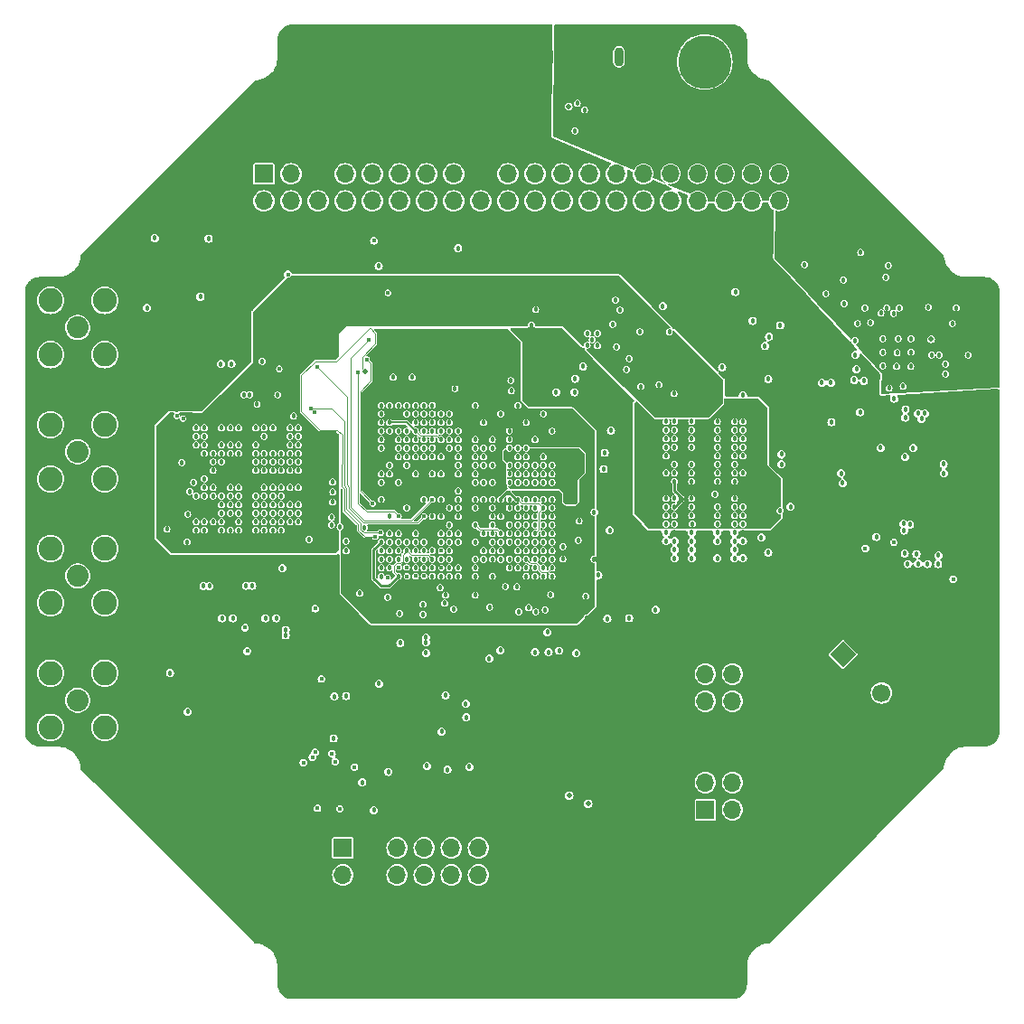
<source format=gbr>
%TF.GenerationSoftware,KiCad,Pcbnew,8.0.6*%
%TF.CreationDate,2025-01-14T20:30:26-08:00*%
%TF.ProjectId,IO_SDR_1.1,494f5f53-4452-45f3-912e-312e6b696361,rev?*%
%TF.SameCoordinates,Original*%
%TF.FileFunction,Copper,L2,Inr*%
%TF.FilePolarity,Positive*%
%FSLAX46Y46*%
G04 Gerber Fmt 4.6, Leading zero omitted, Abs format (unit mm)*
G04 Created by KiCad (PCBNEW 8.0.6) date 2025-01-14 20:30:26*
%MOMM*%
%LPD*%
G01*
G04 APERTURE LIST*
G04 Aperture macros list*
%AMHorizOval*
0 Thick line with rounded ends*
0 $1 width*
0 $2 $3 position (X,Y) of the first rounded end (center of the circle)*
0 $4 $5 position (X,Y) of the second rounded end (center of the circle)*
0 Add line between two ends*
20,1,$1,$2,$3,$4,$5,0*
0 Add two circle primitives to create the rounded ends*
1,1,$1,$2,$3*
1,1,$1,$4,$5*%
%AMRotRect*
0 Rectangle, with rotation*
0 The origin of the aperture is its center*
0 $1 length*
0 $2 width*
0 $3 Rotation angle, in degrees counterclockwise*
0 Add horizontal line*
21,1,$1,$2,0,0,$3*%
G04 Aperture macros list end*
%TA.AperFunction,ComponentPad*%
%ADD10RotRect,1.700000X1.700000X45.000000*%
%TD*%
%TA.AperFunction,ComponentPad*%
%ADD11HorizOval,1.700000X0.000000X0.000000X0.000000X0.000000X0*%
%TD*%
%TA.AperFunction,ComponentPad*%
%ADD12C,2.050000*%
%TD*%
%TA.AperFunction,ComponentPad*%
%ADD13C,2.250000*%
%TD*%
%TA.AperFunction,ComponentPad*%
%ADD14C,5.000000*%
%TD*%
%TA.AperFunction,ComponentPad*%
%ADD15R,1.700000X1.700000*%
%TD*%
%TA.AperFunction,ComponentPad*%
%ADD16O,1.700000X1.700000*%
%TD*%
%TA.AperFunction,ComponentPad*%
%ADD17O,1.800000X0.900000*%
%TD*%
%TA.AperFunction,ComponentPad*%
%ADD18O,0.900000X1.800000*%
%TD*%
%TA.AperFunction,ViaPad*%
%ADD19C,0.406400*%
%TD*%
%TA.AperFunction,ViaPad*%
%ADD20C,0.457200*%
%TD*%
%TA.AperFunction,ViaPad*%
%ADD21C,0.400000*%
%TD*%
%TA.AperFunction,ViaPad*%
%ADD22C,0.500000*%
%TD*%
%TA.AperFunction,Conductor*%
%ADD23C,0.101600*%
%TD*%
%TA.AperFunction,Conductor*%
%ADD24C,0.254000*%
%TD*%
%TA.AperFunction,Conductor*%
%ADD25C,0.200000*%
%TD*%
G04 APERTURE END LIST*
D10*
%TO.N,+5VA*%
%TO.C,J3*%
X172720000Y-108966000D03*
D11*
%TO.N,GND*%
X174516051Y-110762051D03*
%TO.N,PTI*%
X176312102Y-112558102D03*
%TD*%
D12*
%TO.N,/Sheet2/UB1*%
%TO.C,J11*%
X101015800Y-78333600D03*
D13*
%TO.N,N/C*%
X103555800Y-75793600D03*
X98475800Y-75793600D03*
X103555800Y-80873600D03*
X98475800Y-80873600D03*
%TD*%
D14*
%TO.N,GND*%
%TO.C,H2*%
X159766000Y-53454396D03*
%TD*%
%TO.N,GND*%
%TO.C,H4*%
X123516000Y-138024396D03*
%TD*%
%TO.N,GND*%
%TO.C,H3*%
X159766000Y-138024396D03*
%TD*%
D15*
%TO.N,+5VD*%
%TO.C,J6*%
X159820000Y-123500000D03*
D16*
X162360000Y-123500000D03*
X159820000Y-120960000D03*
X162360000Y-120960000D03*
%TO.N,GND*%
X159820000Y-118420001D03*
X162360000Y-118420000D03*
X159820000Y-115880000D03*
X162360000Y-115880000D03*
%TO.N,PWR_Rx*%
X159820000Y-113340000D03*
%TO.N,PWR_Tx*%
X162360000Y-113340000D03*
%TO.N,PWR_Rx1*%
X159820000Y-110800000D03*
%TO.N,PWR_Tx1*%
X162360000Y-110800000D03*
%TD*%
D17*
%TO.N,GND*%
%TO.C,J1*%
X183725000Y-110540000D03*
X183725000Y-103940000D03*
%TD*%
D12*
%TO.N,/Sheet2/UB2*%
%TO.C,J9*%
X101015800Y-89966800D03*
D13*
%TO.N,N/C*%
X103555800Y-87426800D03*
X98475800Y-87426800D03*
X103555800Y-92506800D03*
X98475800Y-92506800D03*
%TD*%
D12*
%TO.N,/Sheet2/UB4*%
%TO.C,J12*%
X101020000Y-101590000D03*
D13*
%TO.N,N/C*%
X103560000Y-99050000D03*
X98480000Y-99050000D03*
X103560000Y-104130000D03*
X98480000Y-104130000D03*
%TD*%
D12*
%TO.N,/Sheet2/UB3*%
%TO.C,J10*%
X101020000Y-113240000D03*
D13*
%TO.N,N/C*%
X103560000Y-110700000D03*
X98480000Y-110700000D03*
X103560000Y-115780000D03*
X98480000Y-115780000D03*
%TD*%
D15*
%TO.N,IO_L7P*%
%TO.C,J4*%
X118460000Y-63930000D03*
D16*
%TO.N,IO_L9N*%
X118460000Y-66470000D03*
%TO.N,PS_MI00*%
X121000000Y-63930000D03*
%TO.N,IO_L7N*%
X121000000Y-66470000D03*
%TO.N,GND*%
X123540000Y-63930000D03*
%TO.N,PS_MI011*%
X123540000Y-66470000D03*
%TO.N,IO_L12N*%
X126080000Y-63930000D03*
%TO.N,IO_L24N*%
X126080000Y-66470000D03*
%TO.N,SCL*%
X128620000Y-63930000D03*
%TO.N,IO_L10P*%
X128620000Y-66470000D03*
%TO.N,+5VD*%
X131160000Y-63930000D03*
%TO.N,SDA*%
X131160000Y-66470000D03*
%TO.N,IO_L15P_T2*%
X133700000Y-63930000D03*
%TO.N,IO_L15N_T2*%
X133700000Y-66470000D03*
%TO.N,IO_L4P_TO_35*%
X136240000Y-63930000D03*
%TO.N,IO_L4N_TO_35*%
X136240000Y-66470000D03*
%TO.N,GND*%
X138780000Y-63930000D03*
%TO.N,+5VA*%
X138780000Y-66470000D03*
%TO.N,PS_MI049*%
X141320000Y-63930000D03*
%TO.N,PS_MI048*%
X141320000Y-66470000D03*
%TO.N,PS_MIO07_500_USB_RESET_B*%
X143860000Y-63930000D03*
%TO.N,PS_MI046*%
X143860000Y-66470000D03*
%TO.N,PS_MI09*%
X146400000Y-63930000D03*
%TO.N,PS_MI052*%
X146400000Y-66470000D03*
%TO.N,unconnected-(J4-Pin_25-Pad25)*%
X148940000Y-63930000D03*
%TO.N,unconnected-(J4-Pin_26-Pad26)*%
X148940000Y-66470000D03*
%TO.N,unconnected-(J4-Pin_27-Pad27)*%
X151480000Y-63930000D03*
%TO.N,unconnected-(J4-Pin_28-Pad28)*%
X151480000Y-66470000D03*
%TO.N,TMS*%
X154020000Y-63930000D03*
%TO.N,+1V8*%
X154020000Y-66470000D03*
%TO.N,TDO*%
X156560000Y-63930000D03*
%TO.N,TCK*%
X156560000Y-66470000D03*
%TO.N,GND*%
X159100000Y-63930000D03*
%TO.N,TDI*%
X159100000Y-66470000D03*
%TO.N,UART_RX*%
X161640000Y-63930000D03*
%TO.N,EXT_CLK_EN*%
X161640000Y-66470000D03*
%TO.N,GND*%
X164180000Y-63930000D03*
%TO.N,UART_TX*%
X164180000Y-66470000D03*
%TO.N,SD_BOOT*%
X166720000Y-63930000D03*
%TO.N,JTAG_BOOT*%
X166720000Y-66470000D03*
%TD*%
D18*
%TO.N,GND*%
%TO.C,J2*%
X151720629Y-52971830D03*
X145120631Y-52971830D03*
%TD*%
D15*
%TO.N,+3V3*%
%TO.C,J5*%
X125860000Y-127080000D03*
D16*
X125860000Y-129620000D03*
%TO.N,GND*%
X128400000Y-127080000D03*
X128400000Y-129620000D03*
%TO.N,CAM0*%
X130939999Y-127080000D03*
%TO.N,CAM4*%
X130940000Y-129620000D03*
%TO.N,CAM1*%
X133480000Y-127080000D03*
%TO.N,CAM5*%
X133480000Y-129620000D03*
%TO.N,CAM2*%
X136020000Y-127080000D03*
%TO.N,CAM6*%
X136020000Y-129620000D03*
%TO.N,CAM3*%
X138560000Y-127080000D03*
%TO.N,CAM7*%
X138560000Y-129620000D03*
%TD*%
D14*
%TO.N,GND*%
%TO.C,H1*%
X123516000Y-53454396D03*
%TD*%
D19*
%TO.N,GND*%
X183110000Y-96010000D03*
X183100000Y-97140000D03*
X180790000Y-96970000D03*
X180150000Y-96540000D03*
X181450000Y-96480000D03*
X180810000Y-96540000D03*
X186130000Y-96400000D03*
X183150000Y-96590000D03*
D20*
%TO.N,+1V0*%
X135853064Y-94431664D03*
X140653054Y-92831664D03*
X135853064Y-96031654D03*
X135053064Y-92831664D03*
X135053064Y-96831654D03*
X136653064Y-96831654D03*
X135853064Y-90431674D03*
X140659124Y-89625604D03*
X166954194Y-90183004D03*
X138253054Y-96031654D03*
X135053064Y-89631674D03*
X135053064Y-91231664D03*
X140653054Y-91231664D03*
X139853054Y-90431674D03*
X135853064Y-92031664D03*
X140653054Y-95231664D03*
X140157194Y-79388004D03*
X151409394Y-75755804D03*
X140207994Y-80759604D03*
X140207994Y-82258204D03*
X140653054Y-96831654D03*
X152450794Y-82258204D03*
X135053064Y-95231664D03*
%TO.N,Net-(Q1-B)*%
X172542194Y-91986404D03*
X167792394Y-95110604D03*
%TO.N,+5VA*%
X161391594Y-82055004D03*
X113285994Y-70006014D03*
X179750000Y-100450000D03*
X166954194Y-91142214D03*
X166825014Y-78125014D03*
X127680000Y-120940500D03*
X108236014Y-69946024D03*
X178500474Y-99494034D03*
X180630000Y-100490000D03*
X143916394Y-76644804D03*
X181739994Y-80910024D03*
X175844194Y-97955404D03*
X178780000Y-100480000D03*
X182143394Y-91122804D03*
X148361394Y-81978804D03*
X183330014Y-76479972D03*
X181620000Y-100480000D03*
X178570024Y-85997444D03*
X128760000Y-123550000D03*
X109669984Y-110710014D03*
X179599994Y-99540004D03*
X169130014Y-72439984D03*
X181650000Y-99670000D03*
X182168794Y-91986404D03*
%TO.N,+1V8*%
X177027634Y-84009994D03*
X131853074Y-86431674D03*
X149791724Y-101534164D03*
X140653054Y-99231654D03*
X176259994Y-76970024D03*
X138253054Y-95231664D03*
X125070000Y-112890000D03*
X132653074Y-100831644D03*
X133453064Y-89631674D03*
X136653064Y-88031674D03*
X139053054Y-89631674D03*
X139853054Y-96031654D03*
X133648553Y-107810687D03*
X131053074Y-97631654D03*
X175309984Y-77880004D03*
X139053054Y-92831664D03*
X139853054Y-88831674D03*
X141453054Y-100831644D03*
X131053074Y-88831674D03*
X142349974Y-104960014D03*
X133648553Y-108796997D03*
X129453074Y-85631684D03*
X136653064Y-91231664D03*
X129220000Y-72560000D03*
X134253064Y-96031654D03*
X139053054Y-91231664D03*
X131853074Y-95231664D03*
X141453054Y-94431664D03*
X140653054Y-86431674D03*
X124897009Y-94683224D03*
X138253054Y-90431674D03*
X174670004Y-83329984D03*
X178346809Y-83826809D03*
X145340014Y-103360014D03*
X139853054Y-94431664D03*
X141453054Y-88831674D03*
X133653558Y-107374824D03*
X136653064Y-97631654D03*
X135053064Y-101631644D03*
X139853054Y-96831654D03*
X133453064Y-98431654D03*
X138253054Y-94431664D03*
X132653074Y-92031664D03*
X138253054Y-85631684D03*
X177437944Y-77002084D03*
X134253064Y-87231674D03*
X135853064Y-99231654D03*
X138253054Y-92831664D03*
X129453074Y-94431664D03*
X130253074Y-100031654D03*
X136653064Y-93631664D03*
X145010014Y-106849974D03*
X137422784Y-114840814D03*
X139853054Y-97631654D03*
X135469984Y-103399994D03*
X141453054Y-89631674D03*
X141453054Y-91231664D03*
X138253054Y-92031664D03*
X136653064Y-95231664D03*
D21*
X183029975Y-101900025D03*
D20*
X126180000Y-99230000D03*
X127450976Y-103207993D03*
X130253074Y-91231664D03*
%TO.N,Net-(C10-Pad1)*%
X164254984Y-77705004D03*
X172810014Y-76070004D03*
%TO.N,+1V5*%
X143053044Y-96031654D03*
X145453044Y-88031674D03*
X143853044Y-101631644D03*
X156140804Y-89542214D03*
X150977574Y-87971384D03*
X150393394Y-90056004D03*
X163340794Y-98342194D03*
X146456394Y-100012804D03*
X144653044Y-99231654D03*
X156140804Y-97542194D03*
X156140804Y-98342194D03*
X163340794Y-99942194D03*
X143853044Y-92831664D03*
X156140804Y-96742194D03*
X146456394Y-98844404D03*
X150291794Y-91580004D03*
X143053044Y-87231674D03*
X142253054Y-98431654D03*
X152704794Y-81242204D03*
X162540794Y-91942204D03*
X153779974Y-83850024D03*
X163340794Y-89542214D03*
X156940804Y-99942194D03*
X163340794Y-87942214D03*
X156140804Y-94342204D03*
X162640004Y-75010004D03*
X145453044Y-96831654D03*
X150875994Y-97320404D03*
X142253054Y-89631674D03*
X166782684Y-95492094D03*
X162540794Y-97542194D03*
X156140804Y-87942214D03*
X162540794Y-99142194D03*
X158540804Y-95142204D03*
X155828994Y-76314604D03*
X153695394Y-78727604D03*
X149402794Y-95631664D03*
X156940804Y-91942204D03*
X144653044Y-90431674D03*
X163340794Y-95942204D03*
X162540794Y-94342204D03*
%TO.N,Net-(U5-NR)*%
X165720004Y-83160004D03*
X165403374Y-80063394D03*
%TO.N,/Sheet1/TPP*%
X165784984Y-79210004D03*
X151129994Y-78016404D03*
X151510994Y-80150004D03*
%TO.N,+1V2*%
X114427004Y-81750000D03*
X119620544Y-105570414D03*
X118313194Y-81493274D03*
X115424444Y-81750000D03*
X112897004Y-90113204D03*
X113696994Y-90913204D03*
X147624794Y-83121804D03*
X119296984Y-97313194D03*
X145846794Y-84391804D03*
X114540534Y-105575404D03*
X121696984Y-91713204D03*
X115556534Y-105575404D03*
X147573994Y-84391804D03*
X120096984Y-97313194D03*
X118496984Y-88513204D03*
X113696994Y-90113204D03*
X118604554Y-105575404D03*
X119296984Y-87713214D03*
X114496994Y-95713194D03*
%TO.N,VDDA1P1_RX_VCO*%
X112897004Y-93313194D03*
X120896984Y-87713214D03*
%TO.N,+12L*%
X160350194Y-84722004D03*
X122631174Y-90113204D03*
X112897004Y-91713204D03*
X120096984Y-88513204D03*
X159892994Y-85407804D03*
X119296984Y-88513204D03*
X112897004Y-90913204D03*
X159435794Y-84722004D03*
X110540794Y-97193404D03*
X113696994Y-94913194D03*
%TO.N,/Sheet2/TX2A_N*%
X117150504Y-84620404D03*
X117696994Y-87713214D03*
%TO.N,/Sheet2/RX2A_N*%
X112097004Y-87713214D03*
D19*
X110890000Y-86870000D03*
D20*
%TO.N,/Sheet2/TX1A_N*%
X116808404Y-102527404D03*
X118496984Y-97313194D03*
%TO.N,/Sheet2/RX1A_N*%
X112897004Y-97313194D03*
X112799104Y-102532384D03*
%TO.N,/Sheet2/TX2A_P*%
X118496984Y-87713214D03*
X116580274Y-84620404D03*
%TO.N,/Sheet2/RX2A_P*%
X112897004Y-87713214D03*
D19*
X110300000Y-86590000D03*
D20*
%TO.N,TCK*%
X163347394Y-84671204D03*
X152679394Y-105550004D03*
X139053054Y-97631654D03*
%TO.N,/Sheet3/H6*%
X140653054Y-96031654D03*
X147904194Y-98260204D03*
%TO.N,/Sheet3/P6*%
X141453054Y-90431674D03*
X147345394Y-94424804D03*
X148005794Y-90538604D03*
%TO.N,FPGA-REST*%
X140653054Y-100031654D03*
X141096994Y-102603604D03*
%TO.N,+3.3V*%
X120510000Y-106650000D03*
X120510000Y-107160000D03*
X120190000Y-100890000D03*
D19*
%TO.N,Net-(C84-Pad2)*%
X116690000Y-106450000D03*
X116900000Y-108650000D03*
D20*
%TO.N,USB_OTG_N*%
X148495410Y-57939400D03*
X182329984Y-81758994D03*
%TO.N,USB_OTG_P*%
X182340000Y-82690000D03*
X147814934Y-57328942D03*
D22*
%TO.N,USB_ID*%
X147036000Y-57629984D03*
X180980000Y-79430000D03*
D20*
%TO.N,+15V*%
X154035594Y-90041414D03*
X154025594Y-87942214D03*
X165582594Y-95373794D03*
X164744394Y-92655994D03*
X154025594Y-88961614D03*
X163340794Y-94342204D03*
X156940804Y-90342214D03*
X164744394Y-93592804D03*
%TO.N,TMS*%
X141453054Y-95231664D03*
X150639974Y-105630014D03*
%TO.N,EXT_CLK_EN*%
X111328194Y-114313004D03*
X136660000Y-70910000D03*
%TO.N,UART_RX*%
X139853054Y-98431654D03*
%TO.N,UART_TX*%
X139053054Y-99231654D03*
%TO.N,SD_BOOT*%
X124992484Y-116810000D03*
%TO.N,IO_L15P_T2*%
X130253074Y-97631654D03*
%TO.N,IO_L4N_TO_35*%
X129460118Y-99238698D03*
%TO.N,IO_L4P_TO_35*%
X130253074Y-99231654D03*
%TO.N,PS_MI048*%
X135853064Y-100831644D03*
%TO.N,PS_MI049*%
X135853064Y-100031654D03*
%TO.N,PS_MI046*%
X132653074Y-99231654D03*
%TO.N,PS_MIO07_500_USB_RESET_B*%
X177969974Y-76490014D03*
%TO.N,PS_MI052*%
X138253054Y-100031654D03*
%TO.N,PS_MI09*%
X142253054Y-100831644D03*
%TO.N,IO_L9N*%
X129453074Y-92831664D03*
%TO.N,IO_L7P*%
X130253074Y-92031664D03*
%TO.N,IO_L7N*%
X129453074Y-92031664D03*
%TO.N,PS_MI00*%
X176225194Y-89598804D03*
X165049194Y-98006204D03*
X141453054Y-98431654D03*
D19*
%TO.N,PS_MI011*%
X120710000Y-73350000D03*
X123222618Y-86287330D03*
D20*
X141453054Y-100031654D03*
X125598813Y-97007378D03*
X132653074Y-97631654D03*
%TO.N,IO_L24N*%
X132653074Y-90431674D03*
%TO.N,IO_L12N*%
X130253074Y-88031674D03*
D21*
%TO.N,IO_L10P*%
X128770000Y-70210000D03*
D20*
X133453064Y-87231674D03*
%TO.N,SCL*%
X131853074Y-88031674D03*
X132333994Y-82969404D03*
%TO.N,SDA*%
X130555994Y-82969404D03*
X131853074Y-85631684D03*
%TO.N,CD*%
X134253064Y-100831644D03*
X147741517Y-108826216D03*
D22*
X148844000Y-122936000D03*
D20*
%TO.N,+3V3*%
X129240024Y-111679984D03*
D19*
X122170000Y-119090000D03*
D22*
X147066000Y-122174000D03*
D20*
X131238553Y-107881083D03*
X137720000Y-119470000D03*
D19*
X123850000Y-111250000D03*
D20*
X135660000Y-119760000D03*
D19*
X126940000Y-119510000D03*
D20*
X130124194Y-119951804D03*
X133723153Y-119392604D03*
%TO.N,Net-(Q1-C)*%
X172694594Y-92900804D03*
X179273194Y-89624204D03*
%TO.N,USR_LED*%
X145132540Y-108738750D03*
D21*
X119900000Y-82190000D03*
X123270000Y-104670000D03*
D20*
X139850000Y-100020000D03*
X112523984Y-75435984D03*
%TO.N,DONE*%
X136372594Y-84061604D03*
X136653064Y-89631674D03*
X107515974Y-76486014D03*
%TO.N,TX_VCO_1P1V_SUPPLY*%
X111886994Y-92850004D03*
X120896984Y-88513204D03*
X113696994Y-93313194D03*
%TO.N,TDO*%
X141453054Y-97631654D03*
X155143194Y-104762604D03*
%TO.N,TDI*%
X148629974Y-103490014D03*
X141453054Y-96831654D03*
%TO.N,/Sheet3/DDR-RESET*%
X143053044Y-100831644D03*
X162540794Y-87142214D03*
%TO.N,/Sheet3/DDR-CK_P*%
X144653044Y-92831664D03*
X158540804Y-92742204D03*
%TO.N,/Sheet3/DDR-CK_N*%
X144653044Y-92031664D03*
X158540804Y-91942204D03*
%TO.N,USR_BTN*%
X143916394Y-104965804D03*
X146130229Y-108602039D03*
D19*
X130088615Y-75088885D03*
D20*
%TO.N,PS_MIO06_500_QSPI0_SCLK*%
X143865594Y-108750404D03*
X135105541Y-116180456D03*
%TO.N,PS_MIO01_500_QSPI0_SS_B*%
X139590000Y-109340000D03*
X126160014Y-112850014D03*
%TO.N,JTAG_BOOT*%
X137382804Y-113590784D03*
%TO.N,/Sheet2/TX1A_P*%
X117378634Y-102527404D03*
X117696994Y-97313194D03*
%TO.N,/Sheet2/RX1A_P*%
X112097004Y-97313194D03*
X113369334Y-102532384D03*
%TO.N,IO_L08_34_CTRL_OUT0*%
X114496994Y-90113204D03*
X134253064Y-86431674D03*
%TO.N,IO_L08_34_CTRL_OUT1*%
X134253064Y-85631684D03*
X114496994Y-90913204D03*
%TO.N,IO_L11_34_TXNRX*%
X134253064Y-88031674D03*
X114496994Y-94113194D03*
%TO.N,IO_L24_35_SPI_DI*%
X129453074Y-100831644D03*
X114496994Y-94913194D03*
%TO.N,PS_MIO36_501_USB0_CLK*%
X136653064Y-101631644D03*
X174066194Y-77965604D03*
%TO.N,PS_MIO31_501_USB0_NXT*%
X170738794Y-83502804D03*
X132653074Y-98431654D03*
%TO.N,PS_MIO32_501_USB0_D0*%
X134253064Y-101631644D03*
X173837594Y-79540404D03*
%TO.N,CTRL_IN0*%
X131853074Y-98431654D03*
X115296994Y-89313204D03*
%TO.N,CTRL_IN3*%
X130253074Y-98431654D03*
X115296994Y-90113204D03*
%TO.N,IO_L10_34_EN_AGC*%
X133453064Y-86431674D03*
X115296994Y-93313194D03*
%TO.N,IO_L23_35_SPI_CLK*%
X115296994Y-94913194D03*
X130253074Y-100831644D03*
%TO.N,IO_02_34_AD9361_RST*%
X115296994Y-95713194D03*
X131053074Y-90431674D03*
%TO.N,CTRL_IN1*%
X131053074Y-99231654D03*
X116096994Y-89313204D03*
%TO.N,CTRL_IN2*%
X131053074Y-98431654D03*
X116096994Y-90113204D03*
%TO.N,IO_L11_34_ENABLE*%
X116096994Y-93313194D03*
X133453064Y-88031674D03*
%TO.N,IO_02_34_AD9361_CLKOUT*%
X116096994Y-94913194D03*
X131853074Y-91231664D03*
%TO.N,IO_L23_35_SPI_ENB*%
X129450050Y-101630960D03*
X116096994Y-95713194D03*
%TO.N,IO_L24_35_SPI_D0*%
X129453074Y-100031654D03*
X116096994Y-96513194D03*
%TO.N,IO_L19_34_TX_D9*%
X132653074Y-89631674D03*
X117696994Y-90113204D03*
%TO.N,IO_L20_34_TX_D11*%
X117696994Y-90913204D03*
X131853074Y-88831674D03*
%TO.N,IO_L06_34_RX_D10*%
X117696994Y-94913194D03*
X134253064Y-90431674D03*
%TO.N,IO_L05_34_RX_D8*%
X135853064Y-87231674D03*
X117696994Y-95713194D03*
%TO.N,IO_L18_34_TX_D7*%
X132653074Y-87231674D03*
X118496984Y-90113204D03*
%TO.N,IO_L19_34_TX_D8*%
X118496984Y-90913204D03*
X131853074Y-89631674D03*
%TO.N,IO_L20_34_TX_D10*%
X131053074Y-89631674D03*
X118496984Y-91713204D03*
%TO.N,IO_L07_34_RX_FRAME*%
X132653074Y-85631684D03*
X118496984Y-93313194D03*
%TO.N,IO_L06_34_RX_D11*%
X118496984Y-94113194D03*
X134253064Y-89631674D03*
%TO.N,IO_L05_34_RX_D9*%
X135053064Y-86431674D03*
X118496984Y-94913194D03*
%TO.N,IO_L04_34_RX_D6*%
X118496984Y-95713194D03*
X136653064Y-88831674D03*
%TO.N,IO_L17_34_TX_D5*%
X119296984Y-90113204D03*
X131053074Y-85631684D03*
%TO.N,IO_L18_34_TX_D6*%
X119296984Y-90913204D03*
X132653074Y-86431674D03*
%TO.N,IO_L09_34_TX_FRAME*%
X119296984Y-93313194D03*
X132653074Y-88831674D03*
%TO.N,IO_L04_34_RX_D7*%
X119296984Y-94913194D03*
X133453064Y-88831674D03*
%TO.N,IO_L03_34_RX_D4*%
X119296984Y-95713194D03*
X135853064Y-88831674D03*
X124790194Y-96812404D03*
%TO.N,IO_L16_34_TX_D3*%
X129453074Y-87231674D03*
X120096984Y-90113204D03*
%TO.N,IO_L17_34_TX_D4*%
X129453074Y-86431674D03*
X120096984Y-90913204D03*
%TO.N,IO_L01_34_FB_CLK*%
X133453064Y-90431674D03*
X120096984Y-91713204D03*
%TO.N,IO_L03_34_RX_D5*%
X138253054Y-88831674D03*
X120096984Y-94913194D03*
%TO.N,IO_L02_34_RX_D2*%
X135053064Y-88031674D03*
X120096984Y-95713194D03*
X124790194Y-96101204D03*
%TO.N,IO_L15_34_TX_D1*%
X120896984Y-90113204D03*
X130253074Y-85631684D03*
%TO.N,IO_L16_34_TX_D2*%
X129453074Y-88031674D03*
X120896984Y-90913204D03*
%TO.N,IO_L12_MRCC_34_DATA_CLK*%
X131053074Y-88031674D03*
X120896984Y-93313194D03*
%TO.N,SDMMC_D3*%
X133453064Y-100831644D03*
X133375394Y-105194404D03*
%TO.N,IO_L02_34_RX_D3*%
X135853064Y-88031674D03*
X120896984Y-94913194D03*
%TO.N,PS_MIO05_500_QSPI0_IO3*%
X140614394Y-108556715D03*
X135479984Y-112780014D03*
%TO.N,IO_L01_34_RX_D0*%
X135053064Y-87231674D03*
X120896984Y-95713194D03*
%TO.N,SDMMC_D2*%
X131190994Y-105118204D03*
X135053064Y-97631654D03*
%TO.N,IO_L15_34_TX_D0*%
X129453074Y-88831674D03*
X121696984Y-90913204D03*
%TO.N,IO_L01_34_RX_D1*%
X121696984Y-94913194D03*
X134253064Y-88831674D03*
%TO.N,PS_MIO33_501_USB0_D1*%
X133453064Y-99231654D03*
X171576994Y-83502804D03*
%TO.N,PS_MIO34_501_USB0_D2*%
X135853064Y-101631644D03*
X173880014Y-80900014D03*
%TO.N,PS_MIO35_501_USB0_D3*%
X173989994Y-82232804D03*
X135853064Y-97631654D03*
X165709594Y-99403204D03*
%TO.N,PS_MIO28_501_USB0_D4*%
X130047994Y-103594204D03*
X173761394Y-83248804D03*
D19*
X174810000Y-99010000D03*
D20*
X132653074Y-100031654D03*
%TO.N,PS_MIO37_501_USB0_D5*%
X174320194Y-86271404D03*
X138253054Y-101631644D03*
%TO.N,PS_MIO38_501_USB0_D6*%
X135053064Y-98431654D03*
X171627794Y-87185804D03*
%TO.N,PS_MIO39_501_USB0_D7*%
X131053074Y-100031654D03*
D19*
X177480000Y-98460000D03*
D20*
X177495194Y-85001404D03*
%TO.N,PS_MIO30_501_USB0_STP*%
X133453064Y-100031654D03*
X176830024Y-76480004D03*
%TO.N,PS_MIO29_501_USB0_DIR*%
X174751994Y-76492404D03*
X135053064Y-100031654D03*
%TO.N,/Sheet3/PS-DDR-BA1*%
X143053044Y-89631674D03*
X156940804Y-89542214D03*
%TO.N,/Sheet3/PS-DDR-CAS*%
X142253054Y-90431674D03*
X160940794Y-91942204D03*
%TO.N,/Sheet3/PS-DDR-RAS*%
X143053044Y-90431674D03*
X160940794Y-92742204D03*
%TO.N,/Sheet3/PS-DDR-ODT*%
X142253054Y-91231664D03*
X163340794Y-91942204D03*
%TO.N,/Sheet3/PS-DDR-CKE*%
X143853044Y-91231664D03*
X156140804Y-91942204D03*
%TO.N,/Sheet3/PS-DDR-A0*%
X144653044Y-91231664D03*
X160940794Y-89542214D03*
%TO.N,/Sheet3/PS-DDR-CS*%
X162540794Y-91142214D03*
X145453044Y-91231664D03*
%TO.N,/Sheet3/PS-DDR-WE*%
X142253054Y-92031664D03*
X160940794Y-91142214D03*
%TO.N,/Sheet3/PS-DDR-A4*%
X143053044Y-92031664D03*
X156940804Y-88742214D03*
%TO.N,/Sheet3/PS-DDR-A2*%
X160940794Y-88742214D03*
X143853044Y-92031664D03*
%TO.N,/Sheet3/PS-DDR-BA0*%
X142253054Y-92831664D03*
X162540794Y-90342214D03*
%TO.N,/Sheet3/PS-DDR-A6*%
X143053044Y-92831664D03*
X156940804Y-87942214D03*
%TO.N,/Sheet3/PS-DDR-A5*%
X162540794Y-88742214D03*
X145453044Y-92831664D03*
%TO.N,/Sheet3/PS-DDR-A7*%
X162540794Y-87942214D03*
X143053044Y-94431664D03*
%TO.N,/Sheet3/PS-DDR-A3*%
X143853044Y-94431664D03*
X162540794Y-89542214D03*
%TO.N,/Sheet3/PS-DDR-A1*%
X144653044Y-94431664D03*
X158540804Y-88742214D03*
%TO.N,/Sheet3/PS-DDR-A8*%
X156940804Y-87142214D03*
X145453044Y-94431664D03*
%TO.N,/Sheet3/PS-DDR-BA2*%
X142253054Y-95231664D03*
X160940794Y-90342214D03*
%TO.N,/Sheet3/PS-DDR-A9*%
X160940794Y-87942214D03*
X143053044Y-95231664D03*
%TO.N,/Sheet3/DDR-DQ12*%
X143853044Y-95231664D03*
X158540804Y-99942194D03*
%TO.N,/Sheet3/DDR-DQ15*%
X145453044Y-95231664D03*
X160940794Y-99942194D03*
%TO.N,/Sheet3/DDR-DQ11*%
X143853044Y-96031654D03*
X162540794Y-98342194D03*
%TO.N,/Sheet3/DDR-DQ13*%
X162540794Y-99942194D03*
X144653044Y-96031654D03*
%TO.N,/Sheet3/DDR-DQ14*%
X156940804Y-99142194D03*
X145453044Y-96031654D03*
%TO.N,/Sheet3/PS-DDR-A11*%
X158540804Y-87942214D03*
X143053044Y-96831654D03*
%TO.N,/Sheet3/DDR-DQ10*%
X143853044Y-96831654D03*
X156940804Y-98342194D03*
%TO.N,/Sheet3/DDR-LDQS_N*%
X160940794Y-95142204D03*
X144653044Y-100831644D03*
%TO.N,/Sheet3/PS-DDR-A10*%
X142253054Y-97631654D03*
X158540804Y-91142214D03*
%TO.N,/Sheet3/PS-DDR-A14*%
X158540804Y-87142214D03*
X143053044Y-97631654D03*
%TO.N,/Sheet3/DDR-LDQS_P*%
X160940794Y-95942204D03*
X144653044Y-100031654D03*
%TO.N,/Sheet3/DDR-UDM*%
X145453044Y-97631654D03*
X160940794Y-97542194D03*
%TO.N,SDMMC_D0*%
X135853064Y-98431654D03*
X135399974Y-104139994D03*
%TO.N,/Sheet3/PS-DDR-A12*%
X143053044Y-98431654D03*
X158540804Y-89542214D03*
%TO.N,/Sheet3/DDR-DQ9*%
X160940794Y-98342194D03*
X143853044Y-98431654D03*
%TO.N,/Sheet3/DDR-DQ8*%
X144653044Y-98431654D03*
X158540804Y-97542194D03*
%TO.N,/Sheet3/DDR-DQ7*%
X145453044Y-98431654D03*
X158540804Y-94342204D03*
%TO.N,SDMMC_CLK*%
X134253064Y-99231654D03*
X134959320Y-102690503D03*
%TO.N,/Sheet3/PS-DDR-A13*%
X160940794Y-87142214D03*
X143053044Y-99231654D03*
%TO.N,/Sheet3/DDR-DQ4*%
X160731194Y-93942204D03*
X143853044Y-99231654D03*
%TO.N,/Sheet3/DDR-DQ5*%
X156940804Y-94342204D03*
X145453044Y-99231654D03*
%TO.N,SDMMC_CMD*%
X131853074Y-100031654D03*
X133349994Y-104254604D03*
%TO.N,/Sheet3/DDR-DQ0*%
X160940794Y-96742194D03*
X143853044Y-100031654D03*
%TO.N,/Sheet3/DDR-UDQS_N*%
X158540804Y-99142194D03*
X144653044Y-97631654D03*
%TO.N,/Sheet3/DDR-DQ6*%
X145453044Y-100031654D03*
X162540794Y-95142204D03*
%TO.N,/Sheet3/DDR-DQ1*%
X158540804Y-95942204D03*
X143853044Y-100831644D03*
%TO.N,/Sheet3/DDR-UDQS_P*%
X158540804Y-98342194D03*
X144653044Y-96831654D03*
%TO.N,/Sheet3/DDR-DQ3*%
X156940804Y-95942204D03*
X143053044Y-101631644D03*
%TO.N,/Sheet3/DDR-DQ2*%
X144653044Y-101631644D03*
X162540794Y-95942204D03*
%TO.N,/Sheet3/DDR-LDM*%
X158580000Y-96720000D03*
X145453044Y-101631644D03*
%TO.N,GND*%
X119439994Y-114130000D03*
X109173368Y-109289336D03*
X132166554Y-117198804D03*
X111359994Y-113380014D03*
X132653074Y-88031674D03*
X174862307Y-90363067D03*
X112097004Y-88513204D03*
X100478905Y-103494996D03*
X130844894Y-117198804D03*
D19*
X113320000Y-108370000D03*
D20*
X128553764Y-106626864D03*
X119620544Y-102532414D03*
X137482824Y-117320824D03*
X120896984Y-91713204D03*
X104230867Y-89407674D03*
X135053064Y-94431664D03*
X156140804Y-99942194D03*
X111909099Y-109269464D03*
X100509936Y-109877799D03*
X129453074Y-98431654D03*
X132154874Y-113877144D03*
X126579984Y-105110024D03*
X105437005Y-108304054D03*
X102724608Y-78794265D03*
X113920000Y-78870000D03*
D22*
X181102000Y-105918000D03*
D20*
X102358045Y-109291571D03*
X130820004Y-115549984D03*
X154550004Y-135970635D03*
X136653064Y-92031664D03*
X176426104Y-79394714D03*
X143853044Y-88831674D03*
X106260000Y-78830000D03*
X108860000Y-77780000D03*
X112897004Y-92513204D03*
X139853054Y-95231664D03*
X109653573Y-78841151D03*
X177869134Y-79376014D03*
X114555994Y-76546004D03*
X107970000Y-107360000D03*
X105105726Y-90560986D03*
X131053074Y-101631644D03*
X163340794Y-88742214D03*
X102542220Y-90541113D03*
X169951394Y-80277004D03*
X111505994Y-93688204D03*
X112644369Y-109269464D03*
X130253074Y-87231674D03*
X125510000Y-114320000D03*
X162540794Y-96742194D03*
X106088576Y-83599862D03*
X111040000Y-109280000D03*
X156940804Y-95142204D03*
X145453044Y-92031664D03*
X102541735Y-89394425D03*
X163658294Y-79610664D03*
X114540534Y-102532384D03*
X139853054Y-101631644D03*
X121696984Y-88513204D03*
X121696984Y-95713194D03*
X112097004Y-89313204D03*
X152668728Y-108636847D03*
X171094394Y-75171604D03*
X103356977Y-90531177D03*
X106640000Y-109280000D03*
X140653054Y-97631654D03*
X114496994Y-87713214D03*
D22*
X141478000Y-137414000D03*
D20*
X144449794Y-84264804D03*
X143853044Y-97631654D03*
X126150000Y-98340000D03*
X101692328Y-109768502D03*
X120896984Y-89313204D03*
D19*
X113930000Y-108340000D03*
D20*
X121696984Y-87713214D03*
X102740000Y-77840000D03*
X177777644Y-80686244D03*
X100508713Y-106237351D03*
X105444873Y-78830512D03*
X107620000Y-80910000D03*
X149402794Y-100031654D03*
X154016884Y-97542194D03*
X133453064Y-94431664D03*
X106058767Y-82655935D03*
X163637514Y-80729984D03*
X107165881Y-108333862D03*
X100490063Y-110742237D03*
X149705154Y-80015434D03*
X117696994Y-96513194D03*
X105480000Y-77830000D03*
X122707394Y-98184004D03*
X179062174Y-81956904D03*
X101519872Y-104130051D03*
X120896984Y-96513194D03*
X177721004Y-81956904D03*
X110786104Y-90970414D03*
X120096984Y-96513194D03*
X148719994Y-105539994D03*
D19*
X109510000Y-107180000D03*
D20*
X162729564Y-80747314D03*
X174684864Y-91402204D03*
X117429984Y-101309984D03*
X139853054Y-91231664D03*
X106098849Y-88261713D03*
X147615960Y-59899971D03*
X139053054Y-87231674D03*
X129499864Y-113888824D03*
X112097004Y-94113194D03*
X167724604Y-92641414D03*
X107131679Y-88268175D03*
D22*
X178308000Y-105410000D03*
D20*
X176442264Y-80662574D03*
X127485494Y-108545024D03*
X155490004Y-83679994D03*
X106149013Y-90481497D03*
X113960000Y-84590000D03*
X145453044Y-100831644D03*
X100478905Y-107141534D03*
X116096994Y-94113194D03*
X162540794Y-92742204D03*
X149701244Y-78862884D03*
X131853074Y-90431674D03*
X108338738Y-109289336D03*
X156440014Y-78729994D03*
X102833754Y-108313990D03*
X112897004Y-94113194D03*
X115296994Y-87713214D03*
X163409984Y-77750004D03*
X156140804Y-95142204D03*
X101533248Y-105740725D03*
X104542758Y-108323926D03*
X150288954Y-94453044D03*
X180720994Y-76441604D03*
X103767896Y-78809169D03*
X113696994Y-94113194D03*
X182956194Y-77965604D03*
X176606194Y-95059804D03*
X131853074Y-99231654D03*
X179077764Y-80631384D03*
X101555328Y-106584187D03*
X104993594Y-109276088D03*
X116096994Y-87713214D03*
X115296994Y-94113194D03*
X117830594Y-85534804D03*
X100985645Y-107946356D03*
X136653064Y-100831644D03*
X106270000Y-77820000D03*
X106099616Y-84562876D03*
D19*
X113310000Y-109290000D03*
D20*
X128530344Y-108576214D03*
X101612839Y-111586803D03*
X182473594Y-84823604D03*
X133453064Y-85631684D03*
X107740000Y-82180000D03*
X130903364Y-113888824D03*
X104710000Y-77810000D03*
X134253064Y-100031654D03*
X100519872Y-111576867D03*
X169824394Y-97117204D03*
X156940804Y-92742204D03*
X156140804Y-90342214D03*
D19*
X109460000Y-107860000D03*
D20*
X100837826Y-109023297D03*
X110482120Y-78870000D03*
X117696994Y-89313204D03*
X138253054Y-96831654D03*
X144828003Y-104778003D03*
X120096984Y-94113194D03*
X104211480Y-90551049D03*
X108020000Y-77800000D03*
X137750000Y-108960000D03*
X168960794Y-79057804D03*
X130253074Y-96031654D03*
X107111807Y-83518733D03*
X174381050Y-71288540D03*
X140736400Y-123123069D03*
X137770000Y-123990000D03*
X107091935Y-84502404D03*
X135610000Y-123350000D03*
X135853064Y-96831654D03*
X107129570Y-87302678D03*
D22*
X181356000Y-110236000D03*
D20*
X136653064Y-96031654D03*
X111277394Y-98412604D03*
X150977574Y-88990784D03*
X171576994Y-84722004D03*
X113696994Y-96513194D03*
X156879994Y-84520024D03*
X121029974Y-100890014D03*
X129489394Y-106626864D03*
X115296994Y-97313194D03*
X111277005Y-78876624D03*
X143053044Y-91231664D03*
X127555694Y-106642454D03*
X121696984Y-90113204D03*
X107172429Y-89199744D03*
X124913306Y-92790452D03*
X143535394Y-78092604D03*
X109372394Y-97218804D03*
X106950000Y-81190000D03*
X117696994Y-91713204D03*
X161772594Y-101079604D03*
X102860000Y-107360000D03*
X144653044Y-86431674D03*
X106172274Y-108313990D03*
X105072121Y-89381177D03*
X127049984Y-117419984D03*
X118496984Y-96513194D03*
X100468969Y-104468731D03*
X138253054Y-91231664D03*
X144653044Y-95231664D03*
X141630394Y-84239404D03*
X121696984Y-93313194D03*
X101770594Y-108274246D03*
X169417994Y-94932804D03*
X175767994Y-94882004D03*
X119296984Y-94113194D03*
X114496994Y-97313194D03*
X137452804Y-116100804D03*
X114734758Y-78876624D03*
X129488174Y-117140274D03*
D19*
X113830000Y-109290000D03*
D20*
X163340794Y-87142214D03*
D22*
X183642000Y-106172000D03*
D20*
X176437844Y-81932724D03*
X108832732Y-78823632D03*
X112177876Y-78883248D03*
X135853064Y-89631674D03*
X127860000Y-123040000D03*
X147980394Y-96456804D03*
X135853064Y-95231664D03*
X108260000Y-80940000D03*
X113699994Y-110710014D03*
X110742867Y-108363671D03*
X104290000Y-109280000D03*
X105900127Y-89182456D03*
X163340794Y-96742194D03*
X142253054Y-85631684D03*
X104505237Y-107360256D03*
X113905242Y-77783376D03*
D19*
X112710000Y-108330000D03*
D20*
X116096994Y-97313194D03*
X129504994Y-107585964D03*
X111262247Y-77790000D03*
X156940804Y-97542194D03*
X143128994Y-84264804D03*
X108815269Y-108323926D03*
X156140804Y-88742214D03*
X103730000Y-107360015D03*
X138253054Y-98431654D03*
X101528832Y-104950255D03*
X163340794Y-90342214D03*
D22*
X183642000Y-108458000D03*
D20*
X107460000Y-109270000D03*
X164209974Y-74309984D03*
X135053064Y-88831674D03*
X139853054Y-89631674D03*
X106217538Y-107359023D03*
X134253064Y-92031664D03*
X107160000Y-77810000D03*
X129481624Y-108506004D03*
D19*
X112090000Y-108320000D03*
D22*
X151130000Y-122936000D03*
D20*
X163340794Y-95142204D03*
X129453074Y-89631674D03*
X139053054Y-90431674D03*
X135053064Y-96031654D03*
D19*
X108500000Y-107180000D03*
D20*
X163340794Y-97542194D03*
X135853064Y-86431674D03*
X150875994Y-99254054D03*
X103369741Y-89394425D03*
X186816994Y-92494404D03*
X119296984Y-91713204D03*
D22*
X145288000Y-134620000D03*
D20*
X115780004Y-100880014D03*
X106129424Y-87305232D03*
X156940804Y-96742194D03*
X163340794Y-99142194D03*
X106099616Y-86410986D03*
X136245594Y-104711804D03*
X107950831Y-108313990D03*
X148786384Y-78862884D03*
X103750000Y-77840000D03*
X107131679Y-82544998D03*
X107130000Y-107360000D03*
X109545994Y-76486014D03*
X176529994Y-96075804D03*
X119296984Y-96513194D03*
X106480000Y-81630000D03*
X121696984Y-96513194D03*
X179577994Y-88938404D03*
X110467362Y-77783376D03*
X109710000Y-77810000D03*
X162764214Y-79614114D03*
X106099616Y-85486931D03*
X156140804Y-99142194D03*
X141604994Y-83299604D03*
X127532274Y-107585964D03*
X142138394Y-102629004D03*
X176750014Y-73620024D03*
X112897004Y-89313204D03*
X118630000Y-118210000D03*
X156140804Y-87142214D03*
X124920000Y-93738594D03*
X151815794Y-76695604D03*
X107180000Y-78830256D03*
X112097004Y-96513194D03*
X128498594Y-107594394D03*
X136653064Y-90431674D03*
X104649987Y-78797392D03*
X114496994Y-89313204D03*
X106844538Y-89984693D03*
X108011350Y-78830256D03*
X129429704Y-115561364D03*
X136653064Y-94431664D03*
X141453054Y-92031664D03*
X170103794Y-78702204D03*
X114720000Y-77790000D03*
X166450004Y-73519994D03*
X100468969Y-105333169D03*
X115610690Y-77854533D03*
X176940004Y-72519994D03*
X101952771Y-107233344D03*
X132201664Y-115584734D03*
X117696994Y-94113194D03*
X131053074Y-92831664D03*
X184450024Y-80919984D03*
X163201394Y-80184044D03*
X142120004Y-107230014D03*
X186308994Y-100491214D03*
X112897004Y-96513194D03*
X139053054Y-100031654D03*
X140653054Y-94431664D03*
X141453054Y-88031674D03*
X113057364Y-77790000D03*
X160940794Y-99142194D03*
X115188994Y-114236804D03*
X109779068Y-108304054D03*
X133790000Y-123960000D03*
X105387324Y-107350191D03*
X119760994Y-84645804D03*
D19*
X111450000Y-108320000D03*
D20*
X110030000Y-109300000D03*
X112897004Y-88513204D03*
X120096984Y-93313194D03*
X113072122Y-78876624D03*
X143053044Y-100031654D03*
X179069994Y-79389984D03*
D22*
X181356000Y-104140000D03*
D20*
X107101871Y-85446331D03*
X113696994Y-91713204D03*
X112163118Y-77796624D03*
X149227124Y-79453074D03*
X135053064Y-92031664D03*
X103767745Y-108313990D03*
X156140804Y-95942204D03*
X148746104Y-79992014D03*
X101510000Y-103300000D03*
X101612839Y-110603132D03*
X142253054Y-94431664D03*
X139853054Y-92831664D03*
X107131679Y-86430002D03*
X128049984Y-111630004D03*
X121234194Y-86627004D03*
X162869974Y-83189974D03*
X105840000Y-109280000D03*
X111328194Y-95821804D03*
X158640014Y-77160014D03*
X135053064Y-90431674D03*
X121696984Y-89313204D03*
%TO.N,Net-(C14-Pad1)*%
X180063644Y-86884614D03*
X178435554Y-97353174D03*
X180392014Y-86370004D03*
X178377384Y-96710494D03*
X179750004Y-86370004D03*
X178989984Y-96798684D03*
%TO.N,Net-(U13-VDD33)*%
X181010804Y-80916674D03*
%TO.N,Net-(U14G-PS_DDR_VRP_502)*%
X142253054Y-96031654D03*
%TO.N,Net-(U14G-PS_DDR_VRN_502)*%
X142253054Y-96831654D03*
%TO.N,Net-(U18-ZQ0)*%
X156940804Y-91142214D03*
%TO.N,Net-(U12-RBIAS)*%
X114496994Y-96513194D03*
%TO.N,Net-(U14H-PS_CLK_500)*%
X140653054Y-98431654D03*
X139609974Y-104539994D03*
%TO.N,Net-(U14H-PS_MIO14_500)*%
X142253054Y-100031654D03*
%TO.N,Net-(U14H-PS_MIO7_500)*%
X139853054Y-99231654D03*
X143255994Y-104559404D03*
%TO.N,Net-(U14H-PS_MIO8_500)*%
X142253054Y-99231654D03*
%TO.N,Net-(U14I-PS_MIO_VREF_501)*%
X127888994Y-97066404D03*
X136653064Y-98431654D03*
%TO.N,Net-(U14I-PS_SRST_B_501)*%
X138250014Y-103399994D03*
X138253054Y-100831644D03*
D19*
%TO.N,SDA-1*%
X124850000Y-118250000D03*
X123272509Y-118110503D03*
%TO.N,SCLK-1*%
X125140000Y-119000000D03*
X123000222Y-118560222D03*
%TO.N,SD0-1*%
X123480000Y-123360000D03*
X125580000Y-123430000D03*
%TO.N,BNO_boot*%
X133480514Y-96010000D03*
X123420000Y-82040000D03*
%TO.N,EXTSYN*%
X129390174Y-97560778D03*
X122869526Y-85922799D03*
D21*
%TO.N,BNO_RESET*%
X131078126Y-96001436D03*
D19*
X127290000Y-82550000D03*
D22*
%TO.N,H-INT*%
X127930000Y-82470000D03*
D19*
X128888710Y-97915878D03*
D20*
%TO.N,+5VD*%
X172770794Y-73876204D03*
%TO.N,+5VP*%
X149788981Y-59732790D03*
X149306380Y-60443990D03*
X178511194Y-90437004D03*
X184496604Y-80004614D03*
X178561994Y-86779404D03*
D19*
%TO.N,H_TX*%
X128270000Y-79490000D03*
X134230000Y-94440000D03*
%TO.N,H_RX*%
X128110000Y-81330000D03*
X128660394Y-94828015D03*
%TO.N,CAM1*%
X131870000Y-101640000D03*
%TO.N,CAM2*%
X132680000Y-101620000D03*
%TO.N,CAM5*%
X131110000Y-100780000D03*
%TO.N,CAM7*%
X135090000Y-100830000D03*
%TO.N,CAM0*%
X130060000Y-101780000D03*
%TO.N,CAM3*%
X133460000Y-101610000D03*
%TO.N,CAM6*%
X131837035Y-100796687D03*
%TO.N,CAM4*%
X135082962Y-99252547D03*
D20*
%TO.N,Net-(U14C-INIT_B_0)*%
X138253054Y-89631674D03*
%TO.N,Net-(U14C-PROGRAM_B_0)*%
X141453054Y-92831664D03*
%TO.N,Net-(U14C-VP_0)*%
X139053054Y-94431664D03*
%TD*%
D23*
%TO.N,GND*%
X144234044Y-97250654D02*
X144234044Y-95650664D01*
D24*
X156940804Y-95139196D02*
X157640000Y-94440000D01*
X157640000Y-94300000D02*
X156940804Y-93600804D01*
D23*
X144234044Y-100673828D02*
X143972870Y-100412654D01*
X133834064Y-99612654D02*
X134253064Y-100031654D01*
X145072044Y-101212644D02*
X144495228Y-101212644D01*
X144234044Y-95650664D02*
X144653044Y-95231664D01*
X130933248Y-100412654D02*
X131248890Y-100412654D01*
X138672054Y-97250654D02*
X138253054Y-96831654D01*
X140272054Y-97250654D02*
X138672054Y-97250654D01*
D24*
X141250000Y-93720000D02*
X141410000Y-93720000D01*
D23*
X131472074Y-99612654D02*
X131853074Y-99231654D01*
X135053064Y-88831674D02*
X134672064Y-88450674D01*
D24*
X157640000Y-94440000D02*
X157640000Y-94300000D01*
D23*
X144234044Y-94812664D02*
X142634054Y-94812664D01*
X131472074Y-100189470D02*
X131472074Y-99612654D01*
X143853044Y-97631654D02*
X144234044Y-97250654D01*
X131053074Y-101631644D02*
X130672074Y-101250644D01*
X143434044Y-100412654D02*
X143053044Y-100031654D01*
X143972870Y-100412654D02*
X143434044Y-100412654D01*
D24*
X156940804Y-95142204D02*
X156940804Y-95139196D01*
D23*
X144495228Y-101212644D02*
X144234044Y-100951460D01*
X132234074Y-99612654D02*
X133834064Y-99612654D01*
D24*
X141410000Y-93720000D02*
X142121664Y-94431664D01*
D23*
X144234044Y-100951460D02*
X144234044Y-100673828D01*
D24*
X140653054Y-94316946D02*
X141250000Y-93720000D01*
X156940804Y-93600804D02*
X156940804Y-92742204D01*
D23*
X140653054Y-97631654D02*
X140272054Y-97250654D01*
X131248890Y-100412654D02*
X131472074Y-100189470D01*
D24*
X129450000Y-102520000D02*
X130164718Y-102520000D01*
D23*
X145453044Y-100831644D02*
X145072044Y-101212644D01*
D24*
X140653054Y-94431664D02*
X140653054Y-94316946D01*
D23*
X133072074Y-88450674D02*
X132653074Y-88031674D01*
D25*
X131853074Y-87231674D02*
X130253074Y-87231674D01*
D24*
X128740000Y-99144728D02*
X128740000Y-101810000D01*
D23*
X131853074Y-99231654D02*
X132234074Y-99612654D01*
X144653044Y-95231664D02*
X144234044Y-94812664D01*
X130672074Y-100673828D02*
X130933248Y-100412654D01*
X142634054Y-94812664D02*
X142253054Y-94431664D01*
D25*
X132653074Y-88031674D02*
X131853074Y-87231674D01*
D23*
X130672074Y-101250644D02*
X130672074Y-100673828D01*
D24*
X142121664Y-94431664D02*
X142253054Y-94431664D01*
X128740000Y-101810000D02*
X129450000Y-102520000D01*
D23*
X134672064Y-88450674D02*
X133072074Y-88450674D01*
D24*
X129453074Y-98431654D02*
X128740000Y-99144728D01*
X130164718Y-102520000D02*
X131053074Y-101631644D01*
D23*
%TO.N,BNO_boot*%
X126403200Y-95263200D02*
X126403200Y-93245832D01*
X126403200Y-93245832D02*
X126230000Y-93072632D01*
X126230000Y-84850000D02*
X123420000Y-82040000D01*
X132860514Y-96630000D02*
X127770000Y-96630000D01*
X126230000Y-93072632D02*
X126230000Y-84850000D01*
X127770000Y-96630000D02*
X126403200Y-95263200D01*
X133480514Y-96010000D02*
X132860514Y-96630000D01*
%TO.N,EXTSYN*%
X127507994Y-97224220D02*
X127844552Y-97560778D01*
X127844552Y-97560778D02*
X129390174Y-97560778D01*
X126000000Y-87130000D02*
X126000000Y-93130000D01*
X126200000Y-93330000D02*
X126200000Y-95347368D01*
X127507994Y-96655362D02*
X127507994Y-97224220D01*
X126000000Y-93130000D02*
X126200000Y-93330000D01*
X126200000Y-95347368D02*
X127507994Y-96655362D01*
X124792799Y-85922799D02*
X126000000Y-87130000D01*
X122869526Y-85922799D02*
X124792799Y-85922799D01*
%TO.N,BNO_RESET*%
X131078126Y-96001436D02*
X130656690Y-95580000D01*
X127290000Y-94780000D02*
X127290000Y-82550000D01*
X130656690Y-95580000D02*
X128090000Y-95580000D01*
X128090000Y-95580000D02*
X127290000Y-94780000D01*
%TO.N,H-INT*%
X128420000Y-78390000D02*
X128350000Y-78390000D01*
X123300000Y-81490000D02*
X121970000Y-82820000D01*
X125796800Y-91113200D02*
X125796800Y-88410000D01*
X125996800Y-95446800D02*
X125996800Y-93414168D01*
X125750000Y-93167368D02*
X125750000Y-91160000D01*
X121970000Y-86190000D02*
X123700000Y-87920000D01*
X125996800Y-93414168D02*
X125750000Y-93167368D01*
X125250000Y-81490000D02*
X123300000Y-81490000D01*
X128888710Y-97915878D02*
X127912284Y-97915878D01*
X128920000Y-78890000D02*
X128420000Y-78390000D01*
X125750000Y-91160000D02*
X125796800Y-91113200D01*
X123700000Y-87920000D02*
X125306800Y-87920000D01*
X125796800Y-88410000D02*
X125306800Y-87920000D01*
X127690000Y-81060000D02*
X128920000Y-79830000D01*
X128920000Y-79830000D02*
X128920000Y-78890000D01*
X127690000Y-82230000D02*
X127690000Y-81060000D01*
X128350000Y-78390000D02*
X125250000Y-81490000D01*
X127304794Y-97308388D02*
X127304794Y-96754794D01*
X121970000Y-82820000D02*
X121970000Y-86190000D01*
X127930000Y-82470000D02*
X127690000Y-82230000D01*
X127912284Y-97915878D02*
X127304794Y-97308388D01*
X127304794Y-96754794D02*
X125996800Y-95446800D01*
%TO.N,H_TX*%
X127840022Y-96412654D02*
X126606400Y-95179032D01*
X132247600Y-96422400D02*
X130874031Y-96422400D01*
X130874031Y-96422400D02*
X130864285Y-96412654D01*
X134230000Y-94440000D02*
X132247600Y-96422400D01*
X126606400Y-81153600D02*
X128270000Y-79490000D01*
X130864285Y-96412654D02*
X127840022Y-96412654D01*
X126606400Y-95179032D02*
X126606400Y-81153600D01*
%TO.N,H_RX*%
X127493200Y-84330000D02*
X127493200Y-84306800D01*
X128480000Y-81700000D02*
X128110000Y-81330000D01*
X128660394Y-94828015D02*
X127493200Y-93660821D01*
X128480000Y-83320000D02*
X128480000Y-81700000D01*
X127493200Y-93660821D02*
X127493200Y-84330000D01*
X127493200Y-84306800D02*
X128480000Y-83320000D01*
%TD*%
%TA.AperFunction,Conductor*%
%TO.N,GND*%
G36*
X157492564Y-94051872D02*
G01*
X157674881Y-94234189D01*
X157708366Y-94295512D01*
X157711200Y-94321870D01*
X157711200Y-94418128D01*
X157691515Y-94485167D01*
X157674881Y-94505809D01*
X157378215Y-94802474D01*
X157316892Y-94835959D01*
X157247200Y-94830975D01*
X157191267Y-94789103D01*
X157167596Y-94730979D01*
X157166730Y-94724403D01*
X157177496Y-94655370D01*
X157201986Y-94620543D01*
X157253291Y-94569239D01*
X157308154Y-94461563D01*
X157308154Y-94461561D01*
X157308155Y-94461560D01*
X157327059Y-94342206D01*
X157327059Y-94342201D01*
X157308155Y-94222847D01*
X157294398Y-94195847D01*
X157281502Y-94127177D01*
X157307779Y-94062437D01*
X157364886Y-94022181D01*
X157434692Y-94019189D01*
X157492564Y-94051872D01*
G37*
%TD.AperFunction*%
%TA.AperFunction,Conductor*%
G36*
X141501927Y-93662293D02*
G01*
X141532025Y-93705626D01*
X141545250Y-93737557D01*
X141545257Y-93737568D01*
X141579482Y-93788789D01*
X141579485Y-93788793D01*
X141638332Y-93847640D01*
X141671817Y-93908963D01*
X141666833Y-93978655D01*
X141624961Y-94034588D01*
X141559497Y-94059005D01*
X141531253Y-94057794D01*
X141453056Y-94045409D01*
X141453052Y-94045409D01*
X141333695Y-94064313D01*
X141324414Y-94067329D01*
X141323598Y-94064817D01*
X141269333Y-94074994D01*
X141227654Y-94061556D01*
X141227390Y-94062195D01*
X141184677Y-94044502D01*
X141184673Y-94044501D01*
X141184672Y-94044500D01*
X141184668Y-94044499D01*
X141144854Y-94033831D01*
X141144853Y-94033831D01*
X141132670Y-94033033D01*
X141132851Y-94030270D01*
X141081680Y-94022282D01*
X141029432Y-93975893D01*
X141010558Y-93908621D01*
X141031050Y-93841824D01*
X141046859Y-93822445D01*
X141184188Y-93685116D01*
X141245509Y-93651634D01*
X141271867Y-93648800D01*
X141313781Y-93648800D01*
X141313782Y-93648799D01*
X141374205Y-93636781D01*
X141374220Y-93636774D01*
X141380031Y-93635013D01*
X141380746Y-93637371D01*
X141439437Y-93631040D01*
X141501927Y-93662293D01*
G37*
%TD.AperFunction*%
%TA.AperFunction,Conductor*%
G36*
X145457861Y-49965785D02*
G01*
X145503616Y-50018589D01*
X145514813Y-50071592D01*
X145511451Y-50351036D01*
X145487540Y-52338181D01*
X145488759Y-52359764D01*
X145490454Y-52373262D01*
X145494600Y-52394431D01*
X145510606Y-52454166D01*
X145514831Y-52486259D01*
X145514831Y-53457398D01*
X145510606Y-53489491D01*
X145475531Y-53620393D01*
X145475882Y-53621841D01*
X145474810Y-53633233D01*
X145471695Y-53655338D01*
X145471694Y-53655348D01*
X145448071Y-55618703D01*
X145427494Y-57328941D01*
X145423895Y-57628074D01*
X145423895Y-57628080D01*
X145423872Y-57629984D01*
X145420149Y-57939399D01*
X145396583Y-59898061D01*
X145396583Y-59898066D01*
X145396560Y-59899971D01*
X145390514Y-60402525D01*
X145390514Y-60402535D01*
X145393300Y-60434013D01*
X145393301Y-60434021D01*
X145397019Y-60453507D01*
X145397021Y-60453516D01*
X145399454Y-60464229D01*
X145440065Y-60535160D01*
X145440067Y-60535163D01*
X145466917Y-60562208D01*
X145466920Y-60562210D01*
X145518022Y-60596623D01*
X150925880Y-62859601D01*
X150980124Y-62903638D01*
X151001948Y-62970012D01*
X150984424Y-63037648D01*
X150936469Y-63083345D01*
X150920124Y-63092082D01*
X150920120Y-63092084D01*
X150767410Y-63217410D01*
X150642086Y-63370118D01*
X150548958Y-63544350D01*
X150491610Y-63733400D01*
X150472247Y-63930000D01*
X150491610Y-64126599D01*
X150491610Y-64126601D01*
X150491611Y-64126603D01*
X150548958Y-64315650D01*
X150639402Y-64484860D01*
X150642086Y-64489881D01*
X150767410Y-64642589D01*
X150920118Y-64767913D01*
X150920122Y-64767916D01*
X151094350Y-64861042D01*
X151283397Y-64918389D01*
X151480000Y-64937753D01*
X151676603Y-64918389D01*
X151865650Y-64861042D01*
X152039878Y-64767916D01*
X152192589Y-64642589D01*
X152317916Y-64489878D01*
X152411042Y-64315650D01*
X152468389Y-64126603D01*
X152487753Y-63930000D01*
X152468389Y-63733397D01*
X152465524Y-63723951D01*
X152464900Y-63654084D01*
X152502148Y-63594971D01*
X152565442Y-63565380D01*
X152632051Y-63573567D01*
X152946397Y-63705109D01*
X153000642Y-63749146D01*
X153022466Y-63815520D01*
X153021933Y-63831650D01*
X153012247Y-63929999D01*
X153031610Y-64126599D01*
X153031610Y-64126601D01*
X153031611Y-64126603D01*
X153088958Y-64315650D01*
X153179402Y-64484860D01*
X153182086Y-64489881D01*
X153307410Y-64642589D01*
X153460118Y-64767913D01*
X153460122Y-64767916D01*
X153634350Y-64861042D01*
X153823397Y-64918389D01*
X154020000Y-64937753D01*
X154216603Y-64918389D01*
X154405650Y-64861042D01*
X154579878Y-64767916D01*
X154732589Y-64642589D01*
X154790113Y-64572494D01*
X154847855Y-64533162D01*
X154917700Y-64531291D01*
X154933826Y-64536770D01*
X155898065Y-64940267D01*
X155935568Y-64950755D01*
X155959664Y-64954374D01*
X155959669Y-64954374D01*
X155959673Y-64954375D01*
X155977954Y-64956041D01*
X156057555Y-64937482D01*
X156057555Y-64937481D01*
X156062015Y-64936442D01*
X156131773Y-64940390D01*
X156188323Y-64981426D01*
X156197781Y-64995590D01*
X156228846Y-65049847D01*
X156255696Y-65076892D01*
X156255699Y-65076894D01*
X156306801Y-65111307D01*
X156580721Y-65225932D01*
X156634964Y-65269969D01*
X156656789Y-65336343D01*
X156639265Y-65403979D01*
X156587956Y-65451404D01*
X156545008Y-65463723D01*
X156363399Y-65481610D01*
X156174350Y-65538958D01*
X156000118Y-65632086D01*
X155847410Y-65757410D01*
X155722086Y-65910118D01*
X155628958Y-66084350D01*
X155571610Y-66273400D01*
X155552247Y-66470000D01*
X155571610Y-66666599D01*
X155571610Y-66666601D01*
X155571611Y-66666603D01*
X155628958Y-66855650D01*
X155628959Y-66855651D01*
X155722086Y-67029881D01*
X155847410Y-67182589D01*
X156000118Y-67307913D01*
X156000122Y-67307916D01*
X156174350Y-67401042D01*
X156363397Y-67458389D01*
X156560000Y-67477753D01*
X156756603Y-67458389D01*
X156945650Y-67401042D01*
X157119878Y-67307916D01*
X157272589Y-67182589D01*
X157397916Y-67029878D01*
X157491042Y-66855650D01*
X157548389Y-66666603D01*
X157567753Y-66470000D01*
X157548389Y-66273397D01*
X157491042Y-66084350D01*
X157397916Y-65910122D01*
X157367737Y-65873349D01*
X157286634Y-65774524D01*
X157259321Y-65710214D01*
X157271112Y-65641346D01*
X157318264Y-65589786D01*
X157385807Y-65571903D01*
X157430354Y-65581471D01*
X157615502Y-65658949D01*
X157615510Y-65658951D01*
X157615517Y-65658954D01*
X158127866Y-65873352D01*
X158182106Y-65917387D01*
X158203931Y-65983761D01*
X158189355Y-66046189D01*
X158168958Y-66084349D01*
X158111610Y-66273400D01*
X158092247Y-66470000D01*
X158111610Y-66666599D01*
X158111610Y-66666601D01*
X158111611Y-66666603D01*
X158168958Y-66855650D01*
X158168959Y-66855651D01*
X158262086Y-67029881D01*
X158387410Y-67182589D01*
X158540118Y-67307913D01*
X158540122Y-67307916D01*
X158714350Y-67401042D01*
X158903397Y-67458389D01*
X159100000Y-67477753D01*
X159296603Y-67458389D01*
X159485650Y-67401042D01*
X159659878Y-67307916D01*
X159812589Y-67182589D01*
X159937916Y-67029878D01*
X160031042Y-66855650D01*
X160052386Y-66785286D01*
X160090683Y-66726849D01*
X160154495Y-66698393D01*
X160169078Y-66697299D01*
X160321153Y-66694885D01*
X160565079Y-66691013D01*
X160632421Y-66709631D01*
X160679009Y-66761702D01*
X160685706Y-66779001D01*
X160708958Y-66855651D01*
X160802082Y-67029876D01*
X160802084Y-67029879D01*
X160927410Y-67182589D01*
X161080118Y-67307913D01*
X161080122Y-67307916D01*
X161254350Y-67401042D01*
X161443397Y-67458389D01*
X161640000Y-67477753D01*
X161836603Y-67458389D01*
X162025650Y-67401042D01*
X162199878Y-67307916D01*
X162352589Y-67182589D01*
X162477916Y-67029878D01*
X162571042Y-66855650D01*
X162604676Y-66744773D01*
X162642973Y-66686336D01*
X162706785Y-66657880D01*
X162721367Y-66656786D01*
X162760539Y-66656164D01*
X163092906Y-66650889D01*
X163160250Y-66669507D01*
X163206837Y-66721578D01*
X163213534Y-66738877D01*
X163248956Y-66855645D01*
X163248958Y-66855650D01*
X163248959Y-66855651D01*
X163342086Y-67029881D01*
X163467410Y-67182589D01*
X163620118Y-67307913D01*
X163620122Y-67307916D01*
X163794350Y-67401042D01*
X163983397Y-67458389D01*
X164180000Y-67477753D01*
X164376603Y-67458389D01*
X164565650Y-67401042D01*
X164739878Y-67307916D01*
X164892589Y-67182589D01*
X165017916Y-67029878D01*
X165111042Y-66855650D01*
X165156965Y-66704260D01*
X165195262Y-66645824D01*
X165259074Y-66617368D01*
X165273656Y-66616274D01*
X165439940Y-66613634D01*
X165620735Y-66610765D01*
X165688078Y-66629383D01*
X165734666Y-66681454D01*
X165741363Y-66698753D01*
X165788956Y-66855645D01*
X165788958Y-66855650D01*
X165788959Y-66855651D01*
X165882086Y-67029881D01*
X166007410Y-67182589D01*
X166113679Y-67269801D01*
X166160122Y-67307916D01*
X166188025Y-67322830D01*
X166237870Y-67371792D01*
X166253552Y-67434498D01*
X166181837Y-71285597D01*
X166181836Y-71285596D01*
X166181796Y-71287738D01*
X166181782Y-71288539D01*
X166175447Y-71628743D01*
X166172500Y-71786986D01*
X166172501Y-71786991D01*
X166182854Y-71846233D01*
X166182855Y-71846234D01*
X166196135Y-71881025D01*
X166196144Y-71881042D01*
X166227898Y-71932108D01*
X166227902Y-71932113D01*
X166699092Y-72439983D01*
X166798728Y-72547375D01*
X167793907Y-73620023D01*
X168031585Y-73876203D01*
X168131221Y-73983595D01*
X169233428Y-75171603D01*
X169333064Y-75278995D01*
X170066944Y-76070003D01*
X170166580Y-76177395D01*
X170458837Y-76492403D01*
X170558473Y-76599795D01*
X170901962Y-76970023D01*
X171001598Y-77077415D01*
X171825639Y-77965603D01*
X171925275Y-78072995D01*
X173283912Y-79537394D01*
X173283913Y-79537395D01*
X173317935Y-79574065D01*
X173358167Y-79605338D01*
X173386025Y-79620510D01*
X173412526Y-79631780D01*
X173424312Y-79636793D01*
X173422832Y-79640271D01*
X173466164Y-79664414D01*
X173488223Y-79695051D01*
X173525105Y-79767437D01*
X173610560Y-79852892D01*
X173653902Y-79874976D01*
X173704699Y-79922950D01*
X173717069Y-79961431D01*
X173718798Y-79961037D01*
X173720605Y-79968958D01*
X173733861Y-80004693D01*
X173766152Y-80057174D01*
X173766154Y-80057176D01*
X173999192Y-80308354D01*
X174030358Y-80370887D01*
X174022768Y-80440344D01*
X173978832Y-80494670D01*
X173912500Y-80516620D01*
X173888897Y-80515165D01*
X173880017Y-80513759D01*
X173880012Y-80513759D01*
X173760657Y-80532662D01*
X173652980Y-80587525D01*
X173567525Y-80672980D01*
X173512662Y-80780657D01*
X173493759Y-80900011D01*
X173493759Y-80900016D01*
X173512662Y-81019370D01*
X173567525Y-81127047D01*
X173652980Y-81212502D01*
X173760657Y-81267365D01*
X173880012Y-81286269D01*
X173880014Y-81286269D01*
X173880016Y-81286269D01*
X173999370Y-81267365D01*
X173999371Y-81267364D01*
X173999373Y-81267364D01*
X174107049Y-81212501D01*
X174192501Y-81127049D01*
X174247364Y-81019373D01*
X174247364Y-81019371D01*
X174247365Y-81019370D01*
X174267469Y-80892438D01*
X174297398Y-80829304D01*
X174356709Y-80792372D01*
X174426572Y-80793370D01*
X174480841Y-80827496D01*
X174563577Y-80916673D01*
X175345063Y-81758993D01*
X175506246Y-81932723D01*
X175605882Y-82040115D01*
X176153243Y-82630086D01*
X176184409Y-82692620D01*
X176186177Y-82720806D01*
X176129167Y-83826808D01*
X176120144Y-84001863D01*
X176119725Y-84009992D01*
X176119725Y-84009993D01*
X176114224Y-84116712D01*
X176095162Y-84486518D01*
X176094954Y-84494935D01*
X176094965Y-84500289D01*
X176094965Y-84500293D01*
X176110572Y-84568410D01*
X176118935Y-84585794D01*
X176127096Y-84602759D01*
X176149660Y-84637255D01*
X176217173Y-84683327D01*
X176253144Y-84695931D01*
X176314145Y-84704569D01*
X177029434Y-84664705D01*
X177097463Y-84680629D01*
X177146085Y-84730805D01*
X177159862Y-84799303D01*
X177146818Y-84844806D01*
X177127842Y-84882048D01*
X177108939Y-85001401D01*
X177108939Y-85001406D01*
X177127842Y-85120760D01*
X177182705Y-85228437D01*
X177268160Y-85313892D01*
X177375837Y-85368755D01*
X177495192Y-85387659D01*
X177495194Y-85387659D01*
X177495196Y-85387659D01*
X177614550Y-85368755D01*
X177614551Y-85368754D01*
X177614553Y-85368754D01*
X177722229Y-85313891D01*
X177807681Y-85228439D01*
X177862544Y-85120763D01*
X177862544Y-85120761D01*
X177862545Y-85120760D01*
X177881449Y-85001406D01*
X177881449Y-85001401D01*
X177862545Y-84882047D01*
X177818231Y-84795074D01*
X177805335Y-84726404D01*
X177831612Y-84661664D01*
X177888719Y-84621408D01*
X177921809Y-84614973D01*
X187244396Y-84095425D01*
X187312425Y-84111349D01*
X187361047Y-84161525D01*
X187375294Y-84219233D01*
X187375294Y-116192038D01*
X187374915Y-116201723D01*
X187359020Y-116404608D01*
X187356011Y-116423710D01*
X187309893Y-116616938D01*
X187303951Y-116635339D01*
X187228353Y-116819049D01*
X187219623Y-116836303D01*
X187116380Y-117006031D01*
X187105073Y-117021717D01*
X186976700Y-117173328D01*
X186963092Y-117187067D01*
X186812709Y-117316876D01*
X186797131Y-117328331D01*
X186628399Y-117433181D01*
X186611228Y-117442076D01*
X186428238Y-117519420D01*
X186409894Y-117525536D01*
X186217111Y-117573490D01*
X186198040Y-117576680D01*
X185995866Y-117594456D01*
X185985005Y-117594933D01*
X184328795Y-117594933D01*
X184328662Y-117594894D01*
X184139614Y-117594894D01*
X183866417Y-117630862D01*
X183600245Y-117702183D01*
X183345659Y-117807637D01*
X183107024Y-117945415D01*
X183107015Y-117945421D01*
X182888414Y-118113159D01*
X182888408Y-118113164D01*
X182693565Y-118308007D01*
X182693559Y-118308014D01*
X182525811Y-118526628D01*
X182388034Y-118765265D01*
X182388030Y-118765275D01*
X182282583Y-119019846D01*
X182211261Y-119286022D01*
X182175294Y-119559212D01*
X182175294Y-119602998D01*
X182155609Y-119670037D01*
X182138745Y-119690908D01*
X175908219Y-125888900D01*
X175907159Y-125889770D01*
X175885323Y-125911675D01*
X175884960Y-125912038D01*
X175863229Y-125933657D01*
X175862359Y-125934714D01*
X165824355Y-136005464D01*
X165763086Y-136039049D01*
X165736531Y-136041926D01*
X165692648Y-136041926D01*
X165419455Y-136077888D01*
X165419451Y-136077889D01*
X165153290Y-136149203D01*
X165153284Y-136149205D01*
X165153282Y-136149206D01*
X164944403Y-136235724D01*
X164898700Y-136254654D01*
X164660064Y-136392427D01*
X164660060Y-136392430D01*
X164441448Y-136560174D01*
X164246590Y-136755030D01*
X164246589Y-136755031D01*
X164078846Y-136973635D01*
X163941072Y-137212264D01*
X163941067Y-137212275D01*
X163835615Y-137466854D01*
X163764294Y-137733026D01*
X163728327Y-138006214D01*
X163728327Y-139839123D01*
X163727945Y-139848852D01*
X163711882Y-140052953D01*
X163708838Y-140072171D01*
X163662186Y-140266491D01*
X163656173Y-140284996D01*
X163579701Y-140469619D01*
X163570868Y-140486956D01*
X163466452Y-140657350D01*
X163455015Y-140673092D01*
X163325229Y-140825054D01*
X163311471Y-140838812D01*
X163159512Y-140968600D01*
X163143770Y-140980037D01*
X162973383Y-141084454D01*
X162956046Y-141093288D01*
X162771419Y-141169766D01*
X162752914Y-141175779D01*
X162558601Y-141222433D01*
X162539383Y-141225478D01*
X162335634Y-141241517D01*
X162325903Y-141241899D01*
X162303067Y-141241899D01*
X161657085Y-141241900D01*
X121129332Y-141241900D01*
X121119662Y-141241522D01*
X121096971Y-141239747D01*
X120916769Y-141225650D01*
X120897665Y-141222643D01*
X120704428Y-141176542D01*
X120686023Y-141170601D01*
X120502296Y-141095010D01*
X120485044Y-141086281D01*
X120315314Y-140983046D01*
X120299625Y-140971738D01*
X120148012Y-140843367D01*
X120134271Y-140829757D01*
X120130212Y-140825054D01*
X120004456Y-140679362D01*
X119993009Y-140663796D01*
X119888148Y-140495029D01*
X119879269Y-140477887D01*
X119801926Y-140294870D01*
X119795815Y-140276537D01*
X119795676Y-140275978D01*
X119747875Y-140083734D01*
X119744689Y-140064675D01*
X119726935Y-139862491D01*
X119726461Y-139851646D01*
X119726461Y-138111620D01*
X119726402Y-138111030D01*
X119726413Y-138006231D01*
X119690469Y-137733027D01*
X119619169Y-137466853D01*
X119598809Y-137417690D01*
X119513737Y-137212271D01*
X119513726Y-137212249D01*
X119375970Y-136973621D01*
X119375968Y-136973618D01*
X119208228Y-136755000D01*
X119208227Y-136754999D01*
X119208224Y-136754995D01*
X119013380Y-136560141D01*
X119013379Y-136560140D01*
X119013376Y-136560137D01*
X118794767Y-136392389D01*
X118556131Y-136254613D01*
X118556123Y-136254609D01*
X118440252Y-136206616D01*
X118301541Y-136149163D01*
X118301539Y-136149162D01*
X118301538Y-136149162D01*
X118230190Y-136130046D01*
X118035370Y-136077850D01*
X117898769Y-136059872D01*
X117762170Y-136041894D01*
X117762168Y-136041894D01*
X117762165Y-136041894D01*
X117718025Y-136041895D01*
X117650985Y-136022212D01*
X117630355Y-136005591D01*
X111242686Y-129620000D01*
X124852247Y-129620000D01*
X124871610Y-129816599D01*
X124871610Y-129816601D01*
X124871611Y-129816603D01*
X124928958Y-130005650D01*
X125022084Y-130179878D01*
X125022086Y-130179881D01*
X125147410Y-130332589D01*
X125300118Y-130457913D01*
X125300122Y-130457916D01*
X125474350Y-130551042D01*
X125663397Y-130608389D01*
X125860000Y-130627753D01*
X126056603Y-130608389D01*
X126245650Y-130551042D01*
X126419878Y-130457916D01*
X126572589Y-130332589D01*
X126697916Y-130179878D01*
X126791042Y-130005650D01*
X126848389Y-129816603D01*
X126867753Y-129620000D01*
X129932247Y-129620000D01*
X129951610Y-129816599D01*
X129951610Y-129816601D01*
X129951611Y-129816603D01*
X130008958Y-130005650D01*
X130102084Y-130179878D01*
X130102086Y-130179881D01*
X130227410Y-130332589D01*
X130380118Y-130457913D01*
X130380122Y-130457916D01*
X130554350Y-130551042D01*
X130743397Y-130608389D01*
X130940000Y-130627753D01*
X131136603Y-130608389D01*
X131325650Y-130551042D01*
X131499878Y-130457916D01*
X131652589Y-130332589D01*
X131777916Y-130179878D01*
X131871042Y-130005650D01*
X131928389Y-129816603D01*
X131947753Y-129620000D01*
X132472247Y-129620000D01*
X132491610Y-129816599D01*
X132491610Y-129816601D01*
X132491611Y-129816603D01*
X132548958Y-130005650D01*
X132642084Y-130179878D01*
X132642086Y-130179881D01*
X132767410Y-130332589D01*
X132920118Y-130457913D01*
X132920122Y-130457916D01*
X133094350Y-130551042D01*
X133283397Y-130608389D01*
X133480000Y-130627753D01*
X133676603Y-130608389D01*
X133865650Y-130551042D01*
X134039878Y-130457916D01*
X134192589Y-130332589D01*
X134317916Y-130179878D01*
X134411042Y-130005650D01*
X134468389Y-129816603D01*
X134487753Y-129620000D01*
X135012247Y-129620000D01*
X135031610Y-129816599D01*
X135031610Y-129816601D01*
X135031611Y-129816603D01*
X135088958Y-130005650D01*
X135182084Y-130179878D01*
X135182086Y-130179881D01*
X135307410Y-130332589D01*
X135460118Y-130457913D01*
X135460122Y-130457916D01*
X135634350Y-130551042D01*
X135823397Y-130608389D01*
X136020000Y-130627753D01*
X136216603Y-130608389D01*
X136405650Y-130551042D01*
X136579878Y-130457916D01*
X136732589Y-130332589D01*
X136857916Y-130179878D01*
X136951042Y-130005650D01*
X137008389Y-129816603D01*
X137027753Y-129620000D01*
X137552247Y-129620000D01*
X137571610Y-129816599D01*
X137571610Y-129816601D01*
X137571611Y-129816603D01*
X137628958Y-130005650D01*
X137722084Y-130179878D01*
X137722086Y-130179881D01*
X137847410Y-130332589D01*
X138000118Y-130457913D01*
X138000122Y-130457916D01*
X138174350Y-130551042D01*
X138363397Y-130608389D01*
X138560000Y-130627753D01*
X138756603Y-130608389D01*
X138945650Y-130551042D01*
X139119878Y-130457916D01*
X139272589Y-130332589D01*
X139397916Y-130179878D01*
X139491042Y-130005650D01*
X139548389Y-129816603D01*
X139567753Y-129620000D01*
X139548389Y-129423397D01*
X139491042Y-129234350D01*
X139397916Y-129060122D01*
X139397913Y-129060118D01*
X139272589Y-128907410D01*
X139119881Y-128782086D01*
X139119879Y-128782085D01*
X139119878Y-128782084D01*
X138945650Y-128688958D01*
X138756603Y-128631611D01*
X138756601Y-128631610D01*
X138756599Y-128631610D01*
X138560000Y-128612247D01*
X138363400Y-128631610D01*
X138174350Y-128688958D01*
X138000118Y-128782086D01*
X137847410Y-128907410D01*
X137722086Y-129060118D01*
X137628958Y-129234350D01*
X137571610Y-129423400D01*
X137552247Y-129620000D01*
X137027753Y-129620000D01*
X137008389Y-129423397D01*
X136951042Y-129234350D01*
X136857916Y-129060122D01*
X136857913Y-129060118D01*
X136732589Y-128907410D01*
X136579881Y-128782086D01*
X136579879Y-128782085D01*
X136579878Y-128782084D01*
X136405650Y-128688958D01*
X136216603Y-128631611D01*
X136216601Y-128631610D01*
X136216599Y-128631610D01*
X136020000Y-128612247D01*
X135823400Y-128631610D01*
X135634350Y-128688958D01*
X135460118Y-128782086D01*
X135307410Y-128907410D01*
X135182086Y-129060118D01*
X135088958Y-129234350D01*
X135031610Y-129423400D01*
X135012247Y-129620000D01*
X134487753Y-129620000D01*
X134468389Y-129423397D01*
X134411042Y-129234350D01*
X134317916Y-129060122D01*
X134317913Y-129060118D01*
X134192589Y-128907410D01*
X134039881Y-128782086D01*
X134039879Y-128782085D01*
X134039878Y-128782084D01*
X133865650Y-128688958D01*
X133676603Y-128631611D01*
X133676601Y-128631610D01*
X133676599Y-128631610D01*
X133480000Y-128612247D01*
X133283400Y-128631610D01*
X133094350Y-128688958D01*
X132920118Y-128782086D01*
X132767410Y-128907410D01*
X132642086Y-129060118D01*
X132548958Y-129234350D01*
X132491610Y-129423400D01*
X132472247Y-129620000D01*
X131947753Y-129620000D01*
X131928389Y-129423397D01*
X131871042Y-129234350D01*
X131777916Y-129060122D01*
X131777913Y-129060118D01*
X131652589Y-128907410D01*
X131499881Y-128782086D01*
X131499879Y-128782085D01*
X131499878Y-128782084D01*
X131325650Y-128688958D01*
X131136603Y-128631611D01*
X131136601Y-128631610D01*
X131136599Y-128631610D01*
X130940000Y-128612247D01*
X130743400Y-128631610D01*
X130554350Y-128688958D01*
X130380118Y-128782086D01*
X130227410Y-128907410D01*
X130102086Y-129060118D01*
X130008958Y-129234350D01*
X129951610Y-129423400D01*
X129932247Y-129620000D01*
X126867753Y-129620000D01*
X126848389Y-129423397D01*
X126791042Y-129234350D01*
X126697916Y-129060122D01*
X126697913Y-129060118D01*
X126572589Y-128907410D01*
X126419881Y-128782086D01*
X126419879Y-128782085D01*
X126419878Y-128782084D01*
X126245650Y-128688958D01*
X126056603Y-128631611D01*
X126056601Y-128631610D01*
X126056599Y-128631610D01*
X125860000Y-128612247D01*
X125663400Y-128631610D01*
X125474350Y-128688958D01*
X125300118Y-128782086D01*
X125147410Y-128907410D01*
X125022086Y-129060118D01*
X124928958Y-129234350D01*
X124871610Y-129423400D01*
X124852247Y-129620000D01*
X111242686Y-129620000D01*
X107836517Y-126214940D01*
X124857100Y-126214940D01*
X124857100Y-127945054D01*
X124865972Y-127989658D01*
X124865973Y-127989661D01*
X124880260Y-128011042D01*
X124899766Y-128040234D01*
X124950342Y-128074028D01*
X124950343Y-128074028D01*
X124950345Y-128074029D01*
X124972642Y-128078464D01*
X124994943Y-128082900D01*
X126725056Y-128082899D01*
X126769658Y-128074028D01*
X126820234Y-128040234D01*
X126854028Y-127989658D01*
X126862900Y-127945057D01*
X126862899Y-127080000D01*
X129932246Y-127080000D01*
X129951609Y-127276599D01*
X129951609Y-127276601D01*
X129951610Y-127276603D01*
X130008957Y-127465650D01*
X130102083Y-127639878D01*
X130102085Y-127639881D01*
X130227409Y-127792589D01*
X130380117Y-127917913D01*
X130380121Y-127917916D01*
X130554349Y-128011042D01*
X130743396Y-128068389D01*
X130939999Y-128087753D01*
X131136602Y-128068389D01*
X131325649Y-128011042D01*
X131499877Y-127917916D01*
X131652588Y-127792589D01*
X131777915Y-127639878D01*
X131871041Y-127465650D01*
X131928388Y-127276603D01*
X131947752Y-127080000D01*
X132472247Y-127080000D01*
X132491610Y-127276599D01*
X132491610Y-127276601D01*
X132491611Y-127276603D01*
X132548958Y-127465650D01*
X132642084Y-127639878D01*
X132642086Y-127639881D01*
X132767410Y-127792589D01*
X132920118Y-127917913D01*
X132920122Y-127917916D01*
X133094350Y-128011042D01*
X133283397Y-128068389D01*
X133480000Y-128087753D01*
X133676603Y-128068389D01*
X133865650Y-128011042D01*
X134039878Y-127917916D01*
X134192589Y-127792589D01*
X134317916Y-127639878D01*
X134411042Y-127465650D01*
X134468389Y-127276603D01*
X134487753Y-127080000D01*
X135012247Y-127080000D01*
X135031610Y-127276599D01*
X135031610Y-127276601D01*
X135031611Y-127276603D01*
X135088958Y-127465650D01*
X135182084Y-127639878D01*
X135182086Y-127639881D01*
X135307410Y-127792589D01*
X135460118Y-127917913D01*
X135460122Y-127917916D01*
X135634350Y-128011042D01*
X135823397Y-128068389D01*
X136020000Y-128087753D01*
X136216603Y-128068389D01*
X136405650Y-128011042D01*
X136579878Y-127917916D01*
X136732589Y-127792589D01*
X136857916Y-127639878D01*
X136951042Y-127465650D01*
X137008389Y-127276603D01*
X137027753Y-127080000D01*
X137552247Y-127080000D01*
X137571610Y-127276599D01*
X137571610Y-127276601D01*
X137571611Y-127276603D01*
X137628958Y-127465650D01*
X137722084Y-127639878D01*
X137722086Y-127639881D01*
X137847410Y-127792589D01*
X138000118Y-127917913D01*
X138000122Y-127917916D01*
X138174350Y-128011042D01*
X138363397Y-128068389D01*
X138560000Y-128087753D01*
X138756603Y-128068389D01*
X138945650Y-128011042D01*
X139119878Y-127917916D01*
X139272589Y-127792589D01*
X139397916Y-127639878D01*
X139491042Y-127465650D01*
X139548389Y-127276603D01*
X139567753Y-127080000D01*
X139548389Y-126883397D01*
X139491042Y-126694350D01*
X139397916Y-126520122D01*
X139397913Y-126520118D01*
X139272589Y-126367410D01*
X139119881Y-126242086D01*
X139119879Y-126242085D01*
X139119878Y-126242084D01*
X138945650Y-126148958D01*
X138756603Y-126091611D01*
X138756601Y-126091610D01*
X138756599Y-126091610D01*
X138560000Y-126072247D01*
X138363400Y-126091610D01*
X138174350Y-126148958D01*
X138000118Y-126242086D01*
X137847410Y-126367410D01*
X137722086Y-126520118D01*
X137628958Y-126694350D01*
X137571610Y-126883400D01*
X137552247Y-127080000D01*
X137027753Y-127080000D01*
X137008389Y-126883397D01*
X136951042Y-126694350D01*
X136857916Y-126520122D01*
X136857913Y-126520118D01*
X136732589Y-126367410D01*
X136579881Y-126242086D01*
X136579879Y-126242085D01*
X136579878Y-126242084D01*
X136405650Y-126148958D01*
X136216603Y-126091611D01*
X136216601Y-126091610D01*
X136216599Y-126091610D01*
X136020000Y-126072247D01*
X135823400Y-126091610D01*
X135634350Y-126148958D01*
X135460118Y-126242086D01*
X135307410Y-126367410D01*
X135182086Y-126520118D01*
X135088958Y-126694350D01*
X135031610Y-126883400D01*
X135012247Y-127080000D01*
X134487753Y-127080000D01*
X134468389Y-126883397D01*
X134411042Y-126694350D01*
X134317916Y-126520122D01*
X134317913Y-126520118D01*
X134192589Y-126367410D01*
X134039881Y-126242086D01*
X134039879Y-126242085D01*
X134039878Y-126242084D01*
X133865650Y-126148958D01*
X133676603Y-126091611D01*
X133676601Y-126091610D01*
X133676599Y-126091610D01*
X133480000Y-126072247D01*
X133283400Y-126091610D01*
X133094350Y-126148958D01*
X132920118Y-126242086D01*
X132767410Y-126367410D01*
X132642086Y-126520118D01*
X132548958Y-126694350D01*
X132491610Y-126883400D01*
X132472247Y-127080000D01*
X131947752Y-127080000D01*
X131928388Y-126883397D01*
X131871041Y-126694350D01*
X131777915Y-126520122D01*
X131777912Y-126520118D01*
X131652588Y-126367410D01*
X131499880Y-126242086D01*
X131499878Y-126242085D01*
X131499877Y-126242084D01*
X131325649Y-126148958D01*
X131136602Y-126091611D01*
X131136600Y-126091610D01*
X131136598Y-126091610D01*
X130939999Y-126072247D01*
X130743399Y-126091610D01*
X130554349Y-126148958D01*
X130380117Y-126242086D01*
X130227409Y-126367410D01*
X130102085Y-126520118D01*
X130008957Y-126694350D01*
X129951609Y-126883400D01*
X129932246Y-127080000D01*
X126862899Y-127080000D01*
X126862899Y-126214944D01*
X126854028Y-126170342D01*
X126854026Y-126170340D01*
X126854026Y-126170338D01*
X126820234Y-126119766D01*
X126778097Y-126091611D01*
X126769658Y-126085972D01*
X126769657Y-126085971D01*
X126769656Y-126085971D01*
X126769654Y-126085970D01*
X126725059Y-126077100D01*
X124994945Y-126077100D01*
X124950341Y-126085972D01*
X124950338Y-126085973D01*
X124899766Y-126119765D01*
X124865971Y-126170343D01*
X124865970Y-126170345D01*
X124857100Y-126214940D01*
X107836517Y-126214940D01*
X104980644Y-123359996D01*
X123119461Y-123359996D01*
X123119461Y-123360003D01*
X123137105Y-123471409D01*
X123137105Y-123471410D01*
X123137107Y-123471413D01*
X123188318Y-123571920D01*
X123188320Y-123571922D01*
X123188322Y-123571925D01*
X123268074Y-123651677D01*
X123268076Y-123651678D01*
X123268080Y-123651682D01*
X123368587Y-123702893D01*
X123368588Y-123702893D01*
X123368590Y-123702894D01*
X123479997Y-123720539D01*
X123480000Y-123720539D01*
X123480003Y-123720539D01*
X123591409Y-123702894D01*
X123591410Y-123702894D01*
X123591411Y-123702893D01*
X123591413Y-123702893D01*
X123691920Y-123651682D01*
X123771682Y-123571920D01*
X123822893Y-123471413D01*
X123822893Y-123471411D01*
X123822894Y-123471410D01*
X123822894Y-123471409D01*
X123829453Y-123429996D01*
X125219461Y-123429996D01*
X125219461Y-123430003D01*
X125237105Y-123541409D01*
X125237105Y-123541410D01*
X125241482Y-123550000D01*
X125288318Y-123641920D01*
X125288320Y-123641922D01*
X125288322Y-123641925D01*
X125368074Y-123721677D01*
X125368076Y-123721678D01*
X125368080Y-123721682D01*
X125468587Y-123772893D01*
X125468588Y-123772893D01*
X125468590Y-123772894D01*
X125579997Y-123790539D01*
X125580000Y-123790539D01*
X125580003Y-123790539D01*
X125691409Y-123772894D01*
X125691410Y-123772894D01*
X125691411Y-123772893D01*
X125691413Y-123772893D01*
X125791920Y-123721682D01*
X125871682Y-123641920D01*
X125918519Y-123549997D01*
X128373745Y-123549997D01*
X128373745Y-123550002D01*
X128392648Y-123669356D01*
X128447511Y-123777033D01*
X128532966Y-123862488D01*
X128640643Y-123917351D01*
X128759998Y-123936255D01*
X128760000Y-123936255D01*
X128760002Y-123936255D01*
X128879356Y-123917351D01*
X128879357Y-123917350D01*
X128879359Y-123917350D01*
X128987035Y-123862487D01*
X129072487Y-123777035D01*
X129127350Y-123669359D01*
X129127350Y-123669357D01*
X129127351Y-123669356D01*
X129146255Y-123550002D01*
X129146255Y-123549997D01*
X129127351Y-123430643D01*
X129072488Y-123322966D01*
X128987033Y-123237511D01*
X128879356Y-123182648D01*
X128760002Y-123163745D01*
X128759998Y-123163745D01*
X128640643Y-123182648D01*
X128532966Y-123237511D01*
X128447511Y-123322966D01*
X128392648Y-123430643D01*
X128373745Y-123549997D01*
X125918519Y-123549997D01*
X125922893Y-123541413D01*
X125922893Y-123541411D01*
X125922894Y-123541410D01*
X125922894Y-123541409D01*
X125940539Y-123430003D01*
X125940539Y-123429996D01*
X125922894Y-123318590D01*
X125922894Y-123318589D01*
X125915153Y-123303397D01*
X125871682Y-123218080D01*
X125871678Y-123218076D01*
X125871677Y-123218074D01*
X125791925Y-123138322D01*
X125791922Y-123138320D01*
X125791920Y-123138318D01*
X125691413Y-123087107D01*
X125691412Y-123087106D01*
X125691409Y-123087105D01*
X125580003Y-123069461D01*
X125579997Y-123069461D01*
X125468590Y-123087105D01*
X125468589Y-123087105D01*
X125401582Y-123121247D01*
X125368080Y-123138318D01*
X125368079Y-123138319D01*
X125368074Y-123138322D01*
X125288322Y-123218074D01*
X125288319Y-123218079D01*
X125288318Y-123218080D01*
X125272774Y-123248587D01*
X125237105Y-123318589D01*
X125237105Y-123318590D01*
X125219461Y-123429996D01*
X123829453Y-123429996D01*
X123840539Y-123360003D01*
X123840539Y-123359996D01*
X123822894Y-123248590D01*
X123822894Y-123248589D01*
X123822893Y-123248587D01*
X123771682Y-123148080D01*
X123771678Y-123148076D01*
X123771677Y-123148074D01*
X123691925Y-123068322D01*
X123691922Y-123068320D01*
X123691920Y-123068318D01*
X123591413Y-123017107D01*
X123591412Y-123017106D01*
X123591409Y-123017105D01*
X123480003Y-122999461D01*
X123479997Y-122999461D01*
X123368590Y-123017105D01*
X123368589Y-123017105D01*
X123301582Y-123051247D01*
X123268080Y-123068318D01*
X123268079Y-123068319D01*
X123268074Y-123068322D01*
X123188322Y-123148074D01*
X123188319Y-123148079D01*
X123188318Y-123148080D01*
X123174209Y-123175771D01*
X123137105Y-123248589D01*
X123137105Y-123248590D01*
X123119461Y-123359996D01*
X104980644Y-123359996D01*
X104556506Y-122935996D01*
X148436078Y-122935996D01*
X148436078Y-122936003D01*
X148456041Y-123062050D01*
X148456042Y-123062053D01*
X148456043Y-123062055D01*
X148513984Y-123175771D01*
X148513985Y-123175772D01*
X148513988Y-123175776D01*
X148604223Y-123266011D01*
X148604227Y-123266014D01*
X148604229Y-123266016D01*
X148717945Y-123323957D01*
X148717947Y-123323957D01*
X148717949Y-123323958D01*
X148843997Y-123343922D01*
X148844000Y-123343922D01*
X148844003Y-123343922D01*
X148970050Y-123323958D01*
X148970050Y-123323957D01*
X148970055Y-123323957D01*
X149083771Y-123266016D01*
X149174016Y-123175771D01*
X149231957Y-123062055D01*
X149239076Y-123017107D01*
X149251922Y-122936003D01*
X149251922Y-122935996D01*
X149231958Y-122809949D01*
X149231957Y-122809947D01*
X149231957Y-122809945D01*
X149174016Y-122696229D01*
X149174014Y-122696227D01*
X149174011Y-122696223D01*
X149112728Y-122634940D01*
X158817100Y-122634940D01*
X158817100Y-124365054D01*
X158825972Y-124409658D01*
X158825973Y-124409661D01*
X158840260Y-124431042D01*
X158859766Y-124460234D01*
X158910342Y-124494028D01*
X158910343Y-124494028D01*
X158910345Y-124494029D01*
X158932642Y-124498464D01*
X158954943Y-124502900D01*
X160685056Y-124502899D01*
X160729658Y-124494028D01*
X160780234Y-124460234D01*
X160814028Y-124409658D01*
X160822900Y-124365057D01*
X160822899Y-123500000D01*
X161352247Y-123500000D01*
X161371610Y-123696599D01*
X161371610Y-123696601D01*
X161371611Y-123696603D01*
X161428958Y-123885650D01*
X161456007Y-123936255D01*
X161522086Y-124059881D01*
X161647410Y-124212589D01*
X161800118Y-124337913D01*
X161800122Y-124337916D01*
X161974350Y-124431042D01*
X162163397Y-124488389D01*
X162360000Y-124507753D01*
X162556603Y-124488389D01*
X162745650Y-124431042D01*
X162919878Y-124337916D01*
X163072589Y-124212589D01*
X163197916Y-124059878D01*
X163291042Y-123885650D01*
X163348389Y-123696603D01*
X163367753Y-123500000D01*
X163348389Y-123303397D01*
X163291042Y-123114350D01*
X163197916Y-122940122D01*
X163091086Y-122809949D01*
X163072589Y-122787410D01*
X162919881Y-122662086D01*
X162919879Y-122662085D01*
X162919878Y-122662084D01*
X162745650Y-122568958D01*
X162556603Y-122511611D01*
X162556601Y-122511610D01*
X162556599Y-122511610D01*
X162360000Y-122492247D01*
X162163400Y-122511610D01*
X161974350Y-122568958D01*
X161800118Y-122662086D01*
X161647410Y-122787410D01*
X161522086Y-122940118D01*
X161428958Y-123114350D01*
X161371610Y-123303400D01*
X161352247Y-123500000D01*
X160822899Y-123500000D01*
X160822899Y-122634944D01*
X160814028Y-122590342D01*
X160814026Y-122590340D01*
X160814026Y-122590338D01*
X160780234Y-122539766D01*
X160738097Y-122511611D01*
X160729658Y-122505972D01*
X160729657Y-122505971D01*
X160729656Y-122505971D01*
X160729654Y-122505970D01*
X160685059Y-122497100D01*
X158954945Y-122497100D01*
X158910341Y-122505972D01*
X158910338Y-122505973D01*
X158859766Y-122539765D01*
X158825971Y-122590343D01*
X158825970Y-122590345D01*
X158817100Y-122634940D01*
X149112728Y-122634940D01*
X149083776Y-122605988D01*
X149083772Y-122605985D01*
X149083771Y-122605984D01*
X148970055Y-122548043D01*
X148970053Y-122548042D01*
X148970050Y-122548041D01*
X148844003Y-122528078D01*
X148843997Y-122528078D01*
X148717949Y-122548041D01*
X148717945Y-122548042D01*
X148717945Y-122548043D01*
X148642134Y-122586670D01*
X148604227Y-122605985D01*
X148604223Y-122605988D01*
X148513988Y-122696223D01*
X148513985Y-122696227D01*
X148456041Y-122809949D01*
X148436078Y-122935996D01*
X104556506Y-122935996D01*
X103794258Y-122173996D01*
X146658078Y-122173996D01*
X146658078Y-122174003D01*
X146678041Y-122300050D01*
X146678042Y-122300053D01*
X146678043Y-122300055D01*
X146735984Y-122413771D01*
X146735985Y-122413772D01*
X146735988Y-122413776D01*
X146826223Y-122504011D01*
X146826227Y-122504014D01*
X146826229Y-122504016D01*
X146939945Y-122561957D01*
X146939947Y-122561957D01*
X146939949Y-122561958D01*
X147065997Y-122581922D01*
X147066000Y-122581922D01*
X147066003Y-122581922D01*
X147192050Y-122561958D01*
X147192050Y-122561957D01*
X147192055Y-122561957D01*
X147305771Y-122504016D01*
X147396016Y-122413771D01*
X147453957Y-122300055D01*
X147473922Y-122174000D01*
X147473922Y-122173996D01*
X147453958Y-122047949D01*
X147453957Y-122047947D01*
X147453957Y-122047945D01*
X147396016Y-121934229D01*
X147396014Y-121934227D01*
X147396011Y-121934223D01*
X147305776Y-121843988D01*
X147305772Y-121843985D01*
X147305771Y-121843984D01*
X147192055Y-121786043D01*
X147192053Y-121786042D01*
X147192050Y-121786041D01*
X147066003Y-121766078D01*
X147065997Y-121766078D01*
X146939949Y-121786041D01*
X146826227Y-121843985D01*
X146826223Y-121843988D01*
X146735988Y-121934223D01*
X146735985Y-121934227D01*
X146678041Y-122047949D01*
X146658078Y-122173996D01*
X103794258Y-122173996D01*
X102560358Y-120940497D01*
X127293745Y-120940497D01*
X127293745Y-120940502D01*
X127312648Y-121059856D01*
X127367511Y-121167533D01*
X127452966Y-121252988D01*
X127560643Y-121307851D01*
X127679998Y-121326755D01*
X127680000Y-121326755D01*
X127680002Y-121326755D01*
X127799356Y-121307851D01*
X127799357Y-121307850D01*
X127799359Y-121307850D01*
X127907035Y-121252987D01*
X127992487Y-121167535D01*
X128047350Y-121059859D01*
X128047350Y-121059857D01*
X128047351Y-121059856D01*
X128063167Y-120960000D01*
X158812247Y-120960000D01*
X158831610Y-121156599D01*
X158831610Y-121156601D01*
X158831611Y-121156603D01*
X158888958Y-121345650D01*
X158982084Y-121519878D01*
X158982086Y-121519881D01*
X159107410Y-121672589D01*
X159260118Y-121797913D01*
X159260122Y-121797916D01*
X159434350Y-121891042D01*
X159623397Y-121948389D01*
X159820000Y-121967753D01*
X160016603Y-121948389D01*
X160205650Y-121891042D01*
X160379878Y-121797916D01*
X160532589Y-121672589D01*
X160657916Y-121519878D01*
X160751042Y-121345650D01*
X160808389Y-121156603D01*
X160827753Y-120960000D01*
X161352247Y-120960000D01*
X161371610Y-121156599D01*
X161371610Y-121156601D01*
X161371611Y-121156603D01*
X161428958Y-121345650D01*
X161522084Y-121519878D01*
X161522086Y-121519881D01*
X161647410Y-121672589D01*
X161800118Y-121797913D01*
X161800122Y-121797916D01*
X161974350Y-121891042D01*
X162163397Y-121948389D01*
X162360000Y-121967753D01*
X162556603Y-121948389D01*
X162745650Y-121891042D01*
X162919878Y-121797916D01*
X163072589Y-121672589D01*
X163197916Y-121519878D01*
X163291042Y-121345650D01*
X163348389Y-121156603D01*
X163367753Y-120960000D01*
X163348389Y-120763397D01*
X163291042Y-120574350D01*
X163197916Y-120400122D01*
X163197913Y-120400118D01*
X163072589Y-120247410D01*
X162919881Y-120122086D01*
X162919879Y-120122085D01*
X162919878Y-120122084D01*
X162745650Y-120028958D01*
X162556603Y-119971611D01*
X162556601Y-119971610D01*
X162556599Y-119971610D01*
X162360000Y-119952247D01*
X162163400Y-119971610D01*
X161974350Y-120028958D01*
X161800118Y-120122086D01*
X161647410Y-120247410D01*
X161522086Y-120400118D01*
X161428958Y-120574350D01*
X161371610Y-120763400D01*
X161352247Y-120960000D01*
X160827753Y-120960000D01*
X160808389Y-120763397D01*
X160751042Y-120574350D01*
X160657916Y-120400122D01*
X160657913Y-120400118D01*
X160532589Y-120247410D01*
X160379881Y-120122086D01*
X160379879Y-120122085D01*
X160379878Y-120122084D01*
X160205650Y-120028958D01*
X160016603Y-119971611D01*
X160016601Y-119971610D01*
X160016599Y-119971610D01*
X159820000Y-119952247D01*
X159623400Y-119971610D01*
X159434350Y-120028958D01*
X159260118Y-120122086D01*
X159107410Y-120247410D01*
X158982086Y-120400118D01*
X158888958Y-120574350D01*
X158831610Y-120763400D01*
X158812247Y-120960000D01*
X128063167Y-120960000D01*
X128066255Y-120940502D01*
X128066255Y-120940497D01*
X128047351Y-120821143D01*
X127992488Y-120713466D01*
X127907033Y-120628011D01*
X127799356Y-120573148D01*
X127680002Y-120554245D01*
X127679998Y-120554245D01*
X127560643Y-120573148D01*
X127452966Y-120628011D01*
X127367511Y-120713466D01*
X127312648Y-120821143D01*
X127293745Y-120940497D01*
X102560358Y-120940497D01*
X101571340Y-119951801D01*
X129737939Y-119951801D01*
X129737939Y-119951806D01*
X129756842Y-120071160D01*
X129811705Y-120178837D01*
X129897160Y-120264292D01*
X130004837Y-120319155D01*
X130124192Y-120338059D01*
X130124194Y-120338059D01*
X130124196Y-120338059D01*
X130243550Y-120319155D01*
X130243551Y-120319154D01*
X130243553Y-120319154D01*
X130351229Y-120264291D01*
X130436681Y-120178839D01*
X130491544Y-120071163D01*
X130491544Y-120071161D01*
X130491545Y-120071160D01*
X130510449Y-119951806D01*
X130510449Y-119951801D01*
X130491545Y-119832447D01*
X130436682Y-119724770D01*
X130351227Y-119639315D01*
X130243550Y-119584452D01*
X130124196Y-119565549D01*
X130124192Y-119565549D01*
X130004837Y-119584452D01*
X129897160Y-119639315D01*
X129811705Y-119724770D01*
X129756842Y-119832447D01*
X129737939Y-119951801D01*
X101571340Y-119951801D01*
X101316123Y-119696667D01*
X101282628Y-119635349D01*
X101279790Y-119608669D01*
X101279900Y-119564602D01*
X101272842Y-119509996D01*
X126579461Y-119509996D01*
X126579461Y-119510003D01*
X126597105Y-119621409D01*
X126597105Y-119621410D01*
X126606904Y-119640641D01*
X126648318Y-119721920D01*
X126648320Y-119721922D01*
X126648322Y-119721925D01*
X126728074Y-119801677D01*
X126728076Y-119801678D01*
X126728080Y-119801682D01*
X126828587Y-119852893D01*
X126828588Y-119852893D01*
X126828590Y-119852894D01*
X126939997Y-119870539D01*
X126940000Y-119870539D01*
X126940003Y-119870539D01*
X127051409Y-119852894D01*
X127051410Y-119852894D01*
X127051411Y-119852893D01*
X127051413Y-119852893D01*
X127151920Y-119801682D01*
X127231682Y-119721920D01*
X127282893Y-119621413D01*
X127282893Y-119621411D01*
X127282894Y-119621410D01*
X127282894Y-119621409D01*
X127300539Y-119510003D01*
X127300539Y-119509996D01*
X127282894Y-119398590D01*
X127282894Y-119398589D01*
X127279867Y-119392648D01*
X127279843Y-119392601D01*
X133336898Y-119392601D01*
X133336898Y-119392606D01*
X133355801Y-119511960D01*
X133410664Y-119619637D01*
X133496119Y-119705092D01*
X133603796Y-119759955D01*
X133723151Y-119778859D01*
X133723153Y-119778859D01*
X133723155Y-119778859D01*
X133842244Y-119759997D01*
X135273745Y-119759997D01*
X135273745Y-119760002D01*
X135292648Y-119879356D01*
X135347511Y-119987033D01*
X135432966Y-120072488D01*
X135540643Y-120127351D01*
X135659998Y-120146255D01*
X135660000Y-120146255D01*
X135660002Y-120146255D01*
X135779356Y-120127351D01*
X135779357Y-120127350D01*
X135779359Y-120127350D01*
X135887035Y-120072487D01*
X135972487Y-119987035D01*
X136027350Y-119879359D01*
X136027350Y-119879357D01*
X136027351Y-119879356D01*
X136046255Y-119760002D01*
X136046255Y-119759997D01*
X136027351Y-119640643D01*
X135972488Y-119532966D01*
X135909519Y-119469997D01*
X137333745Y-119469997D01*
X137333745Y-119470002D01*
X137352648Y-119589356D01*
X137407511Y-119697033D01*
X137492966Y-119782488D01*
X137600643Y-119837351D01*
X137719998Y-119856255D01*
X137720000Y-119856255D01*
X137720002Y-119856255D01*
X137839356Y-119837351D01*
X137839357Y-119837350D01*
X137839359Y-119837350D01*
X137947035Y-119782487D01*
X138032487Y-119697035D01*
X138087350Y-119589359D01*
X138087350Y-119589357D01*
X138087351Y-119589356D01*
X138106255Y-119470002D01*
X138106255Y-119469997D01*
X138087351Y-119350643D01*
X138032488Y-119242966D01*
X137947033Y-119157511D01*
X137839356Y-119102648D01*
X137720002Y-119083745D01*
X137719998Y-119083745D01*
X137600643Y-119102648D01*
X137492966Y-119157511D01*
X137407511Y-119242966D01*
X137352648Y-119350643D01*
X137333745Y-119469997D01*
X135909519Y-119469997D01*
X135887033Y-119447511D01*
X135779356Y-119392648D01*
X135660002Y-119373745D01*
X135659998Y-119373745D01*
X135540643Y-119392648D01*
X135432966Y-119447511D01*
X135347511Y-119532966D01*
X135292648Y-119640643D01*
X135273745Y-119759997D01*
X133842244Y-119759997D01*
X133842509Y-119759955D01*
X133842510Y-119759954D01*
X133842512Y-119759954D01*
X133950188Y-119705091D01*
X134035640Y-119619639D01*
X134090503Y-119511963D01*
X134090503Y-119511961D01*
X134090504Y-119511960D01*
X134109408Y-119392606D01*
X134109408Y-119392601D01*
X134090504Y-119273247D01*
X134035641Y-119165570D01*
X133950186Y-119080115D01*
X133842509Y-119025252D01*
X133723155Y-119006349D01*
X133723151Y-119006349D01*
X133603796Y-119025252D01*
X133496119Y-119080115D01*
X133410664Y-119165570D01*
X133355801Y-119273247D01*
X133336898Y-119392601D01*
X127279843Y-119392601D01*
X127231682Y-119298080D01*
X127231678Y-119298076D01*
X127231677Y-119298074D01*
X127151925Y-119218322D01*
X127151922Y-119218320D01*
X127151920Y-119218318D01*
X127051413Y-119167107D01*
X127051412Y-119167106D01*
X127051409Y-119167105D01*
X126940003Y-119149461D01*
X126939997Y-119149461D01*
X126828590Y-119167105D01*
X126828589Y-119167105D01*
X126761582Y-119201247D01*
X126728080Y-119218318D01*
X126728079Y-119218319D01*
X126728074Y-119218322D01*
X126648322Y-119298074D01*
X126648319Y-119298079D01*
X126648318Y-119298080D01*
X126646359Y-119301925D01*
X126597105Y-119398589D01*
X126597105Y-119398590D01*
X126579461Y-119509996D01*
X101272842Y-119509996D01*
X101244519Y-119290855D01*
X101191162Y-119089996D01*
X121809461Y-119089996D01*
X121809461Y-119090003D01*
X121827105Y-119201409D01*
X121827105Y-119201410D01*
X121843513Y-119233611D01*
X121878318Y-119301920D01*
X121878320Y-119301922D01*
X121878322Y-119301925D01*
X121958074Y-119381677D01*
X121958076Y-119381678D01*
X121958080Y-119381682D01*
X122058587Y-119432893D01*
X122058588Y-119432893D01*
X122058590Y-119432894D01*
X122169997Y-119450539D01*
X122170000Y-119450539D01*
X122170003Y-119450539D01*
X122281409Y-119432894D01*
X122281410Y-119432894D01*
X122281411Y-119432893D01*
X122281413Y-119432893D01*
X122381920Y-119381682D01*
X122461682Y-119301920D01*
X122512893Y-119201413D01*
X122512893Y-119201411D01*
X122512894Y-119201410D01*
X122512894Y-119201409D01*
X122530539Y-119090003D01*
X122530539Y-119089996D01*
X122512894Y-118978590D01*
X122512894Y-118978589D01*
X122508876Y-118970703D01*
X122461682Y-118878080D01*
X122461678Y-118878076D01*
X122461677Y-118878074D01*
X122381925Y-118798322D01*
X122381922Y-118798320D01*
X122381920Y-118798318D01*
X122281413Y-118747107D01*
X122281412Y-118747106D01*
X122281409Y-118747105D01*
X122170003Y-118729461D01*
X122169997Y-118729461D01*
X122058590Y-118747105D01*
X122058589Y-118747105D01*
X122009453Y-118772142D01*
X121958080Y-118798318D01*
X121958079Y-118798319D01*
X121958074Y-118798322D01*
X121878322Y-118878074D01*
X121878319Y-118878079D01*
X121878318Y-118878080D01*
X121861247Y-118911582D01*
X121827105Y-118978589D01*
X121827105Y-118978590D01*
X121809461Y-119089996D01*
X101191162Y-119089996D01*
X101173652Y-119024083D01*
X101068518Y-118768865D01*
X100948536Y-118560218D01*
X122639683Y-118560218D01*
X122639683Y-118560225D01*
X122657327Y-118671631D01*
X122657327Y-118671632D01*
X122657329Y-118671635D01*
X122708540Y-118772142D01*
X122708542Y-118772144D01*
X122708544Y-118772147D01*
X122788296Y-118851899D01*
X122788298Y-118851900D01*
X122788302Y-118851904D01*
X122888809Y-118903115D01*
X122888810Y-118903115D01*
X122888812Y-118903116D01*
X123000219Y-118920761D01*
X123000222Y-118920761D01*
X123000225Y-118920761D01*
X123111631Y-118903116D01*
X123111632Y-118903116D01*
X123111633Y-118903115D01*
X123111635Y-118903115D01*
X123212142Y-118851904D01*
X123291904Y-118772142D01*
X123343115Y-118671635D01*
X123343115Y-118671633D01*
X123343116Y-118671632D01*
X123343116Y-118671631D01*
X123360761Y-118560225D01*
X123360761Y-118550463D01*
X123362325Y-118550463D01*
X123369882Y-118491983D01*
X123414877Y-118438530D01*
X123427097Y-118431396D01*
X123484429Y-118402185D01*
X123564191Y-118322423D01*
X123601094Y-118249996D01*
X124489461Y-118249996D01*
X124489461Y-118250003D01*
X124507105Y-118361409D01*
X124507105Y-118361410D01*
X124507107Y-118361413D01*
X124558318Y-118461920D01*
X124558320Y-118461922D01*
X124558322Y-118461925D01*
X124638074Y-118541677D01*
X124638076Y-118541678D01*
X124638080Y-118541682D01*
X124738587Y-118592893D01*
X124738589Y-118592894D01*
X124764312Y-118596968D01*
X124827446Y-118626897D01*
X124864378Y-118686208D01*
X124863380Y-118756071D01*
X124851923Y-118778964D01*
X124852749Y-118779385D01*
X124848319Y-118788078D01*
X124848318Y-118788080D01*
X124830260Y-118823519D01*
X124797105Y-118888589D01*
X124797105Y-118888590D01*
X124779461Y-118999996D01*
X124779461Y-119000003D01*
X124797105Y-119111409D01*
X124797105Y-119111410D01*
X124797107Y-119111413D01*
X124848318Y-119211920D01*
X124848320Y-119211922D01*
X124848322Y-119211925D01*
X124928074Y-119291677D01*
X124928076Y-119291678D01*
X124928080Y-119291682D01*
X125028587Y-119342893D01*
X125028588Y-119342893D01*
X125028590Y-119342894D01*
X125139997Y-119360539D01*
X125140000Y-119360539D01*
X125140003Y-119360539D01*
X125251409Y-119342894D01*
X125251410Y-119342894D01*
X125251411Y-119342893D01*
X125251413Y-119342893D01*
X125351920Y-119291682D01*
X125431682Y-119211920D01*
X125482893Y-119111413D01*
X125482893Y-119111411D01*
X125482894Y-119111410D01*
X125482894Y-119111409D01*
X125500539Y-119000003D01*
X125500539Y-118999996D01*
X125482894Y-118888590D01*
X125482894Y-118888589D01*
X125477536Y-118878074D01*
X125431682Y-118788080D01*
X125431678Y-118788076D01*
X125431677Y-118788074D01*
X125351925Y-118708322D01*
X125351922Y-118708320D01*
X125351920Y-118708318D01*
X125251413Y-118657107D01*
X125251411Y-118657106D01*
X125251410Y-118657106D01*
X125225685Y-118653031D01*
X125162551Y-118623100D01*
X125125620Y-118563788D01*
X125126620Y-118493925D01*
X125138078Y-118471036D01*
X125137251Y-118470615D01*
X125141680Y-118461921D01*
X125141682Y-118461920D01*
X125192893Y-118361413D01*
X125192893Y-118361411D01*
X125192894Y-118361410D01*
X125192894Y-118361409D01*
X125210539Y-118250003D01*
X125210539Y-118249996D01*
X125192894Y-118138590D01*
X125192894Y-118138589D01*
X125179939Y-118113164D01*
X125141682Y-118038080D01*
X125141678Y-118038076D01*
X125141677Y-118038074D01*
X125061925Y-117958322D01*
X125061922Y-117958320D01*
X125061920Y-117958318D01*
X124961413Y-117907107D01*
X124961412Y-117907106D01*
X124961409Y-117907105D01*
X124850003Y-117889461D01*
X124849997Y-117889461D01*
X124738590Y-117907105D01*
X124738589Y-117907105D01*
X124671582Y-117941247D01*
X124638080Y-117958318D01*
X124638079Y-117958319D01*
X124638074Y-117958322D01*
X124558322Y-118038074D01*
X124558319Y-118038079D01*
X124507105Y-118138589D01*
X124507105Y-118138590D01*
X124489461Y-118249996D01*
X123601094Y-118249996D01*
X123615402Y-118221916D01*
X123615402Y-118221914D01*
X123615403Y-118221913D01*
X123615403Y-118221912D01*
X123633048Y-118110506D01*
X123633048Y-118110499D01*
X123615403Y-117999093D01*
X123615403Y-117999092D01*
X123615402Y-117999090D01*
X123564191Y-117898583D01*
X123564187Y-117898579D01*
X123564186Y-117898577D01*
X123484434Y-117818825D01*
X123484431Y-117818823D01*
X123484429Y-117818821D01*
X123383922Y-117767610D01*
X123383921Y-117767609D01*
X123383918Y-117767608D01*
X123272512Y-117749964D01*
X123272506Y-117749964D01*
X123161099Y-117767608D01*
X123161098Y-117767608D01*
X123101313Y-117798071D01*
X123060589Y-117818821D01*
X123060588Y-117818822D01*
X123060583Y-117818825D01*
X122980831Y-117898577D01*
X122980828Y-117898582D01*
X122929614Y-117999092D01*
X122929614Y-117999093D01*
X122911970Y-118110499D01*
X122911970Y-118120261D01*
X122910407Y-118120261D01*
X122902842Y-118178754D01*
X122857841Y-118232201D01*
X122845626Y-118239331D01*
X122788301Y-118268540D01*
X122788296Y-118268544D01*
X122708544Y-118348296D01*
X122708541Y-118348301D01*
X122708540Y-118348302D01*
X122701862Y-118361409D01*
X122657327Y-118448811D01*
X122657327Y-118448812D01*
X122639683Y-118560218D01*
X100948536Y-118560218D01*
X100930919Y-118529583D01*
X100763219Y-118310344D01*
X100763214Y-118310338D01*
X100645811Y-118192629D01*
X100568295Y-118114910D01*
X100417697Y-117999090D01*
X100349501Y-117946642D01*
X100349493Y-117946637D01*
X100281162Y-117907105D01*
X100110573Y-117808414D01*
X100108696Y-117807635D01*
X99855634Y-117702614D01*
X99855628Y-117702612D01*
X99589051Y-117631051D01*
X99589040Y-117631049D01*
X99315391Y-117594954D01*
X99206333Y-117594937D01*
X99206286Y-117594933D01*
X99177054Y-117594933D01*
X99150021Y-117594933D01*
X99150019Y-117594933D01*
X97482259Y-117594933D01*
X97472522Y-117594550D01*
X97380451Y-117587296D01*
X97268432Y-117578472D01*
X97249217Y-117575427D01*
X97054906Y-117528765D01*
X97036403Y-117522752D01*
X96851782Y-117446271D01*
X96834447Y-117437438D01*
X96664060Y-117333019D01*
X96648320Y-117321583D01*
X96496364Y-117191798D01*
X96482606Y-117178040D01*
X96352819Y-117026082D01*
X96341384Y-117010343D01*
X96236967Y-116839962D01*
X96228133Y-116822627D01*
X96203291Y-116762662D01*
X96151648Y-116637999D01*
X96145636Y-116619499D01*
X96145021Y-116616938D01*
X96098972Y-116425181D01*
X96095929Y-116405978D01*
X96079877Y-116202227D01*
X96079494Y-116192488D01*
X96079494Y-115779997D01*
X97197219Y-115779997D01*
X97197219Y-115780002D01*
X97216706Y-116002747D01*
X97216708Y-116002757D01*
X97274577Y-116218729D01*
X97274579Y-116218733D01*
X97274580Y-116218737D01*
X97312386Y-116299812D01*
X97369078Y-116421390D01*
X97369079Y-116421391D01*
X97497333Y-116604556D01*
X97655444Y-116762667D01*
X97838609Y-116890921D01*
X98041263Y-116985420D01*
X98257247Y-117043293D01*
X98416356Y-117057213D01*
X98479998Y-117062781D01*
X98480000Y-117062781D01*
X98480002Y-117062781D01*
X98535688Y-117057909D01*
X98702753Y-117043293D01*
X98918737Y-116985420D01*
X99121391Y-116890921D01*
X99304556Y-116762667D01*
X99462667Y-116604556D01*
X99590921Y-116421391D01*
X99685420Y-116218737D01*
X99743293Y-116002753D01*
X99762781Y-115780000D01*
X99762781Y-115779997D01*
X102277219Y-115779997D01*
X102277219Y-115780002D01*
X102296706Y-116002747D01*
X102296708Y-116002757D01*
X102354577Y-116218729D01*
X102354579Y-116218733D01*
X102354580Y-116218737D01*
X102392386Y-116299812D01*
X102449078Y-116421390D01*
X102449079Y-116421391D01*
X102577333Y-116604556D01*
X102735444Y-116762667D01*
X102918609Y-116890921D01*
X103121263Y-116985420D01*
X103337247Y-117043293D01*
X103496356Y-117057213D01*
X103559998Y-117062781D01*
X103560000Y-117062781D01*
X103560002Y-117062781D01*
X103615688Y-117057909D01*
X103782753Y-117043293D01*
X103998737Y-116985420D01*
X104201391Y-116890921D01*
X104316962Y-116809997D01*
X124606229Y-116809997D01*
X124606229Y-116810002D01*
X124625132Y-116929356D01*
X124679995Y-117037033D01*
X124765450Y-117122488D01*
X124873127Y-117177351D01*
X124992482Y-117196255D01*
X124992484Y-117196255D01*
X124992486Y-117196255D01*
X125111840Y-117177351D01*
X125111841Y-117177350D01*
X125111843Y-117177350D01*
X125219519Y-117122487D01*
X125304971Y-117037035D01*
X125359834Y-116929359D01*
X125359834Y-116929357D01*
X125359835Y-116929356D01*
X125378739Y-116810002D01*
X125378739Y-116809997D01*
X125359835Y-116690643D01*
X125304972Y-116582966D01*
X125219517Y-116497511D01*
X125111840Y-116442648D01*
X124992486Y-116423745D01*
X124992482Y-116423745D01*
X124873127Y-116442648D01*
X124765450Y-116497511D01*
X124679995Y-116582966D01*
X124625132Y-116690643D01*
X124606229Y-116809997D01*
X104316962Y-116809997D01*
X104384556Y-116762667D01*
X104542667Y-116604556D01*
X104670921Y-116421391D01*
X104765420Y-116218737D01*
X104775678Y-116180453D01*
X134719286Y-116180453D01*
X134719286Y-116180458D01*
X134738189Y-116299812D01*
X134793052Y-116407489D01*
X134878507Y-116492944D01*
X134986184Y-116547807D01*
X135105539Y-116566711D01*
X135105541Y-116566711D01*
X135105543Y-116566711D01*
X135224897Y-116547807D01*
X135224898Y-116547806D01*
X135224900Y-116547806D01*
X135332576Y-116492943D01*
X135418028Y-116407491D01*
X135472891Y-116299815D01*
X135472891Y-116299813D01*
X135472892Y-116299812D01*
X135491796Y-116180458D01*
X135491796Y-116180453D01*
X135472892Y-116061099D01*
X135418029Y-115953422D01*
X135332574Y-115867967D01*
X135224897Y-115813104D01*
X135105543Y-115794201D01*
X135105539Y-115794201D01*
X134986184Y-115813104D01*
X134878507Y-115867967D01*
X134793052Y-115953422D01*
X134738189Y-116061099D01*
X134719286Y-116180453D01*
X104775678Y-116180453D01*
X104823293Y-116002753D01*
X104842781Y-115780000D01*
X104823293Y-115557247D01*
X104765420Y-115341263D01*
X104670921Y-115138610D01*
X104670919Y-115138607D01*
X104670918Y-115138605D01*
X104542668Y-114955445D01*
X104542665Y-114955442D01*
X104428034Y-114840811D01*
X137036529Y-114840811D01*
X137036529Y-114840816D01*
X137055432Y-114960170D01*
X137110295Y-115067847D01*
X137195750Y-115153302D01*
X137303427Y-115208165D01*
X137422782Y-115227069D01*
X137422784Y-115227069D01*
X137422786Y-115227069D01*
X137542140Y-115208165D01*
X137542141Y-115208164D01*
X137542143Y-115208164D01*
X137649819Y-115153301D01*
X137735271Y-115067849D01*
X137790134Y-114960173D01*
X137790134Y-114960171D01*
X137790135Y-114960170D01*
X137809039Y-114840816D01*
X137809039Y-114840811D01*
X137790135Y-114721457D01*
X137735272Y-114613780D01*
X137649817Y-114528325D01*
X137542140Y-114473462D01*
X137422786Y-114454559D01*
X137422782Y-114454559D01*
X137303427Y-114473462D01*
X137195750Y-114528325D01*
X137110295Y-114613780D01*
X137055432Y-114721457D01*
X137036529Y-114840811D01*
X104428034Y-114840811D01*
X104384556Y-114797333D01*
X104217495Y-114680355D01*
X104201390Y-114669078D01*
X104082802Y-114613780D01*
X103998737Y-114574580D01*
X103998733Y-114574579D01*
X103998729Y-114574577D01*
X103782757Y-114516708D01*
X103782755Y-114516707D01*
X103782753Y-114516707D01*
X103782751Y-114516706D01*
X103782747Y-114516706D01*
X103560002Y-114497219D01*
X103559998Y-114497219D01*
X103337252Y-114516706D01*
X103337242Y-114516708D01*
X103121270Y-114574577D01*
X103121261Y-114574581D01*
X102918609Y-114669079D01*
X102918605Y-114669081D01*
X102735442Y-114797333D01*
X102577333Y-114955442D01*
X102449081Y-115138605D01*
X102449079Y-115138609D01*
X102354581Y-115341261D01*
X102354577Y-115341270D01*
X102296708Y-115557242D01*
X102296706Y-115557252D01*
X102277219Y-115779997D01*
X99762781Y-115779997D01*
X99743293Y-115557247D01*
X99685420Y-115341263D01*
X99590921Y-115138610D01*
X99590919Y-115138607D01*
X99590918Y-115138605D01*
X99462668Y-114955445D01*
X99462665Y-114955442D01*
X99304556Y-114797333D01*
X99137495Y-114680355D01*
X99121390Y-114669078D01*
X99002802Y-114613780D01*
X98918737Y-114574580D01*
X98918733Y-114574579D01*
X98918729Y-114574577D01*
X98702757Y-114516708D01*
X98702755Y-114516707D01*
X98702753Y-114516707D01*
X98702751Y-114516706D01*
X98702747Y-114516706D01*
X98480002Y-114497219D01*
X98479998Y-114497219D01*
X98257252Y-114516706D01*
X98257242Y-114516708D01*
X98041270Y-114574577D01*
X98041261Y-114574581D01*
X97838609Y-114669079D01*
X97838605Y-114669081D01*
X97655442Y-114797333D01*
X97497333Y-114955442D01*
X97369081Y-115138605D01*
X97369079Y-115138609D01*
X97274581Y-115341261D01*
X97274577Y-115341270D01*
X97216708Y-115557242D01*
X97216706Y-115557252D01*
X97197219Y-115779997D01*
X96079494Y-115779997D01*
X96079494Y-113239999D01*
X99837054Y-113239999D01*
X99837054Y-113240000D01*
X99857195Y-113457365D01*
X99916935Y-113667326D01*
X99916940Y-113667339D01*
X100014239Y-113862741D01*
X100062575Y-113926749D01*
X100145793Y-114036947D01*
X100307113Y-114184009D01*
X100307115Y-114184010D01*
X100307116Y-114184011D01*
X100492716Y-114298930D01*
X100696271Y-114377788D01*
X100910852Y-114417900D01*
X100910854Y-114417900D01*
X101129146Y-114417900D01*
X101129148Y-114417900D01*
X101343729Y-114377788D01*
X101510963Y-114313001D01*
X110941939Y-114313001D01*
X110941939Y-114313006D01*
X110960842Y-114432360D01*
X111015705Y-114540037D01*
X111101160Y-114625492D01*
X111208837Y-114680355D01*
X111328192Y-114699259D01*
X111328194Y-114699259D01*
X111328196Y-114699259D01*
X111447550Y-114680355D01*
X111447551Y-114680354D01*
X111447553Y-114680354D01*
X111555229Y-114625491D01*
X111640681Y-114540039D01*
X111695544Y-114432363D01*
X111695544Y-114432361D01*
X111695545Y-114432360D01*
X111714449Y-114313006D01*
X111714449Y-114313001D01*
X111695545Y-114193647D01*
X111640682Y-114085970D01*
X111555227Y-114000515D01*
X111447550Y-113945652D01*
X111328196Y-113926749D01*
X111328192Y-113926749D01*
X111208837Y-113945652D01*
X111101160Y-114000515D01*
X111015705Y-114085970D01*
X110960842Y-114193647D01*
X110941939Y-114313001D01*
X101510963Y-114313001D01*
X101547284Y-114298930D01*
X101732884Y-114184011D01*
X101894208Y-114036946D01*
X102025761Y-113862741D01*
X102123064Y-113667329D01*
X102144844Y-113590781D01*
X136996549Y-113590781D01*
X136996549Y-113590786D01*
X137015452Y-113710140D01*
X137070315Y-113817817D01*
X137155770Y-113903272D01*
X137263447Y-113958135D01*
X137382802Y-113977039D01*
X137382804Y-113977039D01*
X137382806Y-113977039D01*
X137502160Y-113958135D01*
X137502161Y-113958134D01*
X137502163Y-113958134D01*
X137609839Y-113903271D01*
X137695291Y-113817819D01*
X137750154Y-113710143D01*
X137750154Y-113710141D01*
X137750155Y-113710140D01*
X137769059Y-113590786D01*
X137769059Y-113590781D01*
X137750155Y-113471427D01*
X137695292Y-113363750D01*
X137671542Y-113340000D01*
X158812247Y-113340000D01*
X158831610Y-113536599D01*
X158831610Y-113536601D01*
X158831611Y-113536603D01*
X158888958Y-113725650D01*
X158938222Y-113817817D01*
X158982086Y-113899881D01*
X159107410Y-114052589D01*
X159260118Y-114177913D01*
X159260122Y-114177916D01*
X159434350Y-114271042D01*
X159623397Y-114328389D01*
X159820000Y-114347753D01*
X160016603Y-114328389D01*
X160205650Y-114271042D01*
X160379878Y-114177916D01*
X160532589Y-114052589D01*
X160657916Y-113899878D01*
X160751042Y-113725650D01*
X160808389Y-113536603D01*
X160827753Y-113340000D01*
X161352247Y-113340000D01*
X161371610Y-113536599D01*
X161371610Y-113536601D01*
X161371611Y-113536603D01*
X161428958Y-113725650D01*
X161478222Y-113817817D01*
X161522086Y-113899881D01*
X161647410Y-114052589D01*
X161800118Y-114177913D01*
X161800122Y-114177916D01*
X161974350Y-114271042D01*
X162163397Y-114328389D01*
X162360000Y-114347753D01*
X162556603Y-114328389D01*
X162745650Y-114271042D01*
X162919878Y-114177916D01*
X163072589Y-114052589D01*
X163197916Y-113899878D01*
X163291042Y-113725650D01*
X163348389Y-113536603D01*
X163367753Y-113340000D01*
X163348389Y-113143397D01*
X163291042Y-112954350D01*
X163197916Y-112780122D01*
X163197829Y-112780016D01*
X163072589Y-112627410D01*
X162988137Y-112558102D01*
X175304349Y-112558102D01*
X175323712Y-112754701D01*
X175323712Y-112754703D01*
X175323713Y-112754705D01*
X175381060Y-112943752D01*
X175460568Y-113092502D01*
X175474188Y-113117983D01*
X175599512Y-113270691D01*
X175712904Y-113363749D01*
X175752224Y-113396018D01*
X175926452Y-113489144D01*
X176115499Y-113546491D01*
X176312102Y-113565855D01*
X176508705Y-113546491D01*
X176697752Y-113489144D01*
X176871980Y-113396018D01*
X177024691Y-113270691D01*
X177150018Y-113117980D01*
X177243144Y-112943752D01*
X177300491Y-112754705D01*
X177319855Y-112558102D01*
X177300491Y-112361499D01*
X177243144Y-112172452D01*
X177150018Y-111998224D01*
X177150015Y-111998220D01*
X177024691Y-111845512D01*
X176871983Y-111720188D01*
X176871981Y-111720187D01*
X176871980Y-111720186D01*
X176697752Y-111627060D01*
X176508705Y-111569713D01*
X176508703Y-111569712D01*
X176508701Y-111569712D01*
X176312102Y-111550349D01*
X176115502Y-111569712D01*
X175926452Y-111627060D01*
X175752220Y-111720188D01*
X175599512Y-111845512D01*
X175474188Y-111998220D01*
X175381060Y-112172452D01*
X175323712Y-112361502D01*
X175304349Y-112558102D01*
X162988137Y-112558102D01*
X162919881Y-112502086D01*
X162919879Y-112502085D01*
X162919878Y-112502084D01*
X162745650Y-112408958D01*
X162556603Y-112351611D01*
X162556601Y-112351610D01*
X162556599Y-112351610D01*
X162360000Y-112332247D01*
X162163400Y-112351610D01*
X161974350Y-112408958D01*
X161800118Y-112502086D01*
X161647410Y-112627410D01*
X161522086Y-112780118D01*
X161428958Y-112954350D01*
X161371610Y-113143400D01*
X161352247Y-113340000D01*
X160827753Y-113340000D01*
X160808389Y-113143397D01*
X160751042Y-112954350D01*
X160657916Y-112780122D01*
X160657829Y-112780016D01*
X160532589Y-112627410D01*
X160379881Y-112502086D01*
X160379879Y-112502085D01*
X160379878Y-112502084D01*
X160205650Y-112408958D01*
X160016603Y-112351611D01*
X160016601Y-112351610D01*
X160016599Y-112351610D01*
X159820000Y-112332247D01*
X159623400Y-112351610D01*
X159434350Y-112408958D01*
X159260118Y-112502086D01*
X159107410Y-112627410D01*
X158982086Y-112780118D01*
X158888958Y-112954350D01*
X158831610Y-113143400D01*
X158812247Y-113340000D01*
X137671542Y-113340000D01*
X137609837Y-113278295D01*
X137502160Y-113223432D01*
X137382806Y-113204529D01*
X137382802Y-113204529D01*
X137263447Y-113223432D01*
X137155770Y-113278295D01*
X137070315Y-113363750D01*
X137015452Y-113471427D01*
X136996549Y-113590781D01*
X102144844Y-113590781D01*
X102182804Y-113457366D01*
X102202946Y-113240000D01*
X102200848Y-113217364D01*
X102182804Y-113022634D01*
X102160360Y-112943752D01*
X102145065Y-112889997D01*
X124683745Y-112889997D01*
X124683745Y-112890002D01*
X124702648Y-113009356D01*
X124757511Y-113117033D01*
X124842966Y-113202488D01*
X124950643Y-113257351D01*
X125069998Y-113276255D01*
X125070000Y-113276255D01*
X125070002Y-113276255D01*
X125189356Y-113257351D01*
X125189357Y-113257350D01*
X125189359Y-113257350D01*
X125297035Y-113202487D01*
X125382487Y-113117035D01*
X125437350Y-113009359D01*
X125437350Y-113009357D01*
X125437351Y-113009356D01*
X125456255Y-112890002D01*
X125456255Y-112889997D01*
X125449922Y-112850011D01*
X125773759Y-112850011D01*
X125773759Y-112850016D01*
X125792662Y-112969370D01*
X125847525Y-113077047D01*
X125932980Y-113162502D01*
X126040657Y-113217365D01*
X126160012Y-113236269D01*
X126160014Y-113236269D01*
X126160016Y-113236269D01*
X126279370Y-113217365D01*
X126279371Y-113217364D01*
X126279373Y-113217364D01*
X126387049Y-113162501D01*
X126472501Y-113077049D01*
X126527364Y-112969373D01*
X126527364Y-112969371D01*
X126527365Y-112969370D01*
X126546269Y-112850016D01*
X126546269Y-112850011D01*
X126535182Y-112780011D01*
X135093729Y-112780011D01*
X135093729Y-112780016D01*
X135112632Y-112899370D01*
X135167495Y-113007047D01*
X135252950Y-113092502D01*
X135360627Y-113147365D01*
X135479982Y-113166269D01*
X135479984Y-113166269D01*
X135479986Y-113166269D01*
X135599340Y-113147365D01*
X135599341Y-113147364D01*
X135599343Y-113147364D01*
X135707019Y-113092501D01*
X135792471Y-113007049D01*
X135847334Y-112899373D01*
X135847334Y-112899371D01*
X135847335Y-112899370D01*
X135866239Y-112780016D01*
X135866239Y-112780011D01*
X135847335Y-112660657D01*
X135792472Y-112552980D01*
X135707017Y-112467525D01*
X135599340Y-112412662D01*
X135479986Y-112393759D01*
X135479982Y-112393759D01*
X135360627Y-112412662D01*
X135252950Y-112467525D01*
X135167495Y-112552980D01*
X135112632Y-112660657D01*
X135093729Y-112780011D01*
X126535182Y-112780011D01*
X126527365Y-112730657D01*
X126472502Y-112622980D01*
X126387047Y-112537525D01*
X126279370Y-112482662D01*
X126160016Y-112463759D01*
X126160012Y-112463759D01*
X126040657Y-112482662D01*
X125932980Y-112537525D01*
X125847525Y-112622980D01*
X125792662Y-112730657D01*
X125773759Y-112850011D01*
X125449922Y-112850011D01*
X125437351Y-112770643D01*
X125382488Y-112662966D01*
X125297033Y-112577511D01*
X125189356Y-112522648D01*
X125070002Y-112503745D01*
X125069998Y-112503745D01*
X124950643Y-112522648D01*
X124842966Y-112577511D01*
X124757511Y-112662966D01*
X124702648Y-112770643D01*
X124683745Y-112889997D01*
X102145065Y-112889997D01*
X102123064Y-112812671D01*
X102106801Y-112780011D01*
X102048520Y-112662966D01*
X102025761Y-112617259D01*
X101894208Y-112443054D01*
X101894206Y-112443052D01*
X101732886Y-112295990D01*
X101547285Y-112181070D01*
X101547283Y-112181069D01*
X101457404Y-112146250D01*
X101343729Y-112102212D01*
X101129148Y-112062100D01*
X100910852Y-112062100D01*
X100696271Y-112102212D01*
X100639433Y-112124231D01*
X100492716Y-112181069D01*
X100492714Y-112181070D01*
X100307114Y-112295990D01*
X100307113Y-112295990D01*
X100145793Y-112443052D01*
X100014239Y-112617258D01*
X99916940Y-112812660D01*
X99916935Y-112812673D01*
X99857195Y-113022634D01*
X99837054Y-113239999D01*
X96079494Y-113239999D01*
X96079494Y-110699997D01*
X97197219Y-110699997D01*
X97197219Y-110700002D01*
X97216706Y-110922747D01*
X97216708Y-110922757D01*
X97274577Y-111138729D01*
X97274579Y-111138733D01*
X97274580Y-111138737D01*
X97296456Y-111185650D01*
X97369078Y-111341390D01*
X97387357Y-111367495D01*
X97497333Y-111524556D01*
X97655444Y-111682667D01*
X97838609Y-111810921D01*
X98041263Y-111905420D01*
X98041269Y-111905421D01*
X98041270Y-111905422D01*
X98075498Y-111914593D01*
X98257247Y-111963293D01*
X98416356Y-111977213D01*
X98479998Y-111982781D01*
X98480000Y-111982781D01*
X98480002Y-111982781D01*
X98535688Y-111977909D01*
X98702753Y-111963293D01*
X98918737Y-111905420D01*
X99121391Y-111810921D01*
X99304556Y-111682667D01*
X99462667Y-111524556D01*
X99590921Y-111341391D01*
X99685420Y-111138737D01*
X99743293Y-110922753D01*
X99762781Y-110700000D01*
X99762781Y-110699997D01*
X102277219Y-110699997D01*
X102277219Y-110700002D01*
X102296706Y-110922747D01*
X102296708Y-110922757D01*
X102354577Y-111138729D01*
X102354579Y-111138733D01*
X102354580Y-111138737D01*
X102376456Y-111185650D01*
X102449078Y-111341390D01*
X102467357Y-111367495D01*
X102577333Y-111524556D01*
X102735444Y-111682667D01*
X102918609Y-111810921D01*
X103121263Y-111905420D01*
X103121269Y-111905421D01*
X103121270Y-111905422D01*
X103155498Y-111914593D01*
X103337247Y-111963293D01*
X103496356Y-111977213D01*
X103559998Y-111982781D01*
X103560000Y-111982781D01*
X103560002Y-111982781D01*
X103615688Y-111977909D01*
X103782753Y-111963293D01*
X103998737Y-111905420D01*
X104201391Y-111810921D01*
X104384556Y-111682667D01*
X104387242Y-111679981D01*
X128853769Y-111679981D01*
X128853769Y-111679986D01*
X128872672Y-111799340D01*
X128927535Y-111907017D01*
X129012990Y-111992472D01*
X129120667Y-112047335D01*
X129240022Y-112066239D01*
X129240024Y-112066239D01*
X129240026Y-112066239D01*
X129359380Y-112047335D01*
X129359381Y-112047334D01*
X129359383Y-112047334D01*
X129467059Y-111992471D01*
X129552511Y-111907019D01*
X129607374Y-111799343D01*
X129607374Y-111799341D01*
X129607375Y-111799340D01*
X129626279Y-111679986D01*
X129626279Y-111679981D01*
X129607375Y-111560627D01*
X129552512Y-111452950D01*
X129467057Y-111367495D01*
X129359380Y-111312632D01*
X129240026Y-111293729D01*
X129240022Y-111293729D01*
X129120667Y-111312632D01*
X129012990Y-111367495D01*
X128927535Y-111452950D01*
X128872672Y-111560627D01*
X128853769Y-111679981D01*
X104387242Y-111679981D01*
X104542667Y-111524556D01*
X104670921Y-111341391D01*
X104713539Y-111249996D01*
X123489461Y-111249996D01*
X123489461Y-111250003D01*
X123507105Y-111361409D01*
X123507105Y-111361410D01*
X123507107Y-111361413D01*
X123558318Y-111461920D01*
X123558320Y-111461922D01*
X123558322Y-111461925D01*
X123638074Y-111541677D01*
X123638076Y-111541678D01*
X123638080Y-111541682D01*
X123738587Y-111592893D01*
X123738588Y-111592893D01*
X123738590Y-111592894D01*
X123849997Y-111610539D01*
X123850000Y-111610539D01*
X123850003Y-111610539D01*
X123961409Y-111592894D01*
X123961410Y-111592894D01*
X123961411Y-111592893D01*
X123961413Y-111592893D01*
X124061920Y-111541682D01*
X124141682Y-111461920D01*
X124192893Y-111361413D01*
X124192893Y-111361411D01*
X124192894Y-111361410D01*
X124192894Y-111361409D01*
X124210539Y-111250003D01*
X124210539Y-111249996D01*
X124192894Y-111138590D01*
X124192894Y-111138589D01*
X124192893Y-111138587D01*
X124141682Y-111038080D01*
X124141678Y-111038076D01*
X124141677Y-111038074D01*
X124061925Y-110958322D01*
X124061922Y-110958320D01*
X124061920Y-110958318D01*
X123961413Y-110907107D01*
X123961412Y-110907106D01*
X123961409Y-110907105D01*
X123850003Y-110889461D01*
X123849997Y-110889461D01*
X123738590Y-110907105D01*
X123738589Y-110907105D01*
X123671582Y-110941247D01*
X123638080Y-110958318D01*
X123638079Y-110958319D01*
X123638074Y-110958322D01*
X123558322Y-111038074D01*
X123558319Y-111038079D01*
X123507105Y-111138589D01*
X123507105Y-111138590D01*
X123489461Y-111249996D01*
X104713539Y-111249996D01*
X104765420Y-111138737D01*
X104823293Y-110922753D01*
X104841905Y-110710011D01*
X109283729Y-110710011D01*
X109283729Y-110710016D01*
X109302632Y-110829370D01*
X109357495Y-110937047D01*
X109442950Y-111022502D01*
X109550627Y-111077365D01*
X109669982Y-111096269D01*
X109669984Y-111096269D01*
X109669986Y-111096269D01*
X109789340Y-111077365D01*
X109789341Y-111077364D01*
X109789343Y-111077364D01*
X109897019Y-111022501D01*
X109982471Y-110937049D01*
X110037334Y-110829373D01*
X110037334Y-110829371D01*
X110037335Y-110829370D01*
X110041987Y-110800000D01*
X158812247Y-110800000D01*
X158831610Y-110996599D01*
X158831610Y-110996601D01*
X158831611Y-110996603D01*
X158888958Y-111185650D01*
X158946727Y-111293729D01*
X158982086Y-111359881D01*
X159107410Y-111512589D01*
X159226763Y-111610539D01*
X159260122Y-111637916D01*
X159434350Y-111731042D01*
X159623397Y-111788389D01*
X159820000Y-111807753D01*
X160016603Y-111788389D01*
X160205650Y-111731042D01*
X160379878Y-111637916D01*
X160532589Y-111512589D01*
X160657916Y-111359878D01*
X160751042Y-111185650D01*
X160808389Y-110996603D01*
X160827753Y-110800000D01*
X161352247Y-110800000D01*
X161371610Y-110996599D01*
X161371610Y-110996601D01*
X161371611Y-110996603D01*
X161428958Y-111185650D01*
X161486727Y-111293729D01*
X161522086Y-111359881D01*
X161647410Y-111512589D01*
X161766763Y-111610539D01*
X161800122Y-111637916D01*
X161974350Y-111731042D01*
X162163397Y-111788389D01*
X162360000Y-111807753D01*
X162556603Y-111788389D01*
X162745650Y-111731042D01*
X162919878Y-111637916D01*
X163072589Y-111512589D01*
X163197916Y-111359878D01*
X163291042Y-111185650D01*
X163348389Y-110996603D01*
X163367753Y-110800000D01*
X163348389Y-110603397D01*
X163291042Y-110414350D01*
X163197916Y-110240122D01*
X163197913Y-110240118D01*
X163072589Y-110087410D01*
X162919881Y-109962086D01*
X162919879Y-109962085D01*
X162919878Y-109962084D01*
X162745650Y-109868958D01*
X162556603Y-109811611D01*
X162556601Y-109811610D01*
X162556599Y-109811610D01*
X162360000Y-109792247D01*
X162163400Y-109811610D01*
X161974350Y-109868958D01*
X161800118Y-109962086D01*
X161647410Y-110087410D01*
X161522086Y-110240118D01*
X161428958Y-110414350D01*
X161371610Y-110603400D01*
X161352247Y-110800000D01*
X160827753Y-110800000D01*
X160808389Y-110603397D01*
X160751042Y-110414350D01*
X160657916Y-110240122D01*
X160657913Y-110240118D01*
X160532589Y-110087410D01*
X160379881Y-109962086D01*
X160379879Y-109962085D01*
X160379878Y-109962084D01*
X160205650Y-109868958D01*
X160016603Y-109811611D01*
X160016601Y-109811610D01*
X160016599Y-109811610D01*
X159820000Y-109792247D01*
X159623400Y-109811610D01*
X159434350Y-109868958D01*
X159260118Y-109962086D01*
X159107410Y-110087410D01*
X158982086Y-110240118D01*
X158888958Y-110414350D01*
X158831610Y-110603400D01*
X158812247Y-110800000D01*
X110041987Y-110800000D01*
X110056239Y-110710016D01*
X110056239Y-110710011D01*
X110037335Y-110590657D01*
X109982472Y-110482980D01*
X109897017Y-110397525D01*
X109789340Y-110342662D01*
X109669986Y-110323759D01*
X109669982Y-110323759D01*
X109550627Y-110342662D01*
X109442950Y-110397525D01*
X109357495Y-110482980D01*
X109302632Y-110590657D01*
X109283729Y-110710011D01*
X104841905Y-110710011D01*
X104842781Y-110700000D01*
X104823293Y-110477247D01*
X104765420Y-110261263D01*
X104670921Y-110058610D01*
X104670919Y-110058607D01*
X104670918Y-110058605D01*
X104542668Y-109875445D01*
X104478833Y-109811610D01*
X104384556Y-109717333D01*
X104201391Y-109589079D01*
X104201392Y-109589079D01*
X104201390Y-109589078D01*
X104100064Y-109541829D01*
X103998737Y-109494580D01*
X103998733Y-109494579D01*
X103998729Y-109494577D01*
X103782757Y-109436708D01*
X103782755Y-109436707D01*
X103782753Y-109436707D01*
X103782751Y-109436706D01*
X103782747Y-109436706D01*
X103560002Y-109417219D01*
X103559998Y-109417219D01*
X103337252Y-109436706D01*
X103337242Y-109436708D01*
X103121270Y-109494577D01*
X103121261Y-109494581D01*
X102918609Y-109589079D01*
X102918605Y-109589081D01*
X102735442Y-109717333D01*
X102577333Y-109875442D01*
X102449081Y-110058605D01*
X102449079Y-110058609D01*
X102354581Y-110261261D01*
X102354577Y-110261270D01*
X102296708Y-110477242D01*
X102296706Y-110477252D01*
X102277219Y-110699997D01*
X99762781Y-110699997D01*
X99743293Y-110477247D01*
X99685420Y-110261263D01*
X99590921Y-110058610D01*
X99590919Y-110058607D01*
X99590918Y-110058605D01*
X99462668Y-109875445D01*
X99398833Y-109811610D01*
X99304556Y-109717333D01*
X99121391Y-109589079D01*
X99121392Y-109589079D01*
X99121390Y-109589078D01*
X99020064Y-109541829D01*
X98918737Y-109494580D01*
X98918733Y-109494579D01*
X98918729Y-109494577D01*
X98702757Y-109436708D01*
X98702755Y-109436707D01*
X98702753Y-109436707D01*
X98702751Y-109436706D01*
X98702747Y-109436706D01*
X98480002Y-109417219D01*
X98479998Y-109417219D01*
X98257252Y-109436706D01*
X98257242Y-109436708D01*
X98041270Y-109494577D01*
X98041261Y-109494581D01*
X97838609Y-109589079D01*
X97838605Y-109589081D01*
X97655442Y-109717333D01*
X97497333Y-109875442D01*
X97369081Y-110058605D01*
X97369079Y-110058609D01*
X97274581Y-110261261D01*
X97274577Y-110261270D01*
X97216708Y-110477242D01*
X97216706Y-110477252D01*
X97197219Y-110699997D01*
X96079494Y-110699997D01*
X96079494Y-109339997D01*
X139203745Y-109339997D01*
X139203745Y-109340002D01*
X139222648Y-109459356D01*
X139277511Y-109567033D01*
X139362966Y-109652488D01*
X139470643Y-109707351D01*
X139589998Y-109726255D01*
X139590000Y-109726255D01*
X139590002Y-109726255D01*
X139709356Y-109707351D01*
X139709357Y-109707350D01*
X139709359Y-109707350D01*
X139817035Y-109652487D01*
X139902487Y-109567035D01*
X139957350Y-109459359D01*
X139957350Y-109459357D01*
X139957351Y-109459356D01*
X139976255Y-109340002D01*
X139976255Y-109339997D01*
X139957351Y-109220643D01*
X139902488Y-109112966D01*
X139817033Y-109027511D01*
X139709356Y-108972648D01*
X139590002Y-108953745D01*
X139589998Y-108953745D01*
X139470643Y-108972648D01*
X139362966Y-109027511D01*
X139277511Y-109112966D01*
X139222648Y-109220643D01*
X139203745Y-109339997D01*
X96079494Y-109339997D01*
X96079494Y-108649996D01*
X116539461Y-108649996D01*
X116539461Y-108650003D01*
X116557105Y-108761409D01*
X116557105Y-108761410D01*
X116557107Y-108761413D01*
X116608318Y-108861920D01*
X116608320Y-108861922D01*
X116608322Y-108861925D01*
X116688074Y-108941677D01*
X116688076Y-108941678D01*
X116688080Y-108941682D01*
X116788587Y-108992893D01*
X116788588Y-108992893D01*
X116788590Y-108992894D01*
X116899997Y-109010539D01*
X116900000Y-109010539D01*
X116900003Y-109010539D01*
X117011409Y-108992894D01*
X117011410Y-108992894D01*
X117011411Y-108992893D01*
X117011413Y-108992893D01*
X117111920Y-108941682D01*
X117191682Y-108861920D01*
X117224764Y-108796994D01*
X133262298Y-108796994D01*
X133262298Y-108796999D01*
X133281201Y-108916353D01*
X133336064Y-109024030D01*
X133421519Y-109109485D01*
X133529196Y-109164348D01*
X133648551Y-109183252D01*
X133648553Y-109183252D01*
X133648555Y-109183252D01*
X133767909Y-109164348D01*
X133767910Y-109164347D01*
X133767912Y-109164347D01*
X133875588Y-109109484D01*
X133961040Y-109024032D01*
X134015903Y-108916356D01*
X134015903Y-108916354D01*
X134015904Y-108916353D01*
X134034808Y-108796999D01*
X134034808Y-108796994D01*
X134015904Y-108677640D01*
X133961041Y-108569963D01*
X133947790Y-108556712D01*
X140228139Y-108556712D01*
X140228139Y-108556717D01*
X140247042Y-108676071D01*
X140301905Y-108783748D01*
X140387360Y-108869203D01*
X140495037Y-108924066D01*
X140614392Y-108942970D01*
X140614394Y-108942970D01*
X140614396Y-108942970D01*
X140733750Y-108924066D01*
X140733751Y-108924065D01*
X140733753Y-108924065D01*
X140841429Y-108869202D01*
X140926881Y-108783750D01*
X140943873Y-108750401D01*
X143479339Y-108750401D01*
X143479339Y-108750406D01*
X143498242Y-108869760D01*
X143553105Y-108977437D01*
X143638560Y-109062892D01*
X143746237Y-109117755D01*
X143865592Y-109136659D01*
X143865594Y-109136659D01*
X143865596Y-109136659D01*
X143984950Y-109117755D01*
X143984951Y-109117754D01*
X143984953Y-109117754D01*
X144092629Y-109062891D01*
X144178081Y-108977439D01*
X144232944Y-108869763D01*
X144232944Y-108869761D01*
X144232945Y-108869760D01*
X144251849Y-108750406D01*
X144251849Y-108750401D01*
X144250003Y-108738747D01*
X144746285Y-108738747D01*
X144746285Y-108738752D01*
X144765188Y-108858106D01*
X144820051Y-108965783D01*
X144905506Y-109051238D01*
X145013183Y-109106101D01*
X145132538Y-109125005D01*
X145132540Y-109125005D01*
X145132542Y-109125005D01*
X145251896Y-109106101D01*
X145251897Y-109106100D01*
X145251899Y-109106100D01*
X145359575Y-109051237D01*
X145445027Y-108965785D01*
X145499890Y-108858109D01*
X145499890Y-108858107D01*
X145499891Y-108858106D01*
X145519834Y-108732191D01*
X145543984Y-108681246D01*
X145525597Y-108669055D01*
X145520314Y-108659541D01*
X145718782Y-108659541D01*
X145737170Y-108671733D01*
X145760236Y-108713266D01*
X145762877Y-108721394D01*
X145817740Y-108829072D01*
X145903195Y-108914527D01*
X146010872Y-108969390D01*
X146130227Y-108988294D01*
X146130229Y-108988294D01*
X146130231Y-108988294D01*
X146249585Y-108969390D01*
X146249586Y-108969389D01*
X146249588Y-108969389D01*
X146357264Y-108914526D01*
X146442716Y-108829074D01*
X146444174Y-108826213D01*
X147355262Y-108826213D01*
X147355262Y-108826218D01*
X147374165Y-108945572D01*
X147429028Y-109053249D01*
X147514483Y-109138704D01*
X147622160Y-109193567D01*
X147741515Y-109212471D01*
X147741517Y-109212471D01*
X147741519Y-109212471D01*
X147860873Y-109193567D01*
X147860874Y-109193566D01*
X147860876Y-109193566D01*
X147968552Y-109138703D01*
X148054004Y-109053251D01*
X148098462Y-108965997D01*
X171362024Y-108965997D01*
X171362024Y-108966002D01*
X171373890Y-109025658D01*
X171373890Y-109025659D01*
X171399153Y-109063468D01*
X171399159Y-109063475D01*
X172622522Y-110286837D01*
X172622525Y-110286840D01*
X172622528Y-110286842D01*
X172622530Y-110286844D01*
X172660341Y-110312109D01*
X172660343Y-110312110D01*
X172660342Y-110312110D01*
X172719998Y-110323976D01*
X172720000Y-110323976D01*
X172720002Y-110323976D01*
X172759772Y-110316064D01*
X172779659Y-110312109D01*
X172817470Y-110286845D01*
X174040844Y-109063470D01*
X174066109Y-109025659D01*
X174072627Y-108992894D01*
X174077976Y-108966002D01*
X174077976Y-108965997D01*
X174066109Y-108906341D01*
X174066109Y-108906340D01*
X174040846Y-108868531D01*
X174040840Y-108868524D01*
X172817477Y-107645162D01*
X172817474Y-107645159D01*
X172817468Y-107645155D01*
X172779659Y-107619891D01*
X172779658Y-107619890D01*
X172779656Y-107619889D01*
X172779657Y-107619889D01*
X172720002Y-107608024D01*
X172719998Y-107608024D01*
X172660341Y-107619890D01*
X172660340Y-107619890D01*
X172622531Y-107645153D01*
X172622524Y-107645159D01*
X171399162Y-108868522D01*
X171399159Y-108868525D01*
X171373889Y-108906343D01*
X171362024Y-108965997D01*
X148098462Y-108965997D01*
X148108867Y-108945575D01*
X148108867Y-108945573D01*
X148108868Y-108945572D01*
X148127772Y-108826218D01*
X148127772Y-108826213D01*
X148108868Y-108706859D01*
X148054005Y-108599182D01*
X147968550Y-108513727D01*
X147860873Y-108458864D01*
X147741519Y-108439961D01*
X147741515Y-108439961D01*
X147622160Y-108458864D01*
X147514483Y-108513727D01*
X147429028Y-108599182D01*
X147374165Y-108706859D01*
X147355262Y-108826213D01*
X146444174Y-108826213D01*
X146497579Y-108721398D01*
X146497579Y-108721396D01*
X146497580Y-108721395D01*
X146516484Y-108602041D01*
X146516484Y-108602036D01*
X146497580Y-108482682D01*
X146442717Y-108375005D01*
X146357262Y-108289550D01*
X146249585Y-108234687D01*
X146130231Y-108215784D01*
X146130227Y-108215784D01*
X146010872Y-108234687D01*
X145903195Y-108289550D01*
X145817740Y-108375005D01*
X145762878Y-108482682D01*
X145742934Y-108608598D01*
X145718782Y-108659541D01*
X145520314Y-108659541D01*
X145502530Y-108627518D01*
X145499890Y-108619393D01*
X145499890Y-108619391D01*
X145467954Y-108556712D01*
X145445028Y-108511716D01*
X145359573Y-108426261D01*
X145251896Y-108371398D01*
X145132542Y-108352495D01*
X145132538Y-108352495D01*
X145013183Y-108371398D01*
X144905506Y-108426261D01*
X144820051Y-108511716D01*
X144765188Y-108619393D01*
X144746285Y-108738747D01*
X144250003Y-108738747D01*
X144232945Y-108631047D01*
X144178082Y-108523370D01*
X144092627Y-108437915D01*
X143984950Y-108383052D01*
X143865596Y-108364149D01*
X143865592Y-108364149D01*
X143746237Y-108383052D01*
X143638560Y-108437915D01*
X143553105Y-108523370D01*
X143498242Y-108631047D01*
X143479339Y-108750401D01*
X140943873Y-108750401D01*
X140981744Y-108676074D01*
X140981744Y-108676072D01*
X140981745Y-108676071D01*
X141000649Y-108556717D01*
X141000649Y-108556712D01*
X140981745Y-108437358D01*
X140926882Y-108329681D01*
X140841427Y-108244226D01*
X140733750Y-108189363D01*
X140614396Y-108170460D01*
X140614392Y-108170460D01*
X140495037Y-108189363D01*
X140387360Y-108244226D01*
X140301905Y-108329681D01*
X140247042Y-108437358D01*
X140228139Y-108556712D01*
X133947790Y-108556712D01*
X133875586Y-108484508D01*
X133767908Y-108429645D01*
X133767909Y-108429645D01*
X133746879Y-108426315D01*
X133683744Y-108396386D01*
X133649105Y-108340758D01*
X133610685Y-108398705D01*
X133550227Y-108426315D01*
X133529196Y-108429645D01*
X133421519Y-108484508D01*
X133336064Y-108569963D01*
X133281201Y-108677640D01*
X133262298Y-108796994D01*
X117224764Y-108796994D01*
X117242893Y-108761413D01*
X117242893Y-108761411D01*
X117242894Y-108761410D01*
X117242894Y-108761409D01*
X117260539Y-108650003D01*
X117260539Y-108649996D01*
X117242894Y-108538590D01*
X117242894Y-108538589D01*
X117242893Y-108538587D01*
X117191682Y-108438080D01*
X117191678Y-108438076D01*
X117191677Y-108438074D01*
X117111925Y-108358322D01*
X117111922Y-108358320D01*
X117111920Y-108358318D01*
X117011413Y-108307107D01*
X117011412Y-108307106D01*
X117011409Y-108307105D01*
X116900003Y-108289461D01*
X116899997Y-108289461D01*
X116788590Y-108307105D01*
X116788589Y-108307105D01*
X116722543Y-108340758D01*
X116688080Y-108358318D01*
X116688079Y-108358319D01*
X116688074Y-108358322D01*
X116608322Y-108438074D01*
X116608319Y-108438079D01*
X116557105Y-108538589D01*
X116557105Y-108538590D01*
X116539461Y-108649996D01*
X96079494Y-108649996D01*
X96079494Y-107881080D01*
X130852298Y-107881080D01*
X130852298Y-107881085D01*
X130871201Y-108000439D01*
X130926064Y-108108116D01*
X131011519Y-108193571D01*
X131119196Y-108248434D01*
X131238551Y-108267338D01*
X131238553Y-108267338D01*
X131238555Y-108267338D01*
X131357909Y-108248434D01*
X131357910Y-108248433D01*
X131357912Y-108248433D01*
X131465588Y-108193570D01*
X131551040Y-108108118D01*
X131605903Y-108000442D01*
X131605903Y-108000440D01*
X131605904Y-108000439D01*
X131624808Y-107881085D01*
X131624808Y-107881080D01*
X131613658Y-107810684D01*
X133262298Y-107810684D01*
X133262298Y-107810689D01*
X133281201Y-107930043D01*
X133336064Y-108037720D01*
X133421519Y-108123175D01*
X133529196Y-108178038D01*
X133550227Y-108181369D01*
X133613362Y-108211298D01*
X133647999Y-108266926D01*
X133686419Y-108208979D01*
X133746879Y-108181369D01*
X133767909Y-108178038D01*
X133767910Y-108178037D01*
X133767912Y-108178037D01*
X133875588Y-108123174D01*
X133961040Y-108037722D01*
X134015903Y-107930046D01*
X134015903Y-107930044D01*
X134015904Y-107930043D01*
X134034808Y-107810689D01*
X134034808Y-107810684D01*
X134015904Y-107691330D01*
X133996863Y-107653960D01*
X133983967Y-107585291D01*
X133996862Y-107541374D01*
X134020908Y-107494183D01*
X134024345Y-107472488D01*
X134039813Y-107374826D01*
X134039813Y-107374821D01*
X134020909Y-107255467D01*
X133966046Y-107147790D01*
X133880591Y-107062335D01*
X133772914Y-107007472D01*
X133653560Y-106988569D01*
X133653556Y-106988569D01*
X133534201Y-107007472D01*
X133426524Y-107062335D01*
X133341069Y-107147790D01*
X133286206Y-107255467D01*
X133267303Y-107374821D01*
X133267303Y-107374826D01*
X133286206Y-107494180D01*
X133305247Y-107531549D01*
X133318143Y-107600218D01*
X133305248Y-107644136D01*
X133281201Y-107691331D01*
X133262298Y-107810684D01*
X131613658Y-107810684D01*
X131605904Y-107761726D01*
X131551041Y-107654049D01*
X131465586Y-107568594D01*
X131357909Y-107513731D01*
X131238555Y-107494828D01*
X131238551Y-107494828D01*
X131119196Y-107513731D01*
X131011519Y-107568594D01*
X130926064Y-107654049D01*
X130871201Y-107761726D01*
X130852298Y-107881080D01*
X96079494Y-107881080D01*
X96079494Y-106449996D01*
X116329461Y-106449996D01*
X116329461Y-106450003D01*
X116347105Y-106561409D01*
X116347105Y-106561410D01*
X116347107Y-106561413D01*
X116398318Y-106661920D01*
X116398320Y-106661922D01*
X116398322Y-106661925D01*
X116478074Y-106741677D01*
X116478076Y-106741678D01*
X116478080Y-106741682D01*
X116578587Y-106792893D01*
X116578588Y-106792893D01*
X116578590Y-106792894D01*
X116689997Y-106810539D01*
X116690000Y-106810539D01*
X116690003Y-106810539D01*
X116801409Y-106792894D01*
X116801410Y-106792894D01*
X116801411Y-106792893D01*
X116801413Y-106792893D01*
X116901920Y-106741682D01*
X116981682Y-106661920D01*
X116987757Y-106649997D01*
X120123745Y-106649997D01*
X120123745Y-106650002D01*
X120142648Y-106769355D01*
X120183079Y-106848707D01*
X120195974Y-106917376D01*
X120183079Y-106961293D01*
X120142648Y-107040644D01*
X120123745Y-107159997D01*
X120123745Y-107160002D01*
X120142648Y-107279356D01*
X120197511Y-107387033D01*
X120282966Y-107472488D01*
X120390643Y-107527351D01*
X120509998Y-107546255D01*
X120510000Y-107546255D01*
X120510002Y-107546255D01*
X120629356Y-107527351D01*
X120629357Y-107527350D01*
X120629359Y-107527350D01*
X120737035Y-107472487D01*
X120822487Y-107387035D01*
X120877350Y-107279359D01*
X120877350Y-107279357D01*
X120877351Y-107279356D01*
X120896255Y-107160002D01*
X120896255Y-107159997D01*
X120877351Y-107040643D01*
X120836921Y-106961294D01*
X120824025Y-106892625D01*
X120836550Y-106849971D01*
X144623759Y-106849971D01*
X144623759Y-106849976D01*
X144642662Y-106969330D01*
X144697525Y-107077007D01*
X144782980Y-107162462D01*
X144890657Y-107217325D01*
X145010012Y-107236229D01*
X145010014Y-107236229D01*
X145010016Y-107236229D01*
X145129370Y-107217325D01*
X145129371Y-107217324D01*
X145129373Y-107217324D01*
X145237049Y-107162461D01*
X145322501Y-107077009D01*
X145377364Y-106969333D01*
X145377364Y-106969331D01*
X145377365Y-106969330D01*
X145396269Y-106849976D01*
X145396269Y-106849971D01*
X145377365Y-106730617D01*
X145322502Y-106622940D01*
X145237047Y-106537485D01*
X145129370Y-106482622D01*
X145010014Y-106463718D01*
X144890657Y-106482622D01*
X144782980Y-106537485D01*
X144697525Y-106622940D01*
X144642662Y-106730617D01*
X144623759Y-106849971D01*
X120836550Y-106849971D01*
X120836921Y-106848706D01*
X120865359Y-106792893D01*
X120877350Y-106769359D01*
X120877350Y-106769357D01*
X120877351Y-106769356D01*
X120896255Y-106650002D01*
X120896255Y-106649997D01*
X120877351Y-106530643D01*
X120822488Y-106422966D01*
X120737033Y-106337511D01*
X120629356Y-106282648D01*
X120510002Y-106263745D01*
X120509998Y-106263745D01*
X120390643Y-106282648D01*
X120282966Y-106337511D01*
X120197511Y-106422966D01*
X120142648Y-106530643D01*
X120123745Y-106649997D01*
X116987757Y-106649997D01*
X117032893Y-106561413D01*
X117032893Y-106561411D01*
X117032894Y-106561410D01*
X117032894Y-106561409D01*
X117050539Y-106450003D01*
X117050539Y-106449996D01*
X117032894Y-106338590D01*
X117032894Y-106338589D01*
X117032345Y-106337511D01*
X116981682Y-106238080D01*
X116981678Y-106238076D01*
X116981677Y-106238074D01*
X116901925Y-106158322D01*
X116901922Y-106158320D01*
X116901920Y-106158318D01*
X116801413Y-106107107D01*
X116801412Y-106107106D01*
X116801409Y-106107105D01*
X116690003Y-106089461D01*
X116689997Y-106089461D01*
X116578590Y-106107105D01*
X116578589Y-106107105D01*
X116511582Y-106141247D01*
X116478080Y-106158318D01*
X116478079Y-106158319D01*
X116478074Y-106158322D01*
X116398322Y-106238074D01*
X116398319Y-106238079D01*
X116347105Y-106338589D01*
X116347105Y-106338590D01*
X116329461Y-106449996D01*
X96079494Y-106449996D01*
X96079494Y-105575401D01*
X114154279Y-105575401D01*
X114154279Y-105575406D01*
X114173182Y-105694760D01*
X114228045Y-105802437D01*
X114313500Y-105887892D01*
X114421177Y-105942755D01*
X114540532Y-105961659D01*
X114540534Y-105961659D01*
X114540536Y-105961659D01*
X114659890Y-105942755D01*
X114659891Y-105942754D01*
X114659893Y-105942754D01*
X114767569Y-105887891D01*
X114853021Y-105802439D01*
X114907884Y-105694763D01*
X114907884Y-105694761D01*
X114907885Y-105694760D01*
X114926061Y-105580002D01*
X114928200Y-105575489D01*
X114928121Y-105575317D01*
X115168867Y-105575317D01*
X115171007Y-105580002D01*
X115189182Y-105694760D01*
X115244045Y-105802437D01*
X115329500Y-105887892D01*
X115437177Y-105942755D01*
X115556532Y-105961659D01*
X115556534Y-105961659D01*
X115556536Y-105961659D01*
X115675890Y-105942755D01*
X115675891Y-105942754D01*
X115675893Y-105942754D01*
X115783569Y-105887891D01*
X115869021Y-105802439D01*
X115923884Y-105694763D01*
X115923884Y-105694761D01*
X115923885Y-105694760D01*
X115942789Y-105575406D01*
X115942789Y-105575401D01*
X118218299Y-105575401D01*
X118218299Y-105575406D01*
X118237202Y-105694760D01*
X118292065Y-105802437D01*
X118377520Y-105887892D01*
X118485197Y-105942755D01*
X118604552Y-105961659D01*
X118604554Y-105961659D01*
X118604556Y-105961659D01*
X118723910Y-105942755D01*
X118723911Y-105942754D01*
X118723913Y-105942754D01*
X118831589Y-105887891D01*
X118917041Y-105802439D01*
X118971904Y-105694763D01*
X118971904Y-105694761D01*
X118971905Y-105694760D01*
X118990471Y-105577539D01*
X118992222Y-105573844D01*
X118991367Y-105571972D01*
X119232874Y-105571972D01*
X119235417Y-105577539D01*
X119253192Y-105689770D01*
X119308055Y-105797447D01*
X119393510Y-105882902D01*
X119501187Y-105937765D01*
X119620542Y-105956669D01*
X119620544Y-105956669D01*
X119620546Y-105956669D01*
X119739900Y-105937765D01*
X119739901Y-105937764D01*
X119739903Y-105937764D01*
X119847579Y-105882901D01*
X119933031Y-105797449D01*
X119987894Y-105689773D01*
X119987894Y-105689771D01*
X119987895Y-105689770D01*
X120006799Y-105570416D01*
X120006799Y-105570411D01*
X119987895Y-105451057D01*
X119933032Y-105343380D01*
X119847577Y-105257925D01*
X119739900Y-105203062D01*
X119620546Y-105184159D01*
X119620542Y-105184159D01*
X119501187Y-105203062D01*
X119393510Y-105257925D01*
X119308055Y-105343380D01*
X119253193Y-105451057D01*
X119234626Y-105568279D01*
X119232874Y-105571972D01*
X118991367Y-105571972D01*
X118989680Y-105568277D01*
X118971905Y-105456047D01*
X118917042Y-105348370D01*
X118831587Y-105262915D01*
X118723910Y-105208052D01*
X118604556Y-105189149D01*
X118604552Y-105189149D01*
X118485197Y-105208052D01*
X118377520Y-105262915D01*
X118292065Y-105348370D01*
X118237202Y-105456047D01*
X118218299Y-105575401D01*
X115942789Y-105575401D01*
X115923885Y-105456047D01*
X115869022Y-105348370D01*
X115783567Y-105262915D01*
X115675890Y-105208052D01*
X115556536Y-105189149D01*
X115556532Y-105189149D01*
X115437177Y-105208052D01*
X115329500Y-105262915D01*
X115244045Y-105348370D01*
X115189182Y-105456047D01*
X115171007Y-105570805D01*
X115168867Y-105575317D01*
X114928121Y-105575317D01*
X114926061Y-105570805D01*
X114907885Y-105456047D01*
X114853022Y-105348370D01*
X114767567Y-105262915D01*
X114659890Y-105208052D01*
X114540536Y-105189149D01*
X114540532Y-105189149D01*
X114421177Y-105208052D01*
X114313500Y-105262915D01*
X114228045Y-105348370D01*
X114173182Y-105456047D01*
X114154279Y-105575401D01*
X96079494Y-105575401D01*
X96079494Y-104129997D01*
X97197219Y-104129997D01*
X97197219Y-104130002D01*
X97216706Y-104352747D01*
X97216708Y-104352757D01*
X97274577Y-104568729D01*
X97274579Y-104568733D01*
X97274580Y-104568737D01*
X97301303Y-104626044D01*
X97369078Y-104771390D01*
X97375394Y-104780410D01*
X97497333Y-104954556D01*
X97655444Y-105112667D01*
X97838609Y-105240921D01*
X98041263Y-105335420D01*
X98257247Y-105393293D01*
X98416356Y-105407213D01*
X98479998Y-105412781D01*
X98480000Y-105412781D01*
X98480002Y-105412781D01*
X98535688Y-105407909D01*
X98702753Y-105393293D01*
X98918737Y-105335420D01*
X99121391Y-105240921D01*
X99304556Y-105112667D01*
X99462667Y-104954556D01*
X99590921Y-104771391D01*
X99685420Y-104568737D01*
X99743293Y-104352753D01*
X99762781Y-104130000D01*
X99762781Y-104129997D01*
X102277219Y-104129997D01*
X102277219Y-104130002D01*
X102296706Y-104352747D01*
X102296708Y-104352757D01*
X102354577Y-104568729D01*
X102354579Y-104568733D01*
X102354580Y-104568737D01*
X102381303Y-104626044D01*
X102449078Y-104771390D01*
X102455394Y-104780410D01*
X102577333Y-104954556D01*
X102735444Y-105112667D01*
X102918609Y-105240921D01*
X103121263Y-105335420D01*
X103337247Y-105393293D01*
X103496356Y-105407213D01*
X103559998Y-105412781D01*
X103560000Y-105412781D01*
X103560002Y-105412781D01*
X103615688Y-105407909D01*
X103782753Y-105393293D01*
X103998737Y-105335420D01*
X104201391Y-105240921D01*
X104384556Y-105112667D01*
X104542667Y-104954556D01*
X104670921Y-104771391D01*
X104718202Y-104669996D01*
X122912701Y-104669996D01*
X122912701Y-104670003D01*
X122930186Y-104780405D01*
X122930187Y-104780409D01*
X122930188Y-104780411D01*
X122980939Y-104880015D01*
X122980941Y-104880017D01*
X122980943Y-104880020D01*
X123059979Y-104959056D01*
X123059981Y-104959057D01*
X123059985Y-104959061D01*
X123159589Y-105009812D01*
X123159593Y-105009812D01*
X123159594Y-105009813D01*
X123269997Y-105027299D01*
X123270000Y-105027299D01*
X123270003Y-105027299D01*
X123380405Y-105009813D01*
X123380405Y-105009812D01*
X123380411Y-105009812D01*
X123480015Y-104959061D01*
X123559061Y-104880015D01*
X123609812Y-104780411D01*
X123610194Y-104778002D01*
X123627299Y-104670003D01*
X123627299Y-104669996D01*
X123609813Y-104559594D01*
X123609812Y-104559593D01*
X123609812Y-104559589D01*
X123559061Y-104459985D01*
X123559057Y-104459981D01*
X123559056Y-104459979D01*
X123480020Y-104380943D01*
X123480017Y-104380941D01*
X123480015Y-104380939D01*
X123380411Y-104330188D01*
X123380409Y-104330187D01*
X123380405Y-104330186D01*
X123270003Y-104312701D01*
X123269997Y-104312701D01*
X123159594Y-104330186D01*
X123159589Y-104330188D01*
X123059985Y-104380939D01*
X123059984Y-104380940D01*
X123059979Y-104380943D01*
X122980943Y-104459979D01*
X122980940Y-104459984D01*
X122980939Y-104459985D01*
X122969702Y-104482039D01*
X122930188Y-104559589D01*
X122930186Y-104559594D01*
X122912701Y-104669996D01*
X104718202Y-104669996D01*
X104765420Y-104568737D01*
X104823293Y-104352753D01*
X104842781Y-104130000D01*
X104823293Y-103907247D01*
X104765420Y-103691263D01*
X104670921Y-103488610D01*
X104670919Y-103488607D01*
X104670918Y-103488605D01*
X104542668Y-103305445D01*
X104515635Y-103278412D01*
X104384556Y-103147333D01*
X104201391Y-103019079D01*
X104201392Y-103019079D01*
X104201390Y-103019078D01*
X104100064Y-102971829D01*
X103998737Y-102924580D01*
X103998733Y-102924579D01*
X103998729Y-102924577D01*
X103782757Y-102866708D01*
X103782755Y-102866707D01*
X103782753Y-102866707D01*
X103782751Y-102866706D01*
X103782747Y-102866706D01*
X103560002Y-102847219D01*
X103559998Y-102847219D01*
X103337252Y-102866706D01*
X103337242Y-102866708D01*
X103121270Y-102924577D01*
X103121261Y-102924581D01*
X102918609Y-103019079D01*
X102918605Y-103019081D01*
X102735442Y-103147333D01*
X102577333Y-103305442D01*
X102449081Y-103488605D01*
X102449079Y-103488609D01*
X102354581Y-103691261D01*
X102354577Y-103691270D01*
X102296708Y-103907242D01*
X102296706Y-103907252D01*
X102277219Y-104129997D01*
X99762781Y-104129997D01*
X99743293Y-103907247D01*
X99685420Y-103691263D01*
X99590921Y-103488610D01*
X99590919Y-103488607D01*
X99590918Y-103488605D01*
X99462668Y-103305445D01*
X99435635Y-103278412D01*
X99304556Y-103147333D01*
X99121391Y-103019079D01*
X99121392Y-103019079D01*
X99121390Y-103019078D01*
X99020064Y-102971829D01*
X98918737Y-102924580D01*
X98918733Y-102924579D01*
X98918729Y-102924577D01*
X98702757Y-102866708D01*
X98702755Y-102866707D01*
X98702753Y-102866707D01*
X98702751Y-102866706D01*
X98702747Y-102866706D01*
X98480002Y-102847219D01*
X98479998Y-102847219D01*
X98257252Y-102866706D01*
X98257242Y-102866708D01*
X98041270Y-102924577D01*
X98041261Y-102924581D01*
X97838609Y-103019079D01*
X97838605Y-103019081D01*
X97655442Y-103147333D01*
X97497333Y-103305442D01*
X97369081Y-103488605D01*
X97369079Y-103488609D01*
X97274581Y-103691261D01*
X97274577Y-103691270D01*
X97216708Y-103907242D01*
X97216706Y-103907252D01*
X97197219Y-104129997D01*
X96079494Y-104129997D01*
X96079494Y-101589999D01*
X99837054Y-101589999D01*
X99837054Y-101590000D01*
X99857195Y-101807365D01*
X99916935Y-102017326D01*
X99916940Y-102017339D01*
X100014239Y-102212741D01*
X100145793Y-102386947D01*
X100307113Y-102534009D01*
X100395554Y-102588770D01*
X100492716Y-102648930D01*
X100696271Y-102727788D01*
X100910852Y-102767900D01*
X100910854Y-102767900D01*
X101129146Y-102767900D01*
X101129148Y-102767900D01*
X101343729Y-102727788D01*
X101547284Y-102648930D01*
X101732884Y-102534011D01*
X101734672Y-102532381D01*
X112412849Y-102532381D01*
X112412849Y-102532386D01*
X112431752Y-102651740D01*
X112486615Y-102759417D01*
X112572070Y-102844872D01*
X112679747Y-102899735D01*
X112799102Y-102918639D01*
X112799104Y-102918639D01*
X112799106Y-102918639D01*
X112918460Y-102899735D01*
X112918461Y-102899734D01*
X112918463Y-102899734D01*
X113026139Y-102844871D01*
X113026139Y-102844870D01*
X113027925Y-102843961D01*
X113096594Y-102831065D01*
X113140513Y-102843961D01*
X113249977Y-102899735D01*
X113369332Y-102918639D01*
X113369334Y-102918639D01*
X113369336Y-102918639D01*
X113488690Y-102899735D01*
X113488691Y-102899734D01*
X113488693Y-102899734D01*
X113596369Y-102844871D01*
X113681821Y-102759419D01*
X113736684Y-102651743D01*
X113736684Y-102651741D01*
X113736685Y-102651740D01*
X113755589Y-102532386D01*
X113755589Y-102532381D01*
X113754800Y-102527401D01*
X116422149Y-102527401D01*
X116422149Y-102527406D01*
X116441052Y-102646760D01*
X116495915Y-102754437D01*
X116581370Y-102839892D01*
X116689047Y-102894755D01*
X116808402Y-102913659D01*
X116808404Y-102913659D01*
X116808406Y-102913659D01*
X116927760Y-102894755D01*
X116927761Y-102894754D01*
X116927763Y-102894754D01*
X117035439Y-102839891D01*
X117035439Y-102839890D01*
X117037225Y-102838981D01*
X117105894Y-102826085D01*
X117149813Y-102838981D01*
X117259277Y-102894755D01*
X117378632Y-102913659D01*
X117378634Y-102913659D01*
X117378636Y-102913659D01*
X117497990Y-102894755D01*
X117497991Y-102894754D01*
X117497993Y-102894754D01*
X117605669Y-102839891D01*
X117691121Y-102754439D01*
X117745984Y-102646763D01*
X117745984Y-102646761D01*
X117745985Y-102646760D01*
X117764889Y-102527406D01*
X117764889Y-102527401D01*
X117745985Y-102408047D01*
X117691122Y-102300370D01*
X117605667Y-102214915D01*
X117497990Y-102160052D01*
X117378636Y-102141149D01*
X117378632Y-102141149D01*
X117259278Y-102160052D01*
X117149812Y-102215827D01*
X117081143Y-102228722D01*
X117037226Y-102215827D01*
X116927759Y-102160052D01*
X116808406Y-102141149D01*
X116808402Y-102141149D01*
X116689047Y-102160052D01*
X116581370Y-102214915D01*
X116495915Y-102300370D01*
X116441052Y-102408047D01*
X116422149Y-102527401D01*
X113754800Y-102527401D01*
X113736685Y-102413027D01*
X113681822Y-102305350D01*
X113596367Y-102219895D01*
X113488690Y-102165032D01*
X113369336Y-102146129D01*
X113369332Y-102146129D01*
X113249978Y-102165032D01*
X113140512Y-102220807D01*
X113071843Y-102233702D01*
X113027926Y-102220807D01*
X112918459Y-102165032D01*
X112799106Y-102146129D01*
X112799102Y-102146129D01*
X112679747Y-102165032D01*
X112572070Y-102219895D01*
X112486615Y-102305350D01*
X112431752Y-102413027D01*
X112412849Y-102532381D01*
X101734672Y-102532381D01*
X101894208Y-102386946D01*
X102025761Y-102212741D01*
X102123064Y-102017329D01*
X102182804Y-101807366D01*
X102202946Y-101590000D01*
X102182804Y-101372634D01*
X102123064Y-101162671D01*
X102120117Y-101156753D01*
X102046724Y-101009359D01*
X102025761Y-100967259D01*
X101967416Y-100889997D01*
X119803745Y-100889997D01*
X119803745Y-100890002D01*
X119822648Y-101009356D01*
X119877511Y-101117033D01*
X119962966Y-101202488D01*
X120070643Y-101257351D01*
X120189998Y-101276255D01*
X120190000Y-101276255D01*
X120190002Y-101276255D01*
X120309356Y-101257351D01*
X120309357Y-101257350D01*
X120309359Y-101257350D01*
X120417035Y-101202487D01*
X120502487Y-101117035D01*
X120557350Y-101009359D01*
X120557350Y-101009357D01*
X120557351Y-101009356D01*
X120576255Y-100890002D01*
X120576255Y-100889997D01*
X120557351Y-100770643D01*
X120502488Y-100662966D01*
X120417033Y-100577511D01*
X120309356Y-100522648D01*
X120190002Y-100503745D01*
X120189998Y-100503745D01*
X120070643Y-100522648D01*
X119962966Y-100577511D01*
X119877511Y-100662966D01*
X119822648Y-100770643D01*
X119803745Y-100889997D01*
X101967416Y-100889997D01*
X101894208Y-100793054D01*
X101893586Y-100792487D01*
X101732886Y-100645990D01*
X101547285Y-100531070D01*
X101547283Y-100531069D01*
X101457404Y-100496250D01*
X101343729Y-100452212D01*
X101129148Y-100412100D01*
X100910852Y-100412100D01*
X100696271Y-100452212D01*
X100665084Y-100464294D01*
X100492716Y-100531069D01*
X100492714Y-100531070D01*
X100307114Y-100645990D01*
X100307113Y-100645990D01*
X100145793Y-100793052D01*
X100014239Y-100967258D01*
X99916940Y-101162660D01*
X99916935Y-101162673D01*
X99857195Y-101372634D01*
X99837054Y-101589999D01*
X96079494Y-101589999D01*
X96079494Y-99049997D01*
X97197219Y-99049997D01*
X97197219Y-99050002D01*
X97216706Y-99272747D01*
X97216708Y-99272757D01*
X97274577Y-99488729D01*
X97274579Y-99488733D01*
X97274580Y-99488737D01*
X97312753Y-99570599D01*
X97369078Y-99691390D01*
X97385722Y-99715160D01*
X97497333Y-99874556D01*
X97655444Y-100032667D01*
X97838609Y-100160921D01*
X98041263Y-100255420D01*
X98257247Y-100313293D01*
X98415991Y-100327181D01*
X98479998Y-100332781D01*
X98480000Y-100332781D01*
X98480002Y-100332781D01*
X98544009Y-100327181D01*
X98702753Y-100313293D01*
X98918737Y-100255420D01*
X99121391Y-100160921D01*
X99304556Y-100032667D01*
X99462667Y-99874556D01*
X99590921Y-99691391D01*
X99685420Y-99488737D01*
X99743293Y-99272753D01*
X99760183Y-99079695D01*
X99762781Y-99050002D01*
X99762781Y-99049997D01*
X102277219Y-99049997D01*
X102277219Y-99050002D01*
X102296706Y-99272747D01*
X102296708Y-99272757D01*
X102354577Y-99488729D01*
X102354579Y-99488733D01*
X102354580Y-99488737D01*
X102392753Y-99570599D01*
X102449078Y-99691390D01*
X102465722Y-99715160D01*
X102577333Y-99874556D01*
X102735444Y-100032667D01*
X102918609Y-100160921D01*
X103121263Y-100255420D01*
X103337247Y-100313293D01*
X103495991Y-100327181D01*
X103559998Y-100332781D01*
X103560000Y-100332781D01*
X103560002Y-100332781D01*
X103624009Y-100327181D01*
X103782753Y-100313293D01*
X103998737Y-100255420D01*
X104201391Y-100160921D01*
X104384556Y-100032667D01*
X104542667Y-99874556D01*
X104670921Y-99691391D01*
X104765420Y-99488737D01*
X104823293Y-99272753D01*
X104840183Y-99079695D01*
X104842781Y-99050002D01*
X104842781Y-99049997D01*
X104830984Y-98915159D01*
X104823293Y-98827247D01*
X104765420Y-98611263D01*
X104670921Y-98408610D01*
X104670919Y-98408607D01*
X104670918Y-98408605D01*
X104542668Y-98225445D01*
X104465699Y-98148476D01*
X104384556Y-98067333D01*
X104231549Y-97960196D01*
X104201390Y-97939078D01*
X104089375Y-97886845D01*
X103998737Y-97844580D01*
X103998733Y-97844579D01*
X103998729Y-97844577D01*
X103782757Y-97786708D01*
X103782755Y-97786707D01*
X103782753Y-97786707D01*
X103782751Y-97786706D01*
X103782747Y-97786706D01*
X103560002Y-97767219D01*
X103559998Y-97767219D01*
X103337252Y-97786706D01*
X103337242Y-97786708D01*
X103121270Y-97844577D01*
X103121261Y-97844581D01*
X102918609Y-97939079D01*
X102918605Y-97939081D01*
X102735442Y-98067333D01*
X102577333Y-98225442D01*
X102449081Y-98408605D01*
X102449079Y-98408609D01*
X102354581Y-98611261D01*
X102354577Y-98611270D01*
X102296708Y-98827242D01*
X102296706Y-98827252D01*
X102277219Y-99049997D01*
X99762781Y-99049997D01*
X99750984Y-98915159D01*
X99743293Y-98827247D01*
X99685420Y-98611263D01*
X99590921Y-98408610D01*
X99590919Y-98408607D01*
X99590918Y-98408605D01*
X99462668Y-98225445D01*
X99385699Y-98148476D01*
X99304556Y-98067333D01*
X99151549Y-97960196D01*
X99121390Y-97939078D01*
X99009375Y-97886845D01*
X98918737Y-97844580D01*
X98918733Y-97844579D01*
X98918729Y-97844577D01*
X98702757Y-97786708D01*
X98702755Y-97786707D01*
X98702753Y-97786707D01*
X98702751Y-97786706D01*
X98702747Y-97786706D01*
X98480002Y-97767219D01*
X98479998Y-97767219D01*
X98257252Y-97786706D01*
X98257242Y-97786708D01*
X98041270Y-97844577D01*
X98041261Y-97844581D01*
X97838609Y-97939079D01*
X97838605Y-97939081D01*
X97655442Y-98067333D01*
X97497333Y-98225442D01*
X97369081Y-98408605D01*
X97369079Y-98408609D01*
X97274581Y-98611261D01*
X97274577Y-98611270D01*
X97216708Y-98827242D01*
X97216706Y-98827252D01*
X97197219Y-99049997D01*
X96079494Y-99049997D01*
X96079494Y-92506797D01*
X97193019Y-92506797D01*
X97193019Y-92506802D01*
X97212506Y-92729547D01*
X97212508Y-92729557D01*
X97270377Y-92945529D01*
X97270379Y-92945533D01*
X97270380Y-92945537D01*
X97294836Y-92997983D01*
X97364878Y-93148190D01*
X97390529Y-93184824D01*
X97493133Y-93331356D01*
X97651244Y-93489467D01*
X97834409Y-93617721D01*
X98037063Y-93712220D01*
X98253047Y-93770093D01*
X98412156Y-93784013D01*
X98475798Y-93789581D01*
X98475800Y-93789581D01*
X98475802Y-93789581D01*
X98531488Y-93784709D01*
X98698553Y-93770093D01*
X98914537Y-93712220D01*
X99117191Y-93617721D01*
X99300356Y-93489467D01*
X99458467Y-93331356D01*
X99586721Y-93148191D01*
X99681220Y-92945537D01*
X99739093Y-92729553D01*
X99757859Y-92515051D01*
X99758581Y-92506802D01*
X99758581Y-92506797D01*
X102273019Y-92506797D01*
X102273019Y-92506802D01*
X102292506Y-92729547D01*
X102292508Y-92729557D01*
X102350377Y-92945529D01*
X102350379Y-92945533D01*
X102350380Y-92945537D01*
X102374836Y-92997983D01*
X102444878Y-93148190D01*
X102470529Y-93184824D01*
X102573133Y-93331356D01*
X102731244Y-93489467D01*
X102914409Y-93617721D01*
X103117063Y-93712220D01*
X103333047Y-93770093D01*
X103492156Y-93784013D01*
X103555798Y-93789581D01*
X103555800Y-93789581D01*
X103555802Y-93789581D01*
X103611488Y-93784709D01*
X103778553Y-93770093D01*
X103994537Y-93712220D01*
X104197191Y-93617721D01*
X104380356Y-93489467D01*
X104538467Y-93331356D01*
X104666721Y-93148191D01*
X104761220Y-92945537D01*
X104819093Y-92729553D01*
X104837859Y-92515051D01*
X104838581Y-92506802D01*
X104838581Y-92506797D01*
X104829274Y-92400415D01*
X104819093Y-92284047D01*
X104761220Y-92068063D01*
X104666721Y-91865410D01*
X104666719Y-91865407D01*
X104666718Y-91865405D01*
X104538468Y-91682245D01*
X104466868Y-91610645D01*
X104380356Y-91524133D01*
X104197191Y-91395879D01*
X104197192Y-91395879D01*
X104197190Y-91395878D01*
X104086901Y-91344450D01*
X103994537Y-91301380D01*
X103994533Y-91301379D01*
X103994529Y-91301377D01*
X103778557Y-91243508D01*
X103778555Y-91243507D01*
X103778553Y-91243507D01*
X103778551Y-91243506D01*
X103778547Y-91243506D01*
X103555802Y-91224019D01*
X103555798Y-91224019D01*
X103333052Y-91243506D01*
X103333042Y-91243508D01*
X103117070Y-91301377D01*
X103117061Y-91301381D01*
X102914409Y-91395879D01*
X102914405Y-91395881D01*
X102731242Y-91524133D01*
X102573133Y-91682242D01*
X102444881Y-91865405D01*
X102444879Y-91865409D01*
X102350381Y-92068061D01*
X102350377Y-92068070D01*
X102292508Y-92284042D01*
X102292506Y-92284052D01*
X102273019Y-92506797D01*
X99758581Y-92506797D01*
X99749274Y-92400415D01*
X99739093Y-92284047D01*
X99681220Y-92068063D01*
X99586721Y-91865410D01*
X99586719Y-91865407D01*
X99586718Y-91865405D01*
X99458468Y-91682245D01*
X99386868Y-91610645D01*
X99300356Y-91524133D01*
X99117191Y-91395879D01*
X99117192Y-91395879D01*
X99117190Y-91395878D01*
X99006901Y-91344450D01*
X98914537Y-91301380D01*
X98914533Y-91301379D01*
X98914529Y-91301377D01*
X98698557Y-91243508D01*
X98698555Y-91243507D01*
X98698553Y-91243507D01*
X98698551Y-91243506D01*
X98698547Y-91243506D01*
X98475802Y-91224019D01*
X98475798Y-91224019D01*
X98253052Y-91243506D01*
X98253042Y-91243508D01*
X98037070Y-91301377D01*
X98037061Y-91301381D01*
X97834409Y-91395879D01*
X97834405Y-91395881D01*
X97651242Y-91524133D01*
X97493133Y-91682242D01*
X97364881Y-91865405D01*
X97364879Y-91865409D01*
X97270381Y-92068061D01*
X97270377Y-92068070D01*
X97212508Y-92284042D01*
X97212506Y-92284052D01*
X97193019Y-92506797D01*
X96079494Y-92506797D01*
X96079494Y-89966799D01*
X99832854Y-89966799D01*
X99832854Y-89966800D01*
X99852995Y-90184165D01*
X99912735Y-90394126D01*
X99912740Y-90394139D01*
X99993517Y-90556360D01*
X100010039Y-90589541D01*
X100018010Y-90600097D01*
X100141593Y-90763747D01*
X100302913Y-90910809D01*
X100483872Y-91022855D01*
X100488516Y-91025730D01*
X100692071Y-91104588D01*
X100906652Y-91144700D01*
X100906654Y-91144700D01*
X101124946Y-91144700D01*
X101124948Y-91144700D01*
X101339529Y-91104588D01*
X101543084Y-91025730D01*
X101728684Y-90910811D01*
X101890008Y-90763746D01*
X102021561Y-90589541D01*
X102118864Y-90394129D01*
X102178604Y-90184166D01*
X102198746Y-89966800D01*
X102197742Y-89955970D01*
X102178604Y-89749434D01*
X102176920Y-89743515D01*
X102118864Y-89539471D01*
X102108614Y-89518887D01*
X102071438Y-89444227D01*
X102021561Y-89344059D01*
X101890008Y-89169854D01*
X101890006Y-89169852D01*
X101728686Y-89022790D01*
X101543085Y-88907870D01*
X101543083Y-88907869D01*
X101406611Y-88855000D01*
X101339529Y-88829012D01*
X101124948Y-88788900D01*
X100906652Y-88788900D01*
X100692071Y-88829012D01*
X100635233Y-88851031D01*
X100488516Y-88907869D01*
X100488514Y-88907870D01*
X100302914Y-89022790D01*
X100302913Y-89022790D01*
X100141593Y-89169852D01*
X100010039Y-89344058D01*
X99912740Y-89539460D01*
X99912735Y-89539473D01*
X99852995Y-89749434D01*
X99832854Y-89966799D01*
X96079494Y-89966799D01*
X96079494Y-87426797D01*
X97193019Y-87426797D01*
X97193019Y-87426802D01*
X97212506Y-87649547D01*
X97212508Y-87649557D01*
X97270377Y-87865529D01*
X97270379Y-87865533D01*
X97270380Y-87865537D01*
X97297461Y-87923613D01*
X97364878Y-88068190D01*
X97364879Y-88068191D01*
X97493133Y-88251356D01*
X97651244Y-88409467D01*
X97834409Y-88537721D01*
X98037063Y-88632220D01*
X98037069Y-88632221D01*
X98037070Y-88632222D01*
X98071298Y-88641393D01*
X98253047Y-88690093D01*
X98412156Y-88704013D01*
X98475798Y-88709581D01*
X98475800Y-88709581D01*
X98475802Y-88709581D01*
X98531488Y-88704709D01*
X98698553Y-88690093D01*
X98914537Y-88632220D01*
X99117191Y-88537721D01*
X99300356Y-88409467D01*
X99458467Y-88251356D01*
X99586721Y-88068191D01*
X99681220Y-87865537D01*
X99739093Y-87649553D01*
X99758581Y-87426800D01*
X99758581Y-87426797D01*
X102273019Y-87426797D01*
X102273019Y-87426802D01*
X102292506Y-87649547D01*
X102292508Y-87649557D01*
X102350377Y-87865529D01*
X102350379Y-87865533D01*
X102350380Y-87865537D01*
X102377461Y-87923613D01*
X102444878Y-88068190D01*
X102444879Y-88068191D01*
X102573133Y-88251356D01*
X102731244Y-88409467D01*
X102914409Y-88537721D01*
X103117063Y-88632220D01*
X103117069Y-88632221D01*
X103117070Y-88632222D01*
X103151298Y-88641393D01*
X103333047Y-88690093D01*
X103492156Y-88704013D01*
X103555798Y-88709581D01*
X103555800Y-88709581D01*
X103555802Y-88709581D01*
X103611488Y-88704709D01*
X103778553Y-88690093D01*
X103994537Y-88632220D01*
X104197191Y-88537721D01*
X104380356Y-88409467D01*
X104538467Y-88251356D01*
X104666721Y-88068191D01*
X104761220Y-87865537D01*
X104819093Y-87649553D01*
X104824526Y-87587447D01*
X108198494Y-87587447D01*
X108198494Y-97960200D01*
X108210511Y-98020612D01*
X108210513Y-98020620D01*
X108225098Y-98055834D01*
X108225102Y-98055840D01*
X108259326Y-98107060D01*
X108259327Y-98107061D01*
X108259328Y-98107062D01*
X108336269Y-98184003D01*
X108564869Y-98412603D01*
X109754152Y-99601887D01*
X109754156Y-99601890D01*
X109805383Y-99636119D01*
X109840597Y-99650705D01*
X109900625Y-99662645D01*
X109901017Y-99662723D01*
X109901021Y-99662724D01*
X109901022Y-99662724D01*
X125140617Y-99662724D01*
X125140618Y-99662723D01*
X125201041Y-99650705D01*
X125236255Y-99636119D01*
X125287482Y-99601890D01*
X125335012Y-99554360D01*
X125396335Y-99520874D01*
X125466026Y-99525858D01*
X125521960Y-99567729D01*
X125546378Y-99633193D01*
X125546694Y-99642040D01*
X125546694Y-103218000D01*
X125558711Y-103278412D01*
X125558713Y-103278420D01*
X125573298Y-103313634D01*
X125573302Y-103313640D01*
X125607527Y-103364861D01*
X125607530Y-103364865D01*
X125642658Y-103399992D01*
X127360869Y-105118203D01*
X128397752Y-106155087D01*
X128397756Y-106155090D01*
X128448983Y-106189319D01*
X128484197Y-106203905D01*
X128544617Y-106215923D01*
X128544621Y-106215924D01*
X144998961Y-106215924D01*
X145004081Y-106217427D01*
X145005174Y-106216947D01*
X145021067Y-106215924D01*
X147781967Y-106215924D01*
X147781968Y-106215923D01*
X147842391Y-106203905D01*
X147877605Y-106189319D01*
X147928832Y-106155090D01*
X148453909Y-105630011D01*
X150253719Y-105630011D01*
X150253719Y-105630016D01*
X150272622Y-105749370D01*
X150327485Y-105857047D01*
X150412940Y-105942502D01*
X150520617Y-105997365D01*
X150639972Y-106016269D01*
X150639974Y-106016269D01*
X150639976Y-106016269D01*
X150759330Y-105997365D01*
X150759331Y-105997364D01*
X150759333Y-105997364D01*
X150867009Y-105942501D01*
X150952461Y-105857049D01*
X151007324Y-105749373D01*
X151007324Y-105749371D01*
X151007325Y-105749370D01*
X151026229Y-105630016D01*
X151026229Y-105630011D01*
X151013557Y-105550001D01*
X152293139Y-105550001D01*
X152293139Y-105550006D01*
X152312042Y-105669360D01*
X152366905Y-105777037D01*
X152452360Y-105862492D01*
X152560037Y-105917355D01*
X152679392Y-105936259D01*
X152679394Y-105936259D01*
X152679396Y-105936259D01*
X152798750Y-105917355D01*
X152798751Y-105917354D01*
X152798753Y-105917354D01*
X152906429Y-105862491D01*
X152991881Y-105777039D01*
X153046744Y-105669363D01*
X153046744Y-105669361D01*
X153046745Y-105669360D01*
X153065649Y-105550006D01*
X153065649Y-105550001D01*
X153046745Y-105430647D01*
X152991882Y-105322970D01*
X152906427Y-105237515D01*
X152798750Y-105182652D01*
X152679396Y-105163749D01*
X152679392Y-105163749D01*
X152560037Y-105182652D01*
X152452360Y-105237515D01*
X152366905Y-105322970D01*
X152312042Y-105430647D01*
X152293139Y-105550001D01*
X151013557Y-105550001D01*
X151007325Y-105510657D01*
X150952462Y-105402980D01*
X150867007Y-105317525D01*
X150759330Y-105262662D01*
X150639976Y-105243759D01*
X150639972Y-105243759D01*
X150520617Y-105262662D01*
X150412940Y-105317525D01*
X150327485Y-105402980D01*
X150272622Y-105510657D01*
X150253719Y-105630011D01*
X148453909Y-105630011D01*
X148498348Y-105585572D01*
X148498350Y-105585568D01*
X148498353Y-105585566D01*
X148511030Y-105568277D01*
X148526755Y-105546831D01*
X148540584Y-105520266D01*
X148549117Y-105495123D01*
X148559151Y-105472980D01*
X148574647Y-105446141D01*
X148602322Y-105413156D01*
X148615514Y-105402087D01*
X148652808Y-105380556D01*
X148689030Y-105367372D01*
X148719863Y-105352166D01*
X148738043Y-105340584D01*
X148764855Y-105319065D01*
X149321320Y-104762601D01*
X154756939Y-104762601D01*
X154756939Y-104762606D01*
X154775842Y-104881960D01*
X154830705Y-104989637D01*
X154916160Y-105075092D01*
X155023837Y-105129955D01*
X155143192Y-105148859D01*
X155143194Y-105148859D01*
X155143196Y-105148859D01*
X155262550Y-105129955D01*
X155262551Y-105129954D01*
X155262553Y-105129954D01*
X155370229Y-105075091D01*
X155455681Y-104989639D01*
X155510544Y-104881963D01*
X155510544Y-104881961D01*
X155510545Y-104881960D01*
X155529449Y-104762606D01*
X155529449Y-104762601D01*
X155510545Y-104643247D01*
X155455682Y-104535570D01*
X155370227Y-104450115D01*
X155262550Y-104395252D01*
X155143196Y-104376349D01*
X155143192Y-104376349D01*
X155023837Y-104395252D01*
X154916160Y-104450115D01*
X154830705Y-104535570D01*
X154775842Y-104643247D01*
X154756939Y-104762601D01*
X149321320Y-104762601D01*
X149550660Y-104533261D01*
X149584889Y-104482034D01*
X149599475Y-104446820D01*
X149611494Y-104386395D01*
X149611494Y-102037058D01*
X149631179Y-101970019D01*
X149683983Y-101924264D01*
X149753141Y-101914320D01*
X149754813Y-101914572D01*
X149791724Y-101920419D01*
X149791724Y-101920418D01*
X149791725Y-101920419D01*
X149791726Y-101920419D01*
X149911080Y-101901515D01*
X149911081Y-101901514D01*
X149911083Y-101901514D01*
X149914013Y-101900021D01*
X182672676Y-101900021D01*
X182672676Y-101900028D01*
X182690161Y-102010430D01*
X182690162Y-102010434D01*
X182690163Y-102010436D01*
X182740914Y-102110040D01*
X182740916Y-102110042D01*
X182740918Y-102110045D01*
X182819954Y-102189081D01*
X182819956Y-102189082D01*
X182819960Y-102189086D01*
X182919564Y-102239837D01*
X182919568Y-102239837D01*
X182919569Y-102239838D01*
X183029972Y-102257324D01*
X183029975Y-102257324D01*
X183029978Y-102257324D01*
X183140380Y-102239838D01*
X183140380Y-102239837D01*
X183140386Y-102239837D01*
X183239990Y-102189086D01*
X183319036Y-102110040D01*
X183369787Y-102010436D01*
X183376188Y-101970019D01*
X183387274Y-101900028D01*
X183387274Y-101900021D01*
X183369788Y-101789619D01*
X183369787Y-101789618D01*
X183369787Y-101789614D01*
X183319036Y-101690010D01*
X183319032Y-101690006D01*
X183319031Y-101690004D01*
X183239995Y-101610968D01*
X183239992Y-101610966D01*
X183239990Y-101610964D01*
X183140386Y-101560213D01*
X183140384Y-101560212D01*
X183140380Y-101560211D01*
X183029978Y-101542726D01*
X183029972Y-101542726D01*
X182919569Y-101560211D01*
X182919564Y-101560213D01*
X182819960Y-101610964D01*
X182819959Y-101610965D01*
X182819954Y-101610968D01*
X182740918Y-101690004D01*
X182740915Y-101690009D01*
X182740914Y-101690010D01*
X182693227Y-101783601D01*
X182690163Y-101789614D01*
X182690161Y-101789619D01*
X182672676Y-101900021D01*
X149914013Y-101900021D01*
X150018759Y-101846651D01*
X150104211Y-101761199D01*
X150159074Y-101653523D01*
X150159074Y-101653521D01*
X150159075Y-101653520D01*
X150177979Y-101534166D01*
X150177979Y-101534161D01*
X150159075Y-101414807D01*
X150104212Y-101307130D01*
X150018757Y-101221675D01*
X149911080Y-101166812D01*
X149791726Y-101147909D01*
X149791721Y-101147909D01*
X149754891Y-101153742D01*
X149685598Y-101144787D01*
X149632146Y-101099791D01*
X149611507Y-101033039D01*
X149611494Y-101031269D01*
X149611494Y-100479997D01*
X178393745Y-100479997D01*
X178393745Y-100480002D01*
X178412648Y-100599356D01*
X178467511Y-100707033D01*
X178552966Y-100792488D01*
X178660643Y-100847351D01*
X178779998Y-100866255D01*
X178780000Y-100866255D01*
X178780002Y-100866255D01*
X178899356Y-100847351D01*
X178899357Y-100847350D01*
X178899359Y-100847350D01*
X179007035Y-100792487D01*
X179092487Y-100707035D01*
X179147350Y-100599359D01*
X179147351Y-100599355D01*
X179150368Y-100590073D01*
X179152049Y-100590619D01*
X179176992Y-100537988D01*
X179236300Y-100501051D01*
X179306163Y-100502041D01*
X179364399Y-100540645D01*
X179380030Y-100564217D01*
X179437511Y-100677033D01*
X179522966Y-100762488D01*
X179630643Y-100817351D01*
X179749998Y-100836255D01*
X179750000Y-100836255D01*
X179750002Y-100836255D01*
X179869356Y-100817351D01*
X179869357Y-100817350D01*
X179869359Y-100817350D01*
X179977035Y-100762487D01*
X180062487Y-100677035D01*
X180069322Y-100663619D01*
X180117294Y-100612822D01*
X180185114Y-100596024D01*
X180251250Y-100618558D01*
X180290294Y-100663615D01*
X180317512Y-100717034D01*
X180402966Y-100802488D01*
X180510643Y-100857351D01*
X180629998Y-100876255D01*
X180630000Y-100876255D01*
X180630002Y-100876255D01*
X180749356Y-100857351D01*
X180749357Y-100857350D01*
X180749359Y-100857350D01*
X180857035Y-100802487D01*
X180942487Y-100717035D01*
X180997350Y-100609359D01*
X181003319Y-100571674D01*
X181033246Y-100508544D01*
X181069939Y-100485695D01*
X181067840Y-100484303D01*
X181180059Y-100484303D01*
X181220652Y-100511217D01*
X181248264Y-100571674D01*
X181252649Y-100599357D01*
X181307511Y-100707033D01*
X181392966Y-100792488D01*
X181500643Y-100847351D01*
X181619998Y-100866255D01*
X181620000Y-100866255D01*
X181620002Y-100866255D01*
X181739356Y-100847351D01*
X181739357Y-100847350D01*
X181739359Y-100847350D01*
X181847035Y-100792487D01*
X181932487Y-100707035D01*
X181987350Y-100599359D01*
X181987350Y-100599357D01*
X181987351Y-100599356D01*
X182006255Y-100480002D01*
X182006255Y-100479997D01*
X181987351Y-100360643D01*
X181932488Y-100252966D01*
X181855155Y-100175633D01*
X181821670Y-100114310D01*
X181826654Y-100044618D01*
X181868526Y-99988685D01*
X181869950Y-99987634D01*
X181877027Y-99982490D01*
X181877035Y-99982487D01*
X181962487Y-99897035D01*
X182017350Y-99789359D01*
X182017350Y-99789357D01*
X182017351Y-99789356D01*
X182036255Y-99670002D01*
X182036255Y-99669997D01*
X182017351Y-99550643D01*
X181962488Y-99442966D01*
X181877033Y-99357511D01*
X181769356Y-99302648D01*
X181650002Y-99283745D01*
X181649998Y-99283745D01*
X181530643Y-99302648D01*
X181422966Y-99357511D01*
X181337511Y-99442966D01*
X181282648Y-99550643D01*
X181263745Y-99669997D01*
X181263745Y-99670002D01*
X181282648Y-99789356D01*
X181337511Y-99897033D01*
X181414844Y-99974366D01*
X181448329Y-100035689D01*
X181443345Y-100105381D01*
X181401473Y-100161314D01*
X181400056Y-100162359D01*
X181392969Y-100167508D01*
X181307511Y-100252966D01*
X181252649Y-100360643D01*
X181246681Y-100398323D01*
X181216751Y-100461457D01*
X181180059Y-100484303D01*
X181067840Y-100484303D01*
X181029345Y-100458780D01*
X181001735Y-100398322D01*
X180997351Y-100370643D01*
X180942488Y-100262966D01*
X180857033Y-100177511D01*
X180749356Y-100122648D01*
X180630002Y-100103745D01*
X180629998Y-100103745D01*
X180510643Y-100122648D01*
X180402966Y-100177511D01*
X180317511Y-100262966D01*
X180310674Y-100276385D01*
X180262699Y-100327181D01*
X180194878Y-100343975D01*
X180128743Y-100321437D01*
X180089705Y-100276383D01*
X180062488Y-100222966D01*
X179977033Y-100137511D01*
X179869355Y-100082648D01*
X179860073Y-100079632D01*
X179860466Y-100078420D01*
X179806264Y-100052720D01*
X179769338Y-99993406D01*
X179770341Y-99923543D01*
X179808955Y-99865314D01*
X179819296Y-99858460D01*
X179819130Y-99858231D01*
X179827026Y-99852493D01*
X179827026Y-99852492D01*
X179827029Y-99852491D01*
X179912481Y-99767039D01*
X179967344Y-99659363D01*
X179967344Y-99659361D01*
X179967345Y-99659360D01*
X179986249Y-99540006D01*
X179986249Y-99540001D01*
X179967345Y-99420647D01*
X179912482Y-99312970D01*
X179827027Y-99227515D01*
X179719350Y-99172652D01*
X179599996Y-99153749D01*
X179599992Y-99153749D01*
X179480637Y-99172652D01*
X179372960Y-99227515D01*
X179287505Y-99312970D01*
X179232642Y-99420647D01*
X179213739Y-99540001D01*
X179213739Y-99540006D01*
X179232642Y-99659360D01*
X179287505Y-99767037D01*
X179372960Y-99852492D01*
X179416272Y-99874560D01*
X179480635Y-99907354D01*
X179480636Y-99907354D01*
X179480638Y-99907355D01*
X179489921Y-99910372D01*
X179489526Y-99911585D01*
X179543721Y-99937276D01*
X179580653Y-99996587D01*
X179579655Y-100066449D01*
X179541046Y-100124682D01*
X179530697Y-100131543D01*
X179530864Y-100131773D01*
X179522967Y-100137510D01*
X179437511Y-100222966D01*
X179382648Y-100330644D01*
X179379632Y-100339927D01*
X179377953Y-100339381D01*
X179352995Y-100392024D01*
X179293682Y-100428953D01*
X179223819Y-100427953D01*
X179165588Y-100389341D01*
X179149968Y-100365781D01*
X179147350Y-100360643D01*
X179147350Y-100360641D01*
X179092487Y-100252965D01*
X179007035Y-100167513D01*
X179007033Y-100167511D01*
X178899356Y-100112648D01*
X178780002Y-100093745D01*
X178779998Y-100093745D01*
X178660643Y-100112648D01*
X178552966Y-100167511D01*
X178467511Y-100252966D01*
X178412648Y-100360643D01*
X178393745Y-100479997D01*
X149611494Y-100479997D01*
X149611494Y-100412153D01*
X149611493Y-100412149D01*
X149606956Y-100389341D01*
X149599475Y-100351729D01*
X149584889Y-100316515D01*
X149564278Y-100280816D01*
X149499433Y-100231059D01*
X149464219Y-100216473D01*
X149464212Y-100216471D01*
X149464210Y-100216471D01*
X149403798Y-100204454D01*
X149403794Y-100204454D01*
X149394189Y-100204454D01*
X149351777Y-100196975D01*
X149335606Y-100191089D01*
X149298313Y-100169557D01*
X149285123Y-100158490D01*
X149257445Y-100125503D01*
X149248838Y-100110595D01*
X149234111Y-100070135D01*
X149231122Y-100053181D01*
X149231122Y-100010124D01*
X149234111Y-99993171D01*
X149248838Y-99952710D01*
X149257448Y-99937797D01*
X149285122Y-99904816D01*
X149294394Y-99897035D01*
X149298307Y-99893751D01*
X149335608Y-99872216D01*
X149351785Y-99866328D01*
X149394186Y-99858854D01*
X149403795Y-99858854D01*
X149403796Y-99858853D01*
X149464219Y-99846835D01*
X149499433Y-99832249D01*
X149535132Y-99811638D01*
X149584889Y-99746793D01*
X149599475Y-99711579D01*
X149611494Y-99651154D01*
X149611494Y-97320401D01*
X150489739Y-97320401D01*
X150489739Y-97320406D01*
X150508642Y-97439760D01*
X150563505Y-97547437D01*
X150648960Y-97632892D01*
X150756637Y-97687755D01*
X150875992Y-97706659D01*
X150875994Y-97706659D01*
X150875996Y-97706659D01*
X150995350Y-97687755D01*
X150995351Y-97687754D01*
X150995353Y-97687754D01*
X151103029Y-97632891D01*
X151188481Y-97547439D01*
X151243344Y-97439763D01*
X151243344Y-97439761D01*
X151243345Y-97439760D01*
X151262249Y-97320406D01*
X151262249Y-97320401D01*
X151243345Y-97201047D01*
X151188482Y-97093370D01*
X151103027Y-97007915D01*
X150995350Y-96953052D01*
X150875996Y-96934149D01*
X150875992Y-96934149D01*
X150756637Y-96953052D01*
X150648960Y-97007915D01*
X150563505Y-97093370D01*
X150508642Y-97201047D01*
X150489739Y-97320401D01*
X149611494Y-97320401D01*
X149611494Y-96013848D01*
X149631179Y-95946809D01*
X149647813Y-95926167D01*
X149681448Y-95892532D01*
X149715281Y-95858699D01*
X149770144Y-95751023D01*
X149770144Y-95751021D01*
X149770145Y-95751020D01*
X149789049Y-95631666D01*
X149789049Y-95631661D01*
X149770145Y-95512307D01*
X149715283Y-95404632D01*
X149715282Y-95404631D01*
X149715281Y-95404629D01*
X149647812Y-95337160D01*
X149614328Y-95275836D01*
X149611494Y-95249479D01*
X149611494Y-91580001D01*
X149905539Y-91580001D01*
X149905539Y-91580006D01*
X149924442Y-91699360D01*
X149979305Y-91807037D01*
X150064760Y-91892492D01*
X150172437Y-91947355D01*
X150291792Y-91966259D01*
X150291794Y-91966259D01*
X150291796Y-91966259D01*
X150411150Y-91947355D01*
X150411151Y-91947354D01*
X150411153Y-91947354D01*
X150518829Y-91892491D01*
X150604281Y-91807039D01*
X150659144Y-91699363D01*
X150659144Y-91699361D01*
X150659145Y-91699360D01*
X150678049Y-91580006D01*
X150678049Y-91580001D01*
X150659145Y-91460647D01*
X150604282Y-91352970D01*
X150518827Y-91267515D01*
X150411150Y-91212652D01*
X150291796Y-91193749D01*
X150291792Y-91193749D01*
X150172437Y-91212652D01*
X150064760Y-91267515D01*
X149979305Y-91352970D01*
X149924442Y-91460647D01*
X149905539Y-91580001D01*
X149611494Y-91580001D01*
X149611494Y-90056001D01*
X150007139Y-90056001D01*
X150007139Y-90056006D01*
X150026042Y-90175360D01*
X150080905Y-90283037D01*
X150166360Y-90368492D01*
X150274037Y-90423355D01*
X150393392Y-90442259D01*
X150393394Y-90442259D01*
X150393396Y-90442259D01*
X150512750Y-90423355D01*
X150512751Y-90423354D01*
X150512753Y-90423354D01*
X150620429Y-90368491D01*
X150705881Y-90283039D01*
X150760744Y-90175363D01*
X150760744Y-90175361D01*
X150760745Y-90175360D01*
X150779649Y-90056006D01*
X150779649Y-90056001D01*
X150760745Y-89936647D01*
X150705882Y-89828970D01*
X150620427Y-89743515D01*
X150512750Y-89688652D01*
X150393396Y-89669749D01*
X150393392Y-89669749D01*
X150274037Y-89688652D01*
X150166360Y-89743515D01*
X150080905Y-89828970D01*
X150026042Y-89936647D01*
X150007139Y-90056001D01*
X149611494Y-90056001D01*
X149611494Y-88019251D01*
X149611493Y-88019247D01*
X149601973Y-87971386D01*
X149601972Y-87971381D01*
X150591319Y-87971381D01*
X150591319Y-87971386D01*
X150610222Y-88090740D01*
X150665085Y-88198417D01*
X150750540Y-88283872D01*
X150858217Y-88338735D01*
X150977572Y-88357639D01*
X150977574Y-88357639D01*
X150977576Y-88357639D01*
X151096930Y-88338735D01*
X151096931Y-88338734D01*
X151096933Y-88338734D01*
X151204609Y-88283871D01*
X151290061Y-88198419D01*
X151344924Y-88090743D01*
X151344924Y-88090741D01*
X151344925Y-88090740D01*
X151363829Y-87971386D01*
X151363829Y-87971381D01*
X151344925Y-87852027D01*
X151290062Y-87744350D01*
X151204607Y-87658895D01*
X151096930Y-87604032D01*
X150977576Y-87585129D01*
X150977572Y-87585129D01*
X150858217Y-87604032D01*
X150750540Y-87658895D01*
X150665085Y-87744350D01*
X150610222Y-87852027D01*
X150591319Y-87971381D01*
X149601972Y-87971381D01*
X149599475Y-87958827D01*
X149584889Y-87923613D01*
X149550660Y-87872386D01*
X149550657Y-87872382D01*
X147522435Y-85844160D01*
X147522431Y-85844157D01*
X147471210Y-85809932D01*
X147471204Y-85809928D01*
X147450576Y-85801384D01*
X147435991Y-85795343D01*
X147435986Y-85795342D01*
X147435982Y-85795341D01*
X147375570Y-85783324D01*
X147375566Y-85783324D01*
X143398160Y-85783324D01*
X143331121Y-85763639D01*
X143310479Y-85747005D01*
X142688213Y-85124739D01*
X142654728Y-85063416D01*
X142651894Y-85037058D01*
X142651894Y-84391801D01*
X145460539Y-84391801D01*
X145460539Y-84391806D01*
X145479442Y-84511160D01*
X145534305Y-84618837D01*
X145619760Y-84704292D01*
X145727437Y-84759155D01*
X145846792Y-84778059D01*
X145846794Y-84778059D01*
X145846796Y-84778059D01*
X145966150Y-84759155D01*
X145966151Y-84759154D01*
X145966153Y-84759154D01*
X146073829Y-84704291D01*
X146159281Y-84618839D01*
X146214144Y-84511163D01*
X146214144Y-84511161D01*
X146214145Y-84511160D01*
X146233049Y-84391806D01*
X146233049Y-84391801D01*
X147187739Y-84391801D01*
X147187739Y-84391806D01*
X147206642Y-84511160D01*
X147261505Y-84618837D01*
X147346960Y-84704292D01*
X147454637Y-84759155D01*
X147573992Y-84778059D01*
X147573994Y-84778059D01*
X147573996Y-84778059D01*
X147693350Y-84759155D01*
X147693351Y-84759154D01*
X147693353Y-84759154D01*
X147801029Y-84704291D01*
X147886481Y-84618839D01*
X147941344Y-84511163D01*
X147941344Y-84511161D01*
X147941345Y-84511160D01*
X147960249Y-84391806D01*
X147960249Y-84391801D01*
X147941345Y-84272447D01*
X147886482Y-84164770D01*
X147801027Y-84079315D01*
X147693350Y-84024452D01*
X147573996Y-84005549D01*
X147573992Y-84005549D01*
X147454637Y-84024452D01*
X147346960Y-84079315D01*
X147261505Y-84164770D01*
X147206642Y-84272447D01*
X147187739Y-84391801D01*
X146233049Y-84391801D01*
X146214145Y-84272447D01*
X146159282Y-84164770D01*
X146073827Y-84079315D01*
X145966150Y-84024452D01*
X145846796Y-84005549D01*
X145846792Y-84005549D01*
X145727437Y-84024452D01*
X145619760Y-84079315D01*
X145534305Y-84164770D01*
X145479442Y-84272447D01*
X145460539Y-84391801D01*
X142651894Y-84391801D01*
X142651894Y-83121801D01*
X147238539Y-83121801D01*
X147238539Y-83121806D01*
X147257442Y-83241160D01*
X147312305Y-83348837D01*
X147397760Y-83434292D01*
X147505437Y-83489155D01*
X147624792Y-83508059D01*
X147624794Y-83508059D01*
X147624796Y-83508059D01*
X147744150Y-83489155D01*
X147744151Y-83489154D01*
X147744153Y-83489154D01*
X147851829Y-83434291D01*
X147937281Y-83348839D01*
X147992144Y-83241163D01*
X147992144Y-83241161D01*
X147992145Y-83241160D01*
X148011049Y-83121806D01*
X148011049Y-83121801D01*
X147992145Y-83002447D01*
X147937282Y-82894770D01*
X147851827Y-82809315D01*
X147744150Y-82754452D01*
X147624796Y-82735549D01*
X147624792Y-82735549D01*
X147505437Y-82754452D01*
X147397760Y-82809315D01*
X147312305Y-82894770D01*
X147257442Y-83002447D01*
X147238539Y-83121801D01*
X142651894Y-83121801D01*
X142651894Y-81978801D01*
X147975139Y-81978801D01*
X147975139Y-81978806D01*
X147994042Y-82098160D01*
X148048905Y-82205837D01*
X148134360Y-82291292D01*
X148242037Y-82346155D01*
X148361392Y-82365059D01*
X148361394Y-82365059D01*
X148361396Y-82365059D01*
X148480750Y-82346155D01*
X148480751Y-82346154D01*
X148480753Y-82346154D01*
X148588429Y-82291291D01*
X148673881Y-82205839D01*
X148728744Y-82098163D01*
X148728744Y-82098161D01*
X148728745Y-82098160D01*
X148747649Y-81978806D01*
X148747649Y-81978801D01*
X148728745Y-81859447D01*
X148673882Y-81751770D01*
X148588427Y-81666315D01*
X148480750Y-81611452D01*
X148361396Y-81592549D01*
X148361392Y-81592549D01*
X148242037Y-81611452D01*
X148134360Y-81666315D01*
X148048905Y-81751770D01*
X147994042Y-81859447D01*
X147975139Y-81978801D01*
X142651894Y-81978801D01*
X142651894Y-79688051D01*
X142651893Y-79688047D01*
X142649589Y-79676463D01*
X142639875Y-79627627D01*
X142625289Y-79592413D01*
X142591060Y-79541186D01*
X142591057Y-79541182D01*
X141608699Y-78558825D01*
X141575214Y-78497502D01*
X141580198Y-78427811D01*
X141622070Y-78371877D01*
X141687534Y-78347460D01*
X141696380Y-78347144D01*
X143157285Y-78347144D01*
X143158914Y-78347072D01*
X143171052Y-78346543D01*
X143179700Y-78345786D01*
X143179704Y-78345784D01*
X143179707Y-78345784D01*
X143198630Y-78339359D01*
X143250770Y-78321659D01*
X143282916Y-78301180D01*
X143314495Y-78274682D01*
X143352235Y-78202181D01*
X143360484Y-78164969D01*
X143361827Y-78103377D01*
X143361826Y-78103373D01*
X143361959Y-78097289D01*
X143362196Y-78097294D01*
X143363392Y-78072946D01*
X143366710Y-78054124D01*
X143381438Y-78013660D01*
X143390048Y-77998747D01*
X143417722Y-77965766D01*
X143422655Y-77961626D01*
X143430907Y-77954701D01*
X143468208Y-77933166D01*
X143484385Y-77927278D01*
X143526786Y-77919804D01*
X143544000Y-77919804D01*
X143586406Y-77927281D01*
X143593012Y-77929685D01*
X143602575Y-77933165D01*
X143639875Y-77954700D01*
X143653059Y-77965763D01*
X143680740Y-77998753D01*
X143689348Y-78013663D01*
X143704076Y-78054127D01*
X143707270Y-78072240D01*
X143708093Y-78109963D01*
X143707162Y-78117029D01*
X143706406Y-78125670D01*
X143706406Y-78125678D01*
X143717823Y-78199866D01*
X143717825Y-78199874D01*
X143732405Y-78235074D01*
X143732412Y-78235087D01*
X143746150Y-78258882D01*
X143753021Y-78270782D01*
X143817866Y-78320539D01*
X143853080Y-78335125D01*
X143913500Y-78347143D01*
X143913504Y-78347144D01*
X143913505Y-78347144D01*
X146360048Y-78347144D01*
X146427087Y-78366829D01*
X146447729Y-78383463D01*
X146927149Y-78862883D01*
X147517339Y-79453073D01*
X148214948Y-80150682D01*
X148225100Y-80159985D01*
X148225109Y-80159993D01*
X148231744Y-80165561D01*
X148231745Y-80165562D01*
X148299052Y-80198759D01*
X148299053Y-80198760D01*
X148299054Y-80198760D01*
X148299056Y-80198761D01*
X148336267Y-80207014D01*
X148336275Y-80207014D01*
X148336277Y-80207015D01*
X148377325Y-80210610D01*
X148377326Y-80210609D01*
X148377329Y-80210610D01*
X148377331Y-80210609D01*
X148387660Y-80209479D01*
X148456443Y-80221753D01*
X148507672Y-80269265D01*
X148525081Y-80336931D01*
X148524887Y-80340848D01*
X148524162Y-80351901D01*
X148534831Y-80432938D01*
X148549416Y-80468152D01*
X148549420Y-80468158D01*
X148583645Y-80519379D01*
X148583648Y-80519383D01*
X149306469Y-81242203D01*
X153130408Y-85066142D01*
X153163893Y-85127465D01*
X153158909Y-85197157D01*
X153130409Y-85241503D01*
X153090331Y-85281581D01*
X153090327Y-85281586D01*
X153056102Y-85332807D01*
X153056098Y-85332813D01*
X153041513Y-85368027D01*
X153041511Y-85368035D01*
X153029494Y-85428447D01*
X153029494Y-95801200D01*
X153041142Y-95859758D01*
X153041513Y-95861621D01*
X153046058Y-95872593D01*
X153056098Y-95896834D01*
X153056102Y-95896841D01*
X153086410Y-95942199D01*
X153090326Y-95948059D01*
X153090330Y-95948064D01*
X153884459Y-96742193D01*
X154458152Y-97315887D01*
X154458156Y-97315890D01*
X154509383Y-97350119D01*
X154544597Y-97364705D01*
X154605017Y-97376723D01*
X154605021Y-97376724D01*
X154605022Y-97376724D01*
X155635572Y-97376724D01*
X155702611Y-97396409D01*
X155748366Y-97449213D01*
X155758310Y-97518371D01*
X155758045Y-97520124D01*
X155754549Y-97542194D01*
X155754549Y-97542196D01*
X155773452Y-97661550D01*
X155828315Y-97769227D01*
X155913601Y-97854513D01*
X155947086Y-97915836D01*
X155942102Y-97985528D01*
X155913601Y-98029875D01*
X155828315Y-98115160D01*
X155773452Y-98222837D01*
X155754549Y-98342191D01*
X155754549Y-98342196D01*
X155773452Y-98461550D01*
X155828315Y-98569227D01*
X155913770Y-98654682D01*
X156021447Y-98709545D01*
X156140802Y-98728449D01*
X156140804Y-98728449D01*
X156140806Y-98728449D01*
X156260160Y-98709545D01*
X156260161Y-98709544D01*
X156260163Y-98709544D01*
X156367839Y-98654681D01*
X156453123Y-98569397D01*
X156514446Y-98535912D01*
X156584138Y-98540896D01*
X156628485Y-98569397D01*
X156713601Y-98654513D01*
X156747086Y-98715836D01*
X156742102Y-98785528D01*
X156713601Y-98829875D01*
X156628315Y-98915160D01*
X156573452Y-99022837D01*
X156554549Y-99142191D01*
X156554549Y-99142196D01*
X156573452Y-99261550D01*
X156628315Y-99369227D01*
X156713601Y-99454513D01*
X156747086Y-99515836D01*
X156742102Y-99585528D01*
X156713601Y-99629875D01*
X156628315Y-99715160D01*
X156573452Y-99822837D01*
X156554549Y-99942191D01*
X156554549Y-99942196D01*
X156573452Y-100061550D01*
X156628315Y-100169227D01*
X156713770Y-100254682D01*
X156821447Y-100309545D01*
X156940802Y-100328449D01*
X156940804Y-100328449D01*
X156940806Y-100328449D01*
X157060160Y-100309545D01*
X157060161Y-100309544D01*
X157060163Y-100309544D01*
X157167839Y-100254681D01*
X157253291Y-100169229D01*
X157308154Y-100061553D01*
X157308154Y-100061551D01*
X157308155Y-100061550D01*
X157327059Y-99942196D01*
X157327059Y-99942191D01*
X157308155Y-99822837D01*
X157253292Y-99715160D01*
X157168007Y-99629875D01*
X157134522Y-99568552D01*
X157139506Y-99498860D01*
X157168007Y-99454513D01*
X157210467Y-99412053D01*
X157253291Y-99369229D01*
X157308154Y-99261553D01*
X157308154Y-99261551D01*
X157308155Y-99261550D01*
X157327059Y-99142196D01*
X157327059Y-99142191D01*
X157308155Y-99022837D01*
X157253292Y-98915160D01*
X157168007Y-98829875D01*
X157134522Y-98768552D01*
X157139506Y-98698860D01*
X157168007Y-98654513D01*
X157206047Y-98616473D01*
X157253291Y-98569229D01*
X157308154Y-98461553D01*
X157308154Y-98461551D01*
X157308155Y-98461550D01*
X157327059Y-98342196D01*
X157327059Y-98342191D01*
X157308155Y-98222837D01*
X157253292Y-98115160D01*
X157167837Y-98029705D01*
X157060160Y-97974842D01*
X156940806Y-97955939D01*
X156940802Y-97955939D01*
X156821447Y-97974842D01*
X156713770Y-98029705D01*
X156628485Y-98114991D01*
X156567162Y-98148476D01*
X156497470Y-98143492D01*
X156453123Y-98114991D01*
X156368007Y-98029875D01*
X156334522Y-97968552D01*
X156339506Y-97898860D01*
X156368007Y-97854513D01*
X156386475Y-97836045D01*
X156453291Y-97769229D01*
X156508154Y-97661553D01*
X156508154Y-97661551D01*
X156508155Y-97661550D01*
X156527059Y-97542196D01*
X156527059Y-97542194D01*
X156523563Y-97520124D01*
X156532517Y-97450830D01*
X156577512Y-97397377D01*
X156644264Y-97376737D01*
X156646036Y-97376724D01*
X156853572Y-97376724D01*
X156880989Y-97374325D01*
X156898021Y-97371322D01*
X156898021Y-97371321D01*
X156898276Y-97371277D01*
X156919805Y-97369394D01*
X156961803Y-97369394D01*
X156983332Y-97371277D01*
X156983586Y-97371321D01*
X156983587Y-97371322D01*
X157000619Y-97374325D01*
X157028036Y-97376724D01*
X158035572Y-97376724D01*
X158102611Y-97396409D01*
X158148366Y-97449213D01*
X158158310Y-97518371D01*
X158158045Y-97520124D01*
X158154549Y-97542194D01*
X158154549Y-97542196D01*
X158173452Y-97661550D01*
X158228315Y-97769227D01*
X158313601Y-97854513D01*
X158347086Y-97915836D01*
X158342102Y-97985528D01*
X158313601Y-98029875D01*
X158228315Y-98115160D01*
X158173452Y-98222837D01*
X158154549Y-98342191D01*
X158154549Y-98342196D01*
X158173452Y-98461550D01*
X158228315Y-98569227D01*
X158313601Y-98654513D01*
X158347086Y-98715836D01*
X158342102Y-98785528D01*
X158313601Y-98829875D01*
X158228315Y-98915160D01*
X158173452Y-99022837D01*
X158154549Y-99142191D01*
X158154549Y-99142196D01*
X158173452Y-99261550D01*
X158228315Y-99369227D01*
X158313601Y-99454513D01*
X158347086Y-99515836D01*
X158342102Y-99585528D01*
X158313601Y-99629875D01*
X158228315Y-99715160D01*
X158173452Y-99822837D01*
X158154549Y-99942191D01*
X158154549Y-99942196D01*
X158173452Y-100061550D01*
X158228315Y-100169227D01*
X158313770Y-100254682D01*
X158421447Y-100309545D01*
X158540802Y-100328449D01*
X158540804Y-100328449D01*
X158540806Y-100328449D01*
X158660160Y-100309545D01*
X158660161Y-100309544D01*
X158660163Y-100309544D01*
X158767839Y-100254681D01*
X158853291Y-100169229D01*
X158908154Y-100061553D01*
X158908154Y-100061551D01*
X158908155Y-100061550D01*
X158927059Y-99942196D01*
X158927059Y-99942191D01*
X160554539Y-99942191D01*
X160554539Y-99942196D01*
X160573442Y-100061550D01*
X160628305Y-100169227D01*
X160713760Y-100254682D01*
X160821437Y-100309545D01*
X160940792Y-100328449D01*
X160940794Y-100328449D01*
X160940796Y-100328449D01*
X161060150Y-100309545D01*
X161060151Y-100309544D01*
X161060153Y-100309544D01*
X161167829Y-100254681D01*
X161253281Y-100169229D01*
X161308144Y-100061553D01*
X161308144Y-100061551D01*
X161308145Y-100061550D01*
X161327049Y-99942196D01*
X161327049Y-99942191D01*
X161308145Y-99822837D01*
X161253282Y-99715160D01*
X161167827Y-99629705D01*
X161060150Y-99574842D01*
X160940796Y-99555939D01*
X160940792Y-99555939D01*
X160821437Y-99574842D01*
X160713760Y-99629705D01*
X160628305Y-99715160D01*
X160573442Y-99822837D01*
X160554539Y-99942191D01*
X158927059Y-99942191D01*
X158908155Y-99822837D01*
X158853292Y-99715160D01*
X158768007Y-99629875D01*
X158734522Y-99568552D01*
X158739506Y-99498860D01*
X158768007Y-99454513D01*
X158810467Y-99412053D01*
X158853291Y-99369229D01*
X158908154Y-99261553D01*
X158908154Y-99261551D01*
X158908155Y-99261550D01*
X158927059Y-99142196D01*
X158927059Y-99142191D01*
X158908155Y-99022837D01*
X158853292Y-98915160D01*
X158768007Y-98829875D01*
X158734522Y-98768552D01*
X158739506Y-98698860D01*
X158768007Y-98654513D01*
X158806047Y-98616473D01*
X158853291Y-98569229D01*
X158908154Y-98461553D01*
X158908154Y-98461551D01*
X158908155Y-98461550D01*
X158927059Y-98342196D01*
X158927059Y-98342191D01*
X158908155Y-98222837D01*
X158853292Y-98115160D01*
X158768007Y-98029875D01*
X158734522Y-97968552D01*
X158739506Y-97898860D01*
X158768007Y-97854513D01*
X158786475Y-97836045D01*
X158853291Y-97769229D01*
X158908154Y-97661553D01*
X158908154Y-97661551D01*
X158908155Y-97661550D01*
X158927059Y-97542196D01*
X158927059Y-97542194D01*
X158923563Y-97520124D01*
X158932517Y-97450830D01*
X158977512Y-97397377D01*
X159044264Y-97376737D01*
X159046036Y-97376724D01*
X160435562Y-97376724D01*
X160502601Y-97396409D01*
X160548356Y-97449213D01*
X160558300Y-97518371D01*
X160558035Y-97520124D01*
X160554539Y-97542194D01*
X160554539Y-97542196D01*
X160573442Y-97661550D01*
X160628305Y-97769227D01*
X160713591Y-97854513D01*
X160747076Y-97915836D01*
X160742092Y-97985528D01*
X160713591Y-98029875D01*
X160628305Y-98115160D01*
X160573442Y-98222837D01*
X160554539Y-98342191D01*
X160554539Y-98342196D01*
X160573442Y-98461550D01*
X160628305Y-98569227D01*
X160713760Y-98654682D01*
X160821437Y-98709545D01*
X160940792Y-98728449D01*
X160940794Y-98728449D01*
X160940796Y-98728449D01*
X161060150Y-98709545D01*
X161060151Y-98709544D01*
X161060153Y-98709544D01*
X161167829Y-98654681D01*
X161253281Y-98569229D01*
X161308144Y-98461553D01*
X161308144Y-98461551D01*
X161308145Y-98461550D01*
X161327049Y-98342196D01*
X161327049Y-98342191D01*
X161308145Y-98222837D01*
X161253282Y-98115160D01*
X161167997Y-98029875D01*
X161134512Y-97968552D01*
X161139496Y-97898860D01*
X161167997Y-97854513D01*
X161186465Y-97836045D01*
X161253281Y-97769229D01*
X161308144Y-97661553D01*
X161308144Y-97661551D01*
X161308145Y-97661550D01*
X161327049Y-97542196D01*
X161327049Y-97542194D01*
X161323553Y-97520124D01*
X161332507Y-97450830D01*
X161377502Y-97397377D01*
X161444254Y-97376737D01*
X161446026Y-97376724D01*
X162035562Y-97376724D01*
X162102601Y-97396409D01*
X162148356Y-97449213D01*
X162158300Y-97518371D01*
X162158035Y-97520124D01*
X162154539Y-97542194D01*
X162154539Y-97542196D01*
X162173442Y-97661550D01*
X162228305Y-97769227D01*
X162313591Y-97854513D01*
X162347076Y-97915836D01*
X162342092Y-97985528D01*
X162313591Y-98029875D01*
X162228305Y-98115160D01*
X162173442Y-98222837D01*
X162154539Y-98342191D01*
X162154539Y-98342196D01*
X162173442Y-98461550D01*
X162228305Y-98569227D01*
X162313591Y-98654513D01*
X162347076Y-98715836D01*
X162342092Y-98785528D01*
X162313591Y-98829875D01*
X162228305Y-98915160D01*
X162173442Y-99022837D01*
X162154539Y-99142191D01*
X162154539Y-99142196D01*
X162173442Y-99261550D01*
X162228305Y-99369227D01*
X162313591Y-99454513D01*
X162347076Y-99515836D01*
X162342092Y-99585528D01*
X162313591Y-99629875D01*
X162228305Y-99715160D01*
X162173442Y-99822837D01*
X162154539Y-99942191D01*
X162154539Y-99942196D01*
X162173442Y-100061550D01*
X162228305Y-100169227D01*
X162313760Y-100254682D01*
X162421437Y-100309545D01*
X162540792Y-100328449D01*
X162540794Y-100328449D01*
X162540796Y-100328449D01*
X162660150Y-100309545D01*
X162660151Y-100309544D01*
X162660153Y-100309544D01*
X162767829Y-100254681D01*
X162853113Y-100169397D01*
X162914436Y-100135912D01*
X162984128Y-100140896D01*
X163028475Y-100169397D01*
X163113760Y-100254682D01*
X163221437Y-100309545D01*
X163340792Y-100328449D01*
X163340794Y-100328449D01*
X163340796Y-100328449D01*
X163460150Y-100309545D01*
X163460151Y-100309544D01*
X163460153Y-100309544D01*
X163567829Y-100254681D01*
X163653281Y-100169229D01*
X163708144Y-100061553D01*
X163708144Y-100061551D01*
X163708145Y-100061550D01*
X163727049Y-99942196D01*
X163727049Y-99942191D01*
X163708145Y-99822837D01*
X163653282Y-99715160D01*
X163567827Y-99629705D01*
X163460150Y-99574842D01*
X163340796Y-99555939D01*
X163340792Y-99555939D01*
X163221437Y-99574842D01*
X163113760Y-99629705D01*
X163028475Y-99714991D01*
X162967152Y-99748476D01*
X162897460Y-99743492D01*
X162853113Y-99714991D01*
X162767997Y-99629875D01*
X162734512Y-99568552D01*
X162739496Y-99498860D01*
X162767997Y-99454513D01*
X162810457Y-99412053D01*
X162819309Y-99403201D01*
X165323339Y-99403201D01*
X165323339Y-99403206D01*
X165342242Y-99522560D01*
X165397105Y-99630237D01*
X165482560Y-99715692D01*
X165590237Y-99770555D01*
X165709592Y-99789459D01*
X165709594Y-99789459D01*
X165709596Y-99789459D01*
X165828950Y-99770555D01*
X165828951Y-99770554D01*
X165828953Y-99770554D01*
X165936629Y-99715691D01*
X166022081Y-99630239D01*
X166076944Y-99522563D01*
X166076944Y-99522561D01*
X166076945Y-99522560D01*
X166081464Y-99494031D01*
X178114219Y-99494031D01*
X178114219Y-99494036D01*
X178133122Y-99613390D01*
X178187985Y-99721067D01*
X178273440Y-99806522D01*
X178381117Y-99861385D01*
X178500472Y-99880289D01*
X178500474Y-99880289D01*
X178500476Y-99880289D01*
X178619830Y-99861385D01*
X178619831Y-99861384D01*
X178619833Y-99861384D01*
X178727509Y-99806521D01*
X178812961Y-99721069D01*
X178867824Y-99613393D01*
X178867824Y-99613391D01*
X178867825Y-99613390D01*
X178886729Y-99494036D01*
X178886729Y-99494031D01*
X178867825Y-99374677D01*
X178812962Y-99267000D01*
X178727507Y-99181545D01*
X178619830Y-99126682D01*
X178500476Y-99107779D01*
X178500472Y-99107779D01*
X178381117Y-99126682D01*
X178273440Y-99181545D01*
X178187985Y-99267000D01*
X178133122Y-99374677D01*
X178114219Y-99494031D01*
X166081464Y-99494031D01*
X166095849Y-99403206D01*
X166095849Y-99403201D01*
X166076945Y-99283847D01*
X166022082Y-99176170D01*
X165936627Y-99090715D01*
X165828950Y-99035852D01*
X165709596Y-99016949D01*
X165709592Y-99016949D01*
X165590237Y-99035852D01*
X165482560Y-99090715D01*
X165397105Y-99176170D01*
X165342242Y-99283847D01*
X165323339Y-99403201D01*
X162819309Y-99403201D01*
X162853281Y-99369229D01*
X162908144Y-99261553D01*
X162908144Y-99261551D01*
X162908145Y-99261550D01*
X162927049Y-99142196D01*
X162927049Y-99142191D01*
X162908145Y-99022837D01*
X162901602Y-99009996D01*
X174449461Y-99009996D01*
X174449461Y-99010003D01*
X174467105Y-99121409D01*
X174467105Y-99121410D01*
X174477694Y-99142191D01*
X174518318Y-99221920D01*
X174518320Y-99221922D01*
X174518322Y-99221925D01*
X174598074Y-99301677D01*
X174598076Y-99301678D01*
X174598080Y-99301682D01*
X174698587Y-99352893D01*
X174698588Y-99352893D01*
X174698590Y-99352894D01*
X174809997Y-99370539D01*
X174810000Y-99370539D01*
X174810003Y-99370539D01*
X174921409Y-99352894D01*
X174921410Y-99352894D01*
X174921411Y-99352893D01*
X174921413Y-99352893D01*
X175021920Y-99301682D01*
X175101682Y-99221920D01*
X175152893Y-99121413D01*
X175152893Y-99121411D01*
X175152894Y-99121410D01*
X175152894Y-99121409D01*
X175170539Y-99010003D01*
X175170539Y-99009996D01*
X175152894Y-98898590D01*
X175152894Y-98898589D01*
X175152893Y-98898587D01*
X175101682Y-98798080D01*
X175101678Y-98798076D01*
X175101677Y-98798074D01*
X175021925Y-98718322D01*
X175021922Y-98718320D01*
X175021920Y-98718318D01*
X174921413Y-98667107D01*
X174921412Y-98667106D01*
X174921409Y-98667105D01*
X174810003Y-98649461D01*
X174809997Y-98649461D01*
X174698590Y-98667105D01*
X174698589Y-98667105D01*
X174636268Y-98698860D01*
X174598080Y-98718318D01*
X174598079Y-98718319D01*
X174598074Y-98718322D01*
X174518322Y-98798074D01*
X174518319Y-98798079D01*
X174518318Y-98798080D01*
X174506875Y-98820539D01*
X174467105Y-98898589D01*
X174467105Y-98898590D01*
X174449461Y-99009996D01*
X162901602Y-99009996D01*
X162853282Y-98915160D01*
X162767997Y-98829875D01*
X162734512Y-98768552D01*
X162739496Y-98698860D01*
X162767997Y-98654513D01*
X162853113Y-98569397D01*
X162914436Y-98535912D01*
X162984128Y-98540896D01*
X163028475Y-98569397D01*
X163113760Y-98654682D01*
X163221437Y-98709545D01*
X163340792Y-98728449D01*
X163340794Y-98728449D01*
X163340796Y-98728449D01*
X163460150Y-98709545D01*
X163460151Y-98709544D01*
X163460153Y-98709544D01*
X163567829Y-98654681D01*
X163653281Y-98569229D01*
X163708144Y-98461553D01*
X163708144Y-98461551D01*
X163708145Y-98461550D01*
X163708391Y-98459996D01*
X177119461Y-98459996D01*
X177119461Y-98460003D01*
X177137105Y-98571409D01*
X177137105Y-98571410D01*
X177137107Y-98571413D01*
X177188318Y-98671920D01*
X177188320Y-98671922D01*
X177188322Y-98671925D01*
X177268074Y-98751677D01*
X177268076Y-98751678D01*
X177268080Y-98751682D01*
X177368587Y-98802893D01*
X177368588Y-98802893D01*
X177368590Y-98802894D01*
X177479997Y-98820539D01*
X177480000Y-98820539D01*
X177480003Y-98820539D01*
X177591409Y-98802894D01*
X177591410Y-98802894D01*
X177591411Y-98802893D01*
X177591413Y-98802893D01*
X177691920Y-98751682D01*
X177771682Y-98671920D01*
X177822893Y-98571413D01*
X177822893Y-98571411D01*
X177822894Y-98571410D01*
X177822894Y-98571409D01*
X177840539Y-98460003D01*
X177840539Y-98459996D01*
X177822894Y-98348590D01*
X177822894Y-98348589D01*
X177819637Y-98342196D01*
X177771682Y-98248080D01*
X177771678Y-98248076D01*
X177771677Y-98248074D01*
X177691925Y-98168322D01*
X177691922Y-98168320D01*
X177691920Y-98168318D01*
X177591413Y-98117107D01*
X177591412Y-98117106D01*
X177591409Y-98117105D01*
X177480003Y-98099461D01*
X177479997Y-98099461D01*
X177368590Y-98117105D01*
X177368589Y-98117105D01*
X177307022Y-98148476D01*
X177268080Y-98168318D01*
X177268079Y-98168319D01*
X177268074Y-98168322D01*
X177188322Y-98248074D01*
X177188319Y-98248079D01*
X177188318Y-98248080D01*
X177181916Y-98260645D01*
X177137105Y-98348589D01*
X177137105Y-98348590D01*
X177119461Y-98459996D01*
X163708391Y-98459996D01*
X163727049Y-98342196D01*
X163727049Y-98342191D01*
X163708145Y-98222837D01*
X163653282Y-98115160D01*
X163567827Y-98029705D01*
X163521697Y-98006201D01*
X164662939Y-98006201D01*
X164662939Y-98006206D01*
X164681842Y-98125560D01*
X164736705Y-98233237D01*
X164822160Y-98318692D01*
X164929837Y-98373555D01*
X165049192Y-98392459D01*
X165049194Y-98392459D01*
X165049196Y-98392459D01*
X165168550Y-98373555D01*
X165168551Y-98373554D01*
X165168553Y-98373554D01*
X165276229Y-98318691D01*
X165361681Y-98233239D01*
X165416544Y-98125563D01*
X165416544Y-98125561D01*
X165416545Y-98125560D01*
X165435449Y-98006206D01*
X165435449Y-98006201D01*
X165427403Y-97955401D01*
X175457939Y-97955401D01*
X175457939Y-97955406D01*
X175476842Y-98074760D01*
X175531705Y-98182437D01*
X175617160Y-98267892D01*
X175724837Y-98322755D01*
X175844192Y-98341659D01*
X175844194Y-98341659D01*
X175844196Y-98341659D01*
X175963550Y-98322755D01*
X175963551Y-98322754D01*
X175963553Y-98322754D01*
X176071229Y-98267891D01*
X176156681Y-98182439D01*
X176211544Y-98074763D01*
X176211544Y-98074761D01*
X176211545Y-98074760D01*
X176230449Y-97955406D01*
X176230449Y-97955401D01*
X176211545Y-97836047D01*
X176156682Y-97728370D01*
X176071227Y-97642915D01*
X175963550Y-97588052D01*
X175844196Y-97569149D01*
X175844192Y-97569149D01*
X175724837Y-97588052D01*
X175617160Y-97642915D01*
X175531705Y-97728370D01*
X175476842Y-97836047D01*
X175457939Y-97955401D01*
X165427403Y-97955401D01*
X165416545Y-97886847D01*
X165361682Y-97779170D01*
X165276227Y-97693715D01*
X165168550Y-97638852D01*
X165069703Y-97623197D01*
X165051908Y-97614761D01*
X165044222Y-97619701D01*
X165028685Y-97623197D01*
X164929837Y-97638852D01*
X164822160Y-97693715D01*
X164736705Y-97779170D01*
X164681842Y-97886847D01*
X164662939Y-98006201D01*
X163521697Y-98006201D01*
X163460150Y-97974842D01*
X163340796Y-97955939D01*
X163340792Y-97955939D01*
X163221437Y-97974842D01*
X163113760Y-98029705D01*
X163028475Y-98114991D01*
X162967152Y-98148476D01*
X162897460Y-98143492D01*
X162853113Y-98114991D01*
X162767997Y-98029875D01*
X162734512Y-97968552D01*
X162739496Y-97898860D01*
X162767997Y-97854513D01*
X162786465Y-97836045D01*
X162853281Y-97769229D01*
X162908144Y-97661553D01*
X162908144Y-97661551D01*
X162908145Y-97661550D01*
X162927049Y-97542196D01*
X162927049Y-97542194D01*
X162923553Y-97520124D01*
X162932507Y-97450830D01*
X162977502Y-97397377D01*
X163044254Y-97376737D01*
X163046026Y-97376724D01*
X163253562Y-97376724D01*
X163280979Y-97374325D01*
X163298011Y-97371322D01*
X163298011Y-97371321D01*
X163298266Y-97371277D01*
X163319795Y-97369394D01*
X163361793Y-97369394D01*
X163383322Y-97371277D01*
X163383576Y-97371321D01*
X163383577Y-97371322D01*
X163400609Y-97374325D01*
X163428026Y-97376724D01*
X165009287Y-97376724D01*
X165049002Y-97388385D01*
X165073208Y-97377747D01*
X165089101Y-97376724D01*
X165815967Y-97376724D01*
X165815968Y-97376723D01*
X165876391Y-97364705D01*
X165911605Y-97350119D01*
X165962832Y-97315890D01*
X166568231Y-96710491D01*
X177991129Y-96710491D01*
X177991129Y-96710496D01*
X178010032Y-96829850D01*
X178064895Y-96937527D01*
X178103391Y-96976023D01*
X178136876Y-97037346D01*
X178131892Y-97107038D01*
X178126196Y-97119997D01*
X178068202Y-97233818D01*
X178049299Y-97353171D01*
X178049299Y-97353176D01*
X178068202Y-97472530D01*
X178123065Y-97580207D01*
X178208520Y-97665662D01*
X178316197Y-97720525D01*
X178435552Y-97739429D01*
X178435554Y-97739429D01*
X178435556Y-97739429D01*
X178554910Y-97720525D01*
X178554911Y-97720524D01*
X178554913Y-97720524D01*
X178662589Y-97665661D01*
X178748041Y-97580209D01*
X178802904Y-97472533D01*
X178802904Y-97472531D01*
X178802905Y-97472530D01*
X178821809Y-97353176D01*
X178821809Y-97353173D01*
X178816849Y-97321859D01*
X178825803Y-97252565D01*
X178870799Y-97199113D01*
X178937550Y-97178473D01*
X178958716Y-97179986D01*
X178989984Y-97184939D01*
X178989984Y-97184938D01*
X178989985Y-97184939D01*
X178989986Y-97184939D01*
X179109340Y-97166035D01*
X179109341Y-97166034D01*
X179109343Y-97166034D01*
X179217019Y-97111171D01*
X179302471Y-97025719D01*
X179357334Y-96918043D01*
X179357334Y-96918041D01*
X179357335Y-96918040D01*
X179376239Y-96798686D01*
X179376239Y-96798681D01*
X179357335Y-96679327D01*
X179302472Y-96571650D01*
X179217017Y-96486195D01*
X179109340Y-96431332D01*
X178989986Y-96412429D01*
X178989982Y-96412429D01*
X178870628Y-96431332D01*
X178796621Y-96469040D01*
X178727952Y-96481935D01*
X178663212Y-96455657D01*
X178652647Y-96446235D01*
X178604417Y-96398005D01*
X178496740Y-96343142D01*
X178377386Y-96324239D01*
X178377382Y-96324239D01*
X178258027Y-96343142D01*
X178150350Y-96398005D01*
X178064895Y-96483460D01*
X178010032Y-96591137D01*
X177991129Y-96710491D01*
X166568231Y-96710491D01*
X166975060Y-96303662D01*
X167009289Y-96252435D01*
X167023875Y-96217221D01*
X167035894Y-96156796D01*
X167035894Y-95872594D01*
X167033844Y-95862286D01*
X167033198Y-95859038D01*
X167039425Y-95789447D01*
X167067135Y-95747165D01*
X167095167Y-95719133D01*
X167095167Y-95719132D01*
X167095171Y-95719129D01*
X167150034Y-95611453D01*
X167150034Y-95611451D01*
X167150035Y-95611450D01*
X167168939Y-95492096D01*
X167168939Y-95492091D01*
X167150035Y-95372737D01*
X167095172Y-95265060D01*
X167067134Y-95237022D01*
X167033649Y-95175699D01*
X167033198Y-95125150D01*
X167035259Y-95114785D01*
X167035894Y-95111594D01*
X167035894Y-95110601D01*
X167406139Y-95110601D01*
X167406139Y-95110606D01*
X167425042Y-95229960D01*
X167479905Y-95337637D01*
X167565360Y-95423092D01*
X167673037Y-95477955D01*
X167792392Y-95496859D01*
X167792394Y-95496859D01*
X167792396Y-95496859D01*
X167911750Y-95477955D01*
X167911751Y-95477954D01*
X167911753Y-95477954D01*
X168019429Y-95423091D01*
X168104881Y-95337639D01*
X168159744Y-95229963D01*
X168159744Y-95229961D01*
X168159745Y-95229960D01*
X168178649Y-95110606D01*
X168178649Y-95110601D01*
X168159745Y-94991247D01*
X168104882Y-94883570D01*
X168019427Y-94798115D01*
X167911750Y-94743252D01*
X167792396Y-94724349D01*
X167792392Y-94724349D01*
X167673037Y-94743252D01*
X167565360Y-94798115D01*
X167479905Y-94883570D01*
X167425042Y-94991247D01*
X167406139Y-95110601D01*
X167035894Y-95110601D01*
X167035894Y-92515051D01*
X167035894Y-92515048D01*
X167023875Y-92454628D01*
X167023873Y-92454621D01*
X167009289Y-92419414D01*
X167009288Y-92419411D01*
X166975060Y-92368186D01*
X166975056Y-92368182D01*
X166975054Y-92368179D01*
X166593276Y-91986401D01*
X172155939Y-91986401D01*
X172155939Y-91986406D01*
X172174842Y-92105760D01*
X172229705Y-92213437D01*
X172315160Y-92298892D01*
X172396634Y-92340404D01*
X172422835Y-92353754D01*
X172431202Y-92355079D01*
X172494338Y-92385006D01*
X172531272Y-92444316D01*
X172530276Y-92514179D01*
X172491669Y-92572413D01*
X172468113Y-92588033D01*
X172467563Y-92588312D01*
X172382105Y-92673770D01*
X172327242Y-92781447D01*
X172308339Y-92900801D01*
X172308339Y-92900806D01*
X172327242Y-93020160D01*
X172382105Y-93127837D01*
X172467560Y-93213292D01*
X172575237Y-93268155D01*
X172694592Y-93287059D01*
X172694594Y-93287059D01*
X172694596Y-93287059D01*
X172813950Y-93268155D01*
X172813951Y-93268154D01*
X172813953Y-93268154D01*
X172921629Y-93213291D01*
X173007081Y-93127839D01*
X173061944Y-93020163D01*
X173061944Y-93020161D01*
X173061945Y-93020160D01*
X173080849Y-92900806D01*
X173080849Y-92900801D01*
X173061945Y-92781447D01*
X173007082Y-92673770D01*
X172921627Y-92588315D01*
X172840900Y-92547184D01*
X172813953Y-92533454D01*
X172813951Y-92533453D01*
X172813950Y-92533453D01*
X172805579Y-92532127D01*
X172742444Y-92502197D01*
X172705514Y-92442885D01*
X172706512Y-92373023D01*
X172745123Y-92314790D01*
X172768688Y-92299167D01*
X172768907Y-92299054D01*
X172769229Y-92298891D01*
X172854681Y-92213439D01*
X172909544Y-92105763D01*
X172909544Y-92105761D01*
X172909545Y-92105760D01*
X172928449Y-91986406D01*
X172928449Y-91986401D01*
X172909545Y-91867047D01*
X172854682Y-91759370D01*
X172769227Y-91673915D01*
X172661550Y-91619052D01*
X172542196Y-91600149D01*
X172542192Y-91600149D01*
X172422837Y-91619052D01*
X172315160Y-91673915D01*
X172229705Y-91759370D01*
X172174842Y-91867047D01*
X172155939Y-91986401D01*
X166593276Y-91986401D01*
X165827613Y-91220738D01*
X165794128Y-91159415D01*
X165791294Y-91133057D01*
X165791294Y-90183001D01*
X166567939Y-90183001D01*
X166567939Y-90183006D01*
X166586842Y-90302360D01*
X166641705Y-90410037D01*
X166727160Y-90495492D01*
X166838309Y-90552124D01*
X166889105Y-90600097D01*

... [516327 chars truncated]
</source>
